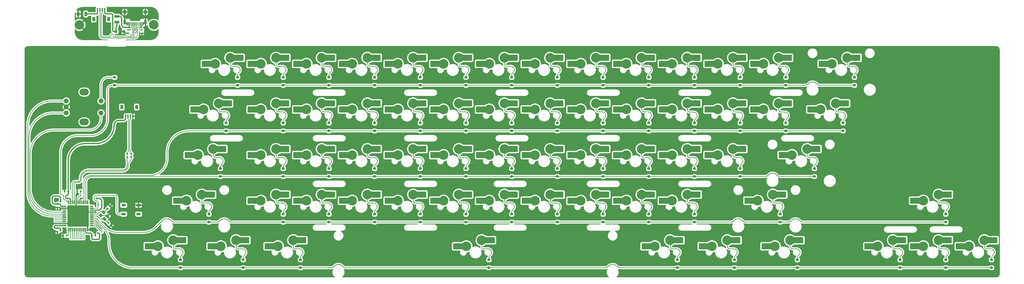
<source format=gbr>
G04 #@! TF.GenerationSoftware,KiCad,Pcbnew,(5.1.9)-1*
G04 #@! TF.CreationDate,2021-04-13T22:09:08-06:00*
G04 #@! TF.ProjectId,64,36342e6b-6963-4616-945f-706362585858,rev?*
G04 #@! TF.SameCoordinates,Original*
G04 #@! TF.FileFunction,Copper,L2,Bot*
G04 #@! TF.FilePolarity,Positive*
%FSLAX46Y46*%
G04 Gerber Fmt 4.6, Leading zero omitted, Abs format (unit mm)*
G04 Created by KiCad (PCBNEW (5.1.9)-1) date 2021-04-13 22:09:08*
%MOMM*%
%LPD*%
G01*
G04 APERTURE LIST*
G04 #@! TA.AperFunction,ComponentPad*
%ADD10C,4.000000*%
G04 #@! TD*
G04 #@! TA.AperFunction,ComponentPad*
%ADD11C,0.800000*%
G04 #@! TD*
G04 #@! TA.AperFunction,SMDPad,CuDef*
%ADD12R,4.500000X2.500000*%
G04 #@! TD*
G04 #@! TA.AperFunction,SMDPad,CuDef*
%ADD13C,0.100000*%
G04 #@! TD*
G04 #@! TA.AperFunction,SMDPad,CuDef*
%ADD14O,0.550000X1.500000*%
G04 #@! TD*
G04 #@! TA.AperFunction,ComponentPad*
%ADD15C,2.032000*%
G04 #@! TD*
G04 #@! TA.AperFunction,ComponentPad*
%ADD16O,3.900000X2.799999*%
G04 #@! TD*
G04 #@! TA.AperFunction,SMDPad,CuDef*
%ADD17R,0.500000X0.900000*%
G04 #@! TD*
G04 #@! TA.AperFunction,SMDPad,CuDef*
%ADD18R,0.250000X0.550000*%
G04 #@! TD*
G04 #@! TA.AperFunction,SMDPad,CuDef*
%ADD19R,0.300000X0.550000*%
G04 #@! TD*
G04 #@! TA.AperFunction,SMDPad,CuDef*
%ADD20R,0.800000X0.750000*%
G04 #@! TD*
G04 #@! TA.AperFunction,SMDPad,CuDef*
%ADD21R,2.030000X1.140000*%
G04 #@! TD*
G04 #@! TA.AperFunction,ComponentPad*
%ADD22O,1.100000X2.200000*%
G04 #@! TD*
G04 #@! TA.AperFunction,ComponentPad*
%ADD23O,1.300000X1.900000*%
G04 #@! TD*
G04 #@! TA.AperFunction,SMDPad,CuDef*
%ADD24R,0.900000X0.500000*%
G04 #@! TD*
G04 #@! TA.AperFunction,SMDPad,CuDef*
%ADD25R,0.750000X0.800000*%
G04 #@! TD*
G04 #@! TA.AperFunction,SMDPad,CuDef*
%ADD26R,1.200000X1.800000*%
G04 #@! TD*
G04 #@! TA.AperFunction,SMDPad,CuDef*
%ADD27R,0.600000X1.550000*%
G04 #@! TD*
G04 #@! TA.AperFunction,SMDPad,CuDef*
%ADD28R,1.800000X1.100000*%
G04 #@! TD*
G04 #@! TA.AperFunction,ViaPad*
%ADD29C,0.450000*%
G04 #@! TD*
G04 #@! TA.AperFunction,ViaPad*
%ADD30C,0.800000*%
G04 #@! TD*
G04 #@! TA.AperFunction,Conductor*
%ADD31C,0.250000*%
G04 #@! TD*
G04 #@! TA.AperFunction,Conductor*
%ADD32C,0.508000*%
G04 #@! TD*
G04 #@! TA.AperFunction,Conductor*
%ADD33C,0.300000*%
G04 #@! TD*
G04 #@! TA.AperFunction,Conductor*
%ADD34C,0.150000*%
G04 #@! TD*
G04 #@! TA.AperFunction,Conductor*
%ADD35C,0.254000*%
G04 #@! TD*
G04 #@! TA.AperFunction,Conductor*
%ADD36C,0.100000*%
G04 #@! TD*
G04 APERTURE END LIST*
D10*
G04 #@! TO.P,MX_CAPS1,1*
G04 #@! TO.N,COL1*
X157202500Y-211810000D03*
D11*
G04 #@! TO.P,MX_CAPS1,2*
G04 #@! TO.N,Net-(D42-Pad1)*
X168632500Y-208508000D03*
X168632500Y-210032000D03*
G04 #@! TO.P,MX_CAPS1,1*
G04 #@! TO.N,COL1*
X152122500Y-212572000D03*
D12*
X153927500Y-211810000D03*
G04 #@! TO.P,MX_CAPS1,2*
G04 #@! TO.N,Net-(D42-Pad1)*
X166854500Y-209270000D03*
D10*
X163552500Y-209270000D03*
D11*
G04 #@! TO.P,MX_CAPS1,1*
G04 #@! TO.N,COL1*
X152122500Y-211048000D03*
G04 #@! TD*
D12*
G04 #@! TO.P,MX_UP1,2*
G04 #@! TO.N,Net-(D56-Pad1)*
X469273250Y-228320000D03*
G04 #@! TO.P,MX_UP1,1*
G04 #@! TO.N,COL13*
X456346250Y-230860000D03*
D11*
G04 #@! TO.P,MX_UP1,2*
G04 #@! TO.N,Net-(D56-Pad1)*
X471051250Y-229082000D03*
G04 #@! TO.P,MX_UP1,1*
G04 #@! TO.N,COL13*
X454541250Y-231622000D03*
G04 #@! TO.P,MX_UP1,2*
G04 #@! TO.N,Net-(D56-Pad1)*
X471051250Y-227558000D03*
G04 #@! TO.P,MX_UP1,1*
G04 #@! TO.N,COL13*
X454541250Y-230098000D03*
D10*
X459621250Y-230860000D03*
G04 #@! TO.P,MX_UP1,2*
G04 #@! TO.N,Net-(D56-Pad1)*
X465971250Y-228320000D03*
G04 #@! TD*
D12*
G04 #@! TO.P,MX_.1,2*
G04 #@! TO.N,Net-(D67-Pad1)*
X345448250Y-228320000D03*
G04 #@! TO.P,MX_.1,1*
G04 #@! TO.N,COL10*
X332521250Y-230860000D03*
D11*
G04 #@! TO.P,MX_.1,2*
G04 #@! TO.N,Net-(D67-Pad1)*
X347226250Y-229082000D03*
G04 #@! TO.P,MX_.1,1*
G04 #@! TO.N,COL10*
X330716250Y-231622000D03*
G04 #@! TO.P,MX_.1,2*
G04 #@! TO.N,Net-(D67-Pad1)*
X347226250Y-227558000D03*
G04 #@! TO.P,MX_.1,1*
G04 #@! TO.N,COL10*
X330716250Y-230098000D03*
D10*
X335796250Y-230860000D03*
G04 #@! TO.P,MX_.1,2*
G04 #@! TO.N,Net-(D67-Pad1)*
X342146250Y-228320000D03*
G04 #@! TD*
D12*
G04 #@! TO.P,MX_\u002C1,2*
G04 #@! TO.N,Net-(D66-Pad1)*
X326398250Y-228320000D03*
G04 #@! TO.P,MX_\u002C1,1*
G04 #@! TO.N,COL9*
X313471250Y-230860000D03*
D11*
G04 #@! TO.P,MX_\u002C1,2*
G04 #@! TO.N,Net-(D66-Pad1)*
X328176250Y-229082000D03*
G04 #@! TO.P,MX_\u002C1,1*
G04 #@! TO.N,COL9*
X311666250Y-231622000D03*
G04 #@! TO.P,MX_\u002C1,2*
G04 #@! TO.N,Net-(D66-Pad1)*
X328176250Y-227558000D03*
G04 #@! TO.P,MX_\u002C1,1*
G04 #@! TO.N,COL9*
X311666250Y-230098000D03*
D10*
X316746250Y-230860000D03*
G04 #@! TO.P,MX_\u002C1,2*
G04 #@! TO.N,Net-(D66-Pad1)*
X323096250Y-228320000D03*
G04 #@! TD*
D12*
G04 #@! TO.P,MX_#0,2*
G04 #@! TO.N,Net-(D18-Pad1)*
X364498250Y-171170000D03*
G04 #@! TO.P,MX_#0,1*
G04 #@! TO.N,COL11*
X351571250Y-173710000D03*
D11*
G04 #@! TO.P,MX_#0,2*
G04 #@! TO.N,Net-(D18-Pad1)*
X366276250Y-171932000D03*
G04 #@! TO.P,MX_#0,1*
G04 #@! TO.N,COL11*
X349766250Y-174472000D03*
G04 #@! TO.P,MX_#0,2*
G04 #@! TO.N,Net-(D18-Pad1)*
X366276250Y-170408000D03*
G04 #@! TO.P,MX_#0,1*
G04 #@! TO.N,COL11*
X349766250Y-172948000D03*
D10*
X354846250Y-173710000D03*
G04 #@! TO.P,MX_#0,2*
G04 #@! TO.N,Net-(D18-Pad1)*
X361196250Y-171170000D03*
G04 #@! TD*
D12*
G04 #@! TO.P,MX_#1,2*
G04 #@! TO.N,Net-(D9-Pad1)*
X193048250Y-171170000D03*
G04 #@! TO.P,MX_#1,1*
G04 #@! TO.N,COL2*
X180121250Y-173710000D03*
D11*
G04 #@! TO.P,MX_#1,2*
G04 #@! TO.N,Net-(D9-Pad1)*
X194826250Y-171932000D03*
G04 #@! TO.P,MX_#1,1*
G04 #@! TO.N,COL2*
X178316250Y-174472000D03*
G04 #@! TO.P,MX_#1,2*
G04 #@! TO.N,Net-(D9-Pad1)*
X194826250Y-170408000D03*
G04 #@! TO.P,MX_#1,1*
G04 #@! TO.N,COL2*
X178316250Y-172948000D03*
D10*
X183396250Y-173710000D03*
G04 #@! TO.P,MX_#1,2*
G04 #@! TO.N,Net-(D9-Pad1)*
X189746250Y-171170000D03*
G04 #@! TD*
D12*
G04 #@! TO.P,MX_#2,2*
G04 #@! TO.N,Net-(D10-Pad1)*
X212098250Y-171170000D03*
G04 #@! TO.P,MX_#2,1*
G04 #@! TO.N,COL3*
X199171250Y-173710000D03*
D11*
G04 #@! TO.P,MX_#2,2*
G04 #@! TO.N,Net-(D10-Pad1)*
X213876250Y-171932000D03*
G04 #@! TO.P,MX_#2,1*
G04 #@! TO.N,COL3*
X197366250Y-174472000D03*
G04 #@! TO.P,MX_#2,2*
G04 #@! TO.N,Net-(D10-Pad1)*
X213876250Y-170408000D03*
G04 #@! TO.P,MX_#2,1*
G04 #@! TO.N,COL3*
X197366250Y-172948000D03*
D10*
X202446250Y-173710000D03*
G04 #@! TO.P,MX_#2,2*
G04 #@! TO.N,Net-(D10-Pad1)*
X208796250Y-171170000D03*
G04 #@! TD*
D12*
G04 #@! TO.P,MX_#3,2*
G04 #@! TO.N,Net-(D11-Pad1)*
X231148250Y-171170000D03*
G04 #@! TO.P,MX_#3,1*
G04 #@! TO.N,COL4*
X218221250Y-173710000D03*
D11*
G04 #@! TO.P,MX_#3,2*
G04 #@! TO.N,Net-(D11-Pad1)*
X232926250Y-171932000D03*
G04 #@! TO.P,MX_#3,1*
G04 #@! TO.N,COL4*
X216416250Y-174472000D03*
G04 #@! TO.P,MX_#3,2*
G04 #@! TO.N,Net-(D11-Pad1)*
X232926250Y-170408000D03*
G04 #@! TO.P,MX_#3,1*
G04 #@! TO.N,COL4*
X216416250Y-172948000D03*
D10*
X221496250Y-173710000D03*
G04 #@! TO.P,MX_#3,2*
G04 #@! TO.N,Net-(D11-Pad1)*
X227846250Y-171170000D03*
G04 #@! TD*
D12*
G04 #@! TO.P,MX_#4,2*
G04 #@! TO.N,Net-(D12-Pad1)*
X250198250Y-171170000D03*
G04 #@! TO.P,MX_#4,1*
G04 #@! TO.N,COL5*
X237271250Y-173710000D03*
D11*
G04 #@! TO.P,MX_#4,2*
G04 #@! TO.N,Net-(D12-Pad1)*
X251976250Y-171932000D03*
G04 #@! TO.P,MX_#4,1*
G04 #@! TO.N,COL5*
X235466250Y-174472000D03*
G04 #@! TO.P,MX_#4,2*
G04 #@! TO.N,Net-(D12-Pad1)*
X251976250Y-170408000D03*
G04 #@! TO.P,MX_#4,1*
G04 #@! TO.N,COL5*
X235466250Y-172948000D03*
D10*
X240546250Y-173710000D03*
G04 #@! TO.P,MX_#4,2*
G04 #@! TO.N,Net-(D12-Pad1)*
X246896250Y-171170000D03*
G04 #@! TD*
D12*
G04 #@! TO.P,MX_#5,2*
G04 #@! TO.N,Net-(D13-Pad1)*
X269248250Y-171170000D03*
G04 #@! TO.P,MX_#5,1*
G04 #@! TO.N,COL6*
X256321250Y-173710000D03*
D11*
G04 #@! TO.P,MX_#5,2*
G04 #@! TO.N,Net-(D13-Pad1)*
X271026250Y-171932000D03*
G04 #@! TO.P,MX_#5,1*
G04 #@! TO.N,COL6*
X254516250Y-174472000D03*
G04 #@! TO.P,MX_#5,2*
G04 #@! TO.N,Net-(D13-Pad1)*
X271026250Y-170408000D03*
G04 #@! TO.P,MX_#5,1*
G04 #@! TO.N,COL6*
X254516250Y-172948000D03*
D10*
X259596250Y-173710000D03*
G04 #@! TO.P,MX_#5,2*
G04 #@! TO.N,Net-(D13-Pad1)*
X265946250Y-171170000D03*
G04 #@! TD*
D12*
G04 #@! TO.P,MX_#6,2*
G04 #@! TO.N,Net-(D14-Pad1)*
X288298250Y-171170000D03*
G04 #@! TO.P,MX_#6,1*
G04 #@! TO.N,COL7*
X275371250Y-173710000D03*
D11*
G04 #@! TO.P,MX_#6,2*
G04 #@! TO.N,Net-(D14-Pad1)*
X290076250Y-171932000D03*
G04 #@! TO.P,MX_#6,1*
G04 #@! TO.N,COL7*
X273566250Y-174472000D03*
G04 #@! TO.P,MX_#6,2*
G04 #@! TO.N,Net-(D14-Pad1)*
X290076250Y-170408000D03*
G04 #@! TO.P,MX_#6,1*
G04 #@! TO.N,COL7*
X273566250Y-172948000D03*
D10*
X278646250Y-173710000D03*
G04 #@! TO.P,MX_#6,2*
G04 #@! TO.N,Net-(D14-Pad1)*
X284996250Y-171170000D03*
G04 #@! TD*
D12*
G04 #@! TO.P,MX_#7,2*
G04 #@! TO.N,Net-(D15-Pad1)*
X307348250Y-171170000D03*
G04 #@! TO.P,MX_#7,1*
G04 #@! TO.N,COL8*
X294421250Y-173710000D03*
D11*
G04 #@! TO.P,MX_#7,2*
G04 #@! TO.N,Net-(D15-Pad1)*
X309126250Y-171932000D03*
G04 #@! TO.P,MX_#7,1*
G04 #@! TO.N,COL8*
X292616250Y-174472000D03*
G04 #@! TO.P,MX_#7,2*
G04 #@! TO.N,Net-(D15-Pad1)*
X309126250Y-170408000D03*
G04 #@! TO.P,MX_#7,1*
G04 #@! TO.N,COL8*
X292616250Y-172948000D03*
D10*
X297696250Y-173710000D03*
G04 #@! TO.P,MX_#7,2*
G04 #@! TO.N,Net-(D15-Pad1)*
X304046250Y-171170000D03*
G04 #@! TD*
D12*
G04 #@! TO.P,MX_#8,2*
G04 #@! TO.N,Net-(D16-Pad1)*
X326398250Y-171170000D03*
G04 #@! TO.P,MX_#8,1*
G04 #@! TO.N,COL9*
X313471250Y-173710000D03*
D11*
G04 #@! TO.P,MX_#8,2*
G04 #@! TO.N,Net-(D16-Pad1)*
X328176250Y-171932000D03*
G04 #@! TO.P,MX_#8,1*
G04 #@! TO.N,COL9*
X311666250Y-174472000D03*
G04 #@! TO.P,MX_#8,2*
G04 #@! TO.N,Net-(D16-Pad1)*
X328176250Y-170408000D03*
G04 #@! TO.P,MX_#8,1*
G04 #@! TO.N,COL9*
X311666250Y-172948000D03*
D10*
X316746250Y-173710000D03*
G04 #@! TO.P,MX_#8,2*
G04 #@! TO.N,Net-(D16-Pad1)*
X323096250Y-171170000D03*
G04 #@! TD*
D12*
G04 #@! TO.P,MX_#9,2*
G04 #@! TO.N,Net-(D17-Pad1)*
X345448250Y-171170000D03*
G04 #@! TO.P,MX_#9,1*
G04 #@! TO.N,COL10*
X332521250Y-173710000D03*
D11*
G04 #@! TO.P,MX_#9,2*
G04 #@! TO.N,Net-(D17-Pad1)*
X347226250Y-171932000D03*
G04 #@! TO.P,MX_#9,1*
G04 #@! TO.N,COL10*
X330716250Y-174472000D03*
G04 #@! TO.P,MX_#9,2*
G04 #@! TO.N,Net-(D17-Pad1)*
X347226250Y-170408000D03*
G04 #@! TO.P,MX_#9,1*
G04 #@! TO.N,COL10*
X330716250Y-172948000D03*
D10*
X335796250Y-173710000D03*
G04 #@! TO.P,MX_#9,2*
G04 #@! TO.N,Net-(D17-Pad1)*
X342146250Y-171170000D03*
G04 #@! TD*
D12*
G04 #@! TO.P,MX_'1,2*
G04 #@! TO.N,Net-(D53-Pad1)*
X383548250Y-209270000D03*
G04 #@! TO.P,MX_'1,1*
G04 #@! TO.N,COL12*
X370621250Y-211810000D03*
D11*
G04 #@! TO.P,MX_'1,2*
G04 #@! TO.N,Net-(D53-Pad1)*
X385326250Y-210032000D03*
G04 #@! TO.P,MX_'1,1*
G04 #@! TO.N,COL12*
X368816250Y-212572000D03*
G04 #@! TO.P,MX_'1,2*
G04 #@! TO.N,Net-(D53-Pad1)*
X385326250Y-208508000D03*
G04 #@! TO.P,MX_'1,1*
G04 #@! TO.N,COL12*
X368816250Y-211048000D03*
D10*
X373896250Y-211810000D03*
G04 #@! TO.P,MX_'1,2*
G04 #@! TO.N,Net-(D53-Pad1)*
X380246250Y-209270000D03*
G04 #@! TD*
D12*
G04 #@! TO.P,MX_-1,2*
G04 #@! TO.N,Net-(D19-Pad1)*
X383548250Y-171170000D03*
G04 #@! TO.P,MX_-1,1*
G04 #@! TO.N,COL12*
X370621250Y-173710000D03*
D11*
G04 #@! TO.P,MX_-1,2*
G04 #@! TO.N,Net-(D19-Pad1)*
X385326250Y-171932000D03*
G04 #@! TO.P,MX_-1,1*
G04 #@! TO.N,COL12*
X368816250Y-174472000D03*
G04 #@! TO.P,MX_-1,2*
G04 #@! TO.N,Net-(D19-Pad1)*
X385326250Y-170408000D03*
G04 #@! TO.P,MX_-1,1*
G04 #@! TO.N,COL12*
X368816250Y-172948000D03*
D10*
X373896250Y-173710000D03*
G04 #@! TO.P,MX_-1,2*
G04 #@! TO.N,Net-(D19-Pad1)*
X380246250Y-171170000D03*
G04 #@! TD*
D12*
G04 #@! TO.P,MX_/1,2*
G04 #@! TO.N,Net-(D68-Pad1)*
X364498250Y-228320000D03*
G04 #@! TO.P,MX_/1,1*
G04 #@! TO.N,COL11*
X351571250Y-230860000D03*
D11*
G04 #@! TO.P,MX_/1,2*
G04 #@! TO.N,Net-(D68-Pad1)*
X366276250Y-229082000D03*
G04 #@! TO.P,MX_/1,1*
G04 #@! TO.N,COL11*
X349766250Y-231622000D03*
G04 #@! TO.P,MX_/1,2*
G04 #@! TO.N,Net-(D68-Pad1)*
X366276250Y-227558000D03*
G04 #@! TO.P,MX_/1,1*
G04 #@! TO.N,COL11*
X349766250Y-230098000D03*
D10*
X354846250Y-230860000D03*
G04 #@! TO.P,MX_/1,2*
G04 #@! TO.N,Net-(D68-Pad1)*
X361196250Y-228320000D03*
G04 #@! TD*
D12*
G04 #@! TO.P,MX_;1,2*
G04 #@! TO.N,Net-(D52-Pad1)*
X364498250Y-209270000D03*
G04 #@! TO.P,MX_;1,1*
G04 #@! TO.N,COL11*
X351571250Y-211810000D03*
D11*
G04 #@! TO.P,MX_;1,2*
G04 #@! TO.N,Net-(D52-Pad1)*
X366276250Y-210032000D03*
G04 #@! TO.P,MX_;1,1*
G04 #@! TO.N,COL11*
X349766250Y-212572000D03*
G04 #@! TO.P,MX_;1,2*
G04 #@! TO.N,Net-(D52-Pad1)*
X366276250Y-208508000D03*
G04 #@! TO.P,MX_;1,1*
G04 #@! TO.N,COL11*
X349766250Y-211048000D03*
D10*
X354846250Y-211810000D03*
G04 #@! TO.P,MX_;1,2*
G04 #@! TO.N,Net-(D52-Pad1)*
X361196250Y-209270000D03*
G04 #@! TD*
D12*
G04 #@! TO.P,MX_=1,2*
G04 #@! TO.N,Net-(D20-Pad1)*
X402598250Y-171170000D03*
G04 #@! TO.P,MX_=1,1*
G04 #@! TO.N,COL13*
X389671250Y-173710000D03*
D11*
G04 #@! TO.P,MX_=1,2*
G04 #@! TO.N,Net-(D20-Pad1)*
X404376250Y-171932000D03*
G04 #@! TO.P,MX_=1,1*
G04 #@! TO.N,COL13*
X387866250Y-174472000D03*
G04 #@! TO.P,MX_=1,2*
G04 #@! TO.N,Net-(D20-Pad1)*
X404376250Y-170408000D03*
G04 #@! TO.P,MX_=1,1*
G04 #@! TO.N,COL13*
X387866250Y-172948000D03*
D10*
X392946250Y-173710000D03*
G04 #@! TO.P,MX_=1,2*
G04 #@! TO.N,Net-(D20-Pad1)*
X399296250Y-171170000D03*
G04 #@! TD*
D12*
G04 #@! TO.P,MX_[1,2*
G04 #@! TO.N,Net-(D36-Pad1)*
X383548250Y-190220000D03*
G04 #@! TO.P,MX_[1,1*
G04 #@! TO.N,COL12*
X370621250Y-192760000D03*
D11*
G04 #@! TO.P,MX_[1,2*
G04 #@! TO.N,Net-(D36-Pad1)*
X385326250Y-190982000D03*
G04 #@! TO.P,MX_[1,1*
G04 #@! TO.N,COL12*
X368816250Y-193522000D03*
G04 #@! TO.P,MX_[1,2*
G04 #@! TO.N,Net-(D36-Pad1)*
X385326250Y-189458000D03*
G04 #@! TO.P,MX_[1,1*
G04 #@! TO.N,COL12*
X368816250Y-191998000D03*
D10*
X373896250Y-192760000D03*
G04 #@! TO.P,MX_[1,2*
G04 #@! TO.N,Net-(D36-Pad1)*
X380246250Y-190220000D03*
G04 #@! TD*
D12*
G04 #@! TO.P,MX_]1,2*
G04 #@! TO.N,Net-(D37-Pad1)*
X402598250Y-190220000D03*
G04 #@! TO.P,MX_]1,1*
G04 #@! TO.N,COL13*
X389671250Y-192760000D03*
D11*
G04 #@! TO.P,MX_]1,2*
G04 #@! TO.N,Net-(D37-Pad1)*
X404376250Y-190982000D03*
G04 #@! TO.P,MX_]1,1*
G04 #@! TO.N,COL13*
X387866250Y-193522000D03*
G04 #@! TO.P,MX_]1,2*
G04 #@! TO.N,Net-(D37-Pad1)*
X404376250Y-189458000D03*
G04 #@! TO.P,MX_]1,1*
G04 #@! TO.N,COL13*
X387866250Y-191998000D03*
D10*
X392946250Y-192760000D03*
G04 #@! TO.P,MX_]1,2*
G04 #@! TO.N,Net-(D37-Pad1)*
X399296250Y-190220000D03*
G04 #@! TD*
D12*
G04 #@! TO.P,MX_A1,2*
G04 #@! TO.N,Net-(D43-Pad1)*
X193048250Y-209270000D03*
G04 #@! TO.P,MX_A1,1*
G04 #@! TO.N,COL2*
X180121250Y-211810000D03*
D11*
G04 #@! TO.P,MX_A1,2*
G04 #@! TO.N,Net-(D43-Pad1)*
X194826250Y-210032000D03*
G04 #@! TO.P,MX_A1,1*
G04 #@! TO.N,COL2*
X178316250Y-212572000D03*
G04 #@! TO.P,MX_A1,2*
G04 #@! TO.N,Net-(D43-Pad1)*
X194826250Y-208508000D03*
G04 #@! TO.P,MX_A1,1*
G04 #@! TO.N,COL2*
X178316250Y-211048000D03*
D10*
X183396250Y-211810000D03*
G04 #@! TO.P,MX_A1,2*
G04 #@! TO.N,Net-(D43-Pad1)*
X189746250Y-209270000D03*
G04 #@! TD*
D12*
G04 #@! TO.P,MX_B1,2*
G04 #@! TO.N,Net-(D63-Pad1)*
X269248250Y-228320000D03*
G04 #@! TO.P,MX_B1,1*
G04 #@! TO.N,COL6*
X256321250Y-230860000D03*
D11*
G04 #@! TO.P,MX_B1,2*
G04 #@! TO.N,Net-(D63-Pad1)*
X271026250Y-229082000D03*
G04 #@! TO.P,MX_B1,1*
G04 #@! TO.N,COL6*
X254516250Y-231622000D03*
G04 #@! TO.P,MX_B1,2*
G04 #@! TO.N,Net-(D63-Pad1)*
X271026250Y-227558000D03*
G04 #@! TO.P,MX_B1,1*
G04 #@! TO.N,COL6*
X254516250Y-230098000D03*
D10*
X259596250Y-230860000D03*
G04 #@! TO.P,MX_B1,2*
G04 #@! TO.N,Net-(D63-Pad1)*
X265946250Y-228320000D03*
G04 #@! TD*
D12*
G04 #@! TO.P,MX_C1,2*
G04 #@! TO.N,Net-(D61-Pad1)*
X231148250Y-228320000D03*
G04 #@! TO.P,MX_C1,1*
G04 #@! TO.N,COL4*
X218221250Y-230860000D03*
D11*
G04 #@! TO.P,MX_C1,2*
G04 #@! TO.N,Net-(D61-Pad1)*
X232926250Y-229082000D03*
G04 #@! TO.P,MX_C1,1*
G04 #@! TO.N,COL4*
X216416250Y-231622000D03*
G04 #@! TO.P,MX_C1,2*
G04 #@! TO.N,Net-(D61-Pad1)*
X232926250Y-227558000D03*
G04 #@! TO.P,MX_C1,1*
G04 #@! TO.N,COL4*
X216416250Y-230098000D03*
D10*
X221496250Y-230860000D03*
G04 #@! TO.P,MX_C1,2*
G04 #@! TO.N,Net-(D61-Pad1)*
X227846250Y-228320000D03*
G04 #@! TD*
D12*
G04 #@! TO.P,MX_D1,2*
G04 #@! TO.N,Net-(D45-Pad1)*
X231148250Y-209270000D03*
G04 #@! TO.P,MX_D1,1*
G04 #@! TO.N,COL4*
X218221250Y-211810000D03*
D11*
G04 #@! TO.P,MX_D1,2*
G04 #@! TO.N,Net-(D45-Pad1)*
X232926250Y-210032000D03*
G04 #@! TO.P,MX_D1,1*
G04 #@! TO.N,COL4*
X216416250Y-212572000D03*
G04 #@! TO.P,MX_D1,2*
G04 #@! TO.N,Net-(D45-Pad1)*
X232926250Y-208508000D03*
G04 #@! TO.P,MX_D1,1*
G04 #@! TO.N,COL4*
X216416250Y-211048000D03*
D10*
X221496250Y-211810000D03*
G04 #@! TO.P,MX_D1,2*
G04 #@! TO.N,Net-(D45-Pad1)*
X227846250Y-209270000D03*
G04 #@! TD*
D12*
G04 #@! TO.P,MX_DOWN1,2*
G04 #@! TO.N,Net-(D71-Pad1)*
X469273250Y-247370000D03*
G04 #@! TO.P,MX_DOWN1,1*
G04 #@! TO.N,COL13*
X456346250Y-249910000D03*
D11*
G04 #@! TO.P,MX_DOWN1,2*
G04 #@! TO.N,Net-(D71-Pad1)*
X471051250Y-248132000D03*
G04 #@! TO.P,MX_DOWN1,1*
G04 #@! TO.N,COL13*
X454541250Y-250672000D03*
G04 #@! TO.P,MX_DOWN1,2*
G04 #@! TO.N,Net-(D71-Pad1)*
X471051250Y-246608000D03*
G04 #@! TO.P,MX_DOWN1,1*
G04 #@! TO.N,COL13*
X454541250Y-249148000D03*
D10*
X459621250Y-249910000D03*
G04 #@! TO.P,MX_DOWN1,2*
G04 #@! TO.N,Net-(D71-Pad1)*
X465971250Y-247370000D03*
G04 #@! TD*
D12*
G04 #@! TO.P,MX_E1,2*
G04 #@! TO.N,Net-(D28-Pad1)*
X231148250Y-190220000D03*
G04 #@! TO.P,MX_E1,1*
G04 #@! TO.N,COL4*
X218221250Y-192760000D03*
D11*
G04 #@! TO.P,MX_E1,2*
G04 #@! TO.N,Net-(D28-Pad1)*
X232926250Y-190982000D03*
G04 #@! TO.P,MX_E1,1*
G04 #@! TO.N,COL4*
X216416250Y-193522000D03*
G04 #@! TO.P,MX_E1,2*
G04 #@! TO.N,Net-(D28-Pad1)*
X232926250Y-189458000D03*
G04 #@! TO.P,MX_E1,1*
G04 #@! TO.N,COL4*
X216416250Y-191998000D03*
D10*
X221496250Y-192760000D03*
G04 #@! TO.P,MX_E1,2*
G04 #@! TO.N,Net-(D28-Pad1)*
X227846250Y-190220000D03*
G04 #@! TD*
D12*
G04 #@! TO.P,MX_ESC1,2*
G04 #@! TO.N,Net-(D8-Pad1)*
X173998250Y-171170000D03*
G04 #@! TO.P,MX_ESC1,1*
G04 #@! TO.N,COL1*
X161071250Y-173710000D03*
D11*
G04 #@! TO.P,MX_ESC1,2*
G04 #@! TO.N,Net-(D8-Pad1)*
X175776250Y-171932000D03*
G04 #@! TO.P,MX_ESC1,1*
G04 #@! TO.N,COL1*
X159266250Y-174472000D03*
G04 #@! TO.P,MX_ESC1,2*
G04 #@! TO.N,Net-(D8-Pad1)*
X175776250Y-170408000D03*
G04 #@! TO.P,MX_ESC1,1*
G04 #@! TO.N,COL1*
X159266250Y-172948000D03*
D10*
X164346250Y-173710000D03*
G04 #@! TO.P,MX_ESC1,2*
G04 #@! TO.N,Net-(D8-Pad1)*
X170696250Y-171170000D03*
G04 #@! TD*
D12*
G04 #@! TO.P,MX_F1,2*
G04 #@! TO.N,Net-(D46-Pad1)*
X250198250Y-209270000D03*
G04 #@! TO.P,MX_F1,1*
G04 #@! TO.N,COL5*
X237271250Y-211810000D03*
D11*
G04 #@! TO.P,MX_F1,2*
G04 #@! TO.N,Net-(D46-Pad1)*
X251976250Y-210032000D03*
G04 #@! TO.P,MX_F1,1*
G04 #@! TO.N,COL5*
X235466250Y-212572000D03*
G04 #@! TO.P,MX_F1,2*
G04 #@! TO.N,Net-(D46-Pad1)*
X251976250Y-208508000D03*
G04 #@! TO.P,MX_F1,1*
G04 #@! TO.N,COL5*
X235466250Y-211048000D03*
D10*
X240546250Y-211810000D03*
G04 #@! TO.P,MX_F1,2*
G04 #@! TO.N,Net-(D46-Pad1)*
X246896250Y-209270000D03*
G04 #@! TD*
D12*
G04 #@! TO.P,MX_G1,2*
G04 #@! TO.N,Net-(D47-Pad1)*
X269248250Y-209270000D03*
G04 #@! TO.P,MX_G1,1*
G04 #@! TO.N,COL6*
X256321250Y-211810000D03*
D11*
G04 #@! TO.P,MX_G1,2*
G04 #@! TO.N,Net-(D47-Pad1)*
X271026250Y-210032000D03*
G04 #@! TO.P,MX_G1,1*
G04 #@! TO.N,COL6*
X254516250Y-212572000D03*
G04 #@! TO.P,MX_G1,2*
G04 #@! TO.N,Net-(D47-Pad1)*
X271026250Y-208508000D03*
G04 #@! TO.P,MX_G1,1*
G04 #@! TO.N,COL6*
X254516250Y-211048000D03*
D10*
X259596250Y-211810000D03*
G04 #@! TO.P,MX_G1,2*
G04 #@! TO.N,Net-(D47-Pad1)*
X265946250Y-209270000D03*
G04 #@! TD*
D12*
G04 #@! TO.P,MX_H1,2*
G04 #@! TO.N,Net-(D48-Pad1)*
X288298250Y-209270000D03*
G04 #@! TO.P,MX_H1,1*
G04 #@! TO.N,COL7*
X275371250Y-211810000D03*
D11*
G04 #@! TO.P,MX_H1,2*
G04 #@! TO.N,Net-(D48-Pad1)*
X290076250Y-210032000D03*
G04 #@! TO.P,MX_H1,1*
G04 #@! TO.N,COL7*
X273566250Y-212572000D03*
G04 #@! TO.P,MX_H1,2*
G04 #@! TO.N,Net-(D48-Pad1)*
X290076250Y-208508000D03*
G04 #@! TO.P,MX_H1,1*
G04 #@! TO.N,COL7*
X273566250Y-211048000D03*
D10*
X278646250Y-211810000D03*
G04 #@! TO.P,MX_H1,2*
G04 #@! TO.N,Net-(D48-Pad1)*
X284996250Y-209270000D03*
G04 #@! TD*
D12*
G04 #@! TO.P,MX_I1,2*
G04 #@! TO.N,Net-(D33-Pad1)*
X326398250Y-190220000D03*
G04 #@! TO.P,MX_I1,1*
G04 #@! TO.N,COL9*
X313471250Y-192760000D03*
D11*
G04 #@! TO.P,MX_I1,2*
G04 #@! TO.N,Net-(D33-Pad1)*
X328176250Y-190982000D03*
G04 #@! TO.P,MX_I1,1*
G04 #@! TO.N,COL9*
X311666250Y-193522000D03*
G04 #@! TO.P,MX_I1,2*
G04 #@! TO.N,Net-(D33-Pad1)*
X328176250Y-189458000D03*
G04 #@! TO.P,MX_I1,1*
G04 #@! TO.N,COL9*
X311666250Y-191998000D03*
D10*
X316746250Y-192760000D03*
G04 #@! TO.P,MX_I1,2*
G04 #@! TO.N,Net-(D33-Pad1)*
X323096250Y-190220000D03*
G04 #@! TD*
D12*
G04 #@! TO.P,MX_J1,2*
G04 #@! TO.N,Net-(D49-Pad1)*
X307348250Y-209270000D03*
G04 #@! TO.P,MX_J1,1*
G04 #@! TO.N,COL8*
X294421250Y-211810000D03*
D11*
G04 #@! TO.P,MX_J1,2*
G04 #@! TO.N,Net-(D49-Pad1)*
X309126250Y-210032000D03*
G04 #@! TO.P,MX_J1,1*
G04 #@! TO.N,COL8*
X292616250Y-212572000D03*
G04 #@! TO.P,MX_J1,2*
G04 #@! TO.N,Net-(D49-Pad1)*
X309126250Y-208508000D03*
G04 #@! TO.P,MX_J1,1*
G04 #@! TO.N,COL8*
X292616250Y-211048000D03*
D10*
X297696250Y-211810000D03*
G04 #@! TO.P,MX_J1,2*
G04 #@! TO.N,Net-(D49-Pad1)*
X304046250Y-209270000D03*
G04 #@! TD*
D12*
G04 #@! TO.P,MX_K1,2*
G04 #@! TO.N,Net-(D50-Pad1)*
X326398250Y-209270000D03*
G04 #@! TO.P,MX_K1,1*
G04 #@! TO.N,COL9*
X313471250Y-211810000D03*
D11*
G04 #@! TO.P,MX_K1,2*
G04 #@! TO.N,Net-(D50-Pad1)*
X328176250Y-210032000D03*
G04 #@! TO.P,MX_K1,1*
G04 #@! TO.N,COL9*
X311666250Y-212572000D03*
G04 #@! TO.P,MX_K1,2*
G04 #@! TO.N,Net-(D50-Pad1)*
X328176250Y-208508000D03*
G04 #@! TO.P,MX_K1,1*
G04 #@! TO.N,COL9*
X311666250Y-211048000D03*
D10*
X316746250Y-211810000D03*
G04 #@! TO.P,MX_K1,2*
G04 #@! TO.N,Net-(D50-Pad1)*
X323096250Y-209270000D03*
G04 #@! TD*
D12*
G04 #@! TO.P,MX_L1,2*
G04 #@! TO.N,Net-(D51-Pad1)*
X345448250Y-209270000D03*
G04 #@! TO.P,MX_L1,1*
G04 #@! TO.N,COL10*
X332521250Y-211810000D03*
D11*
G04 #@! TO.P,MX_L1,2*
G04 #@! TO.N,Net-(D51-Pad1)*
X347226250Y-210032000D03*
G04 #@! TO.P,MX_L1,1*
G04 #@! TO.N,COL10*
X330716250Y-212572000D03*
G04 #@! TO.P,MX_L1,2*
G04 #@! TO.N,Net-(D51-Pad1)*
X347226250Y-208508000D03*
G04 #@! TO.P,MX_L1,1*
G04 #@! TO.N,COL10*
X330716250Y-211048000D03*
D10*
X335796250Y-211810000D03*
G04 #@! TO.P,MX_L1,2*
G04 #@! TO.N,Net-(D51-Pad1)*
X342146250Y-209270000D03*
G04 #@! TD*
D12*
G04 #@! TO.P,MX_LEFT1,2*
G04 #@! TO.N,Net-(D70-Pad1)*
X450223250Y-247370000D03*
G04 #@! TO.P,MX_LEFT1,1*
G04 #@! TO.N,COL12*
X437296250Y-249910000D03*
D11*
G04 #@! TO.P,MX_LEFT1,2*
G04 #@! TO.N,Net-(D70-Pad1)*
X452001250Y-248132000D03*
G04 #@! TO.P,MX_LEFT1,1*
G04 #@! TO.N,COL12*
X435491250Y-250672000D03*
G04 #@! TO.P,MX_LEFT1,2*
G04 #@! TO.N,Net-(D70-Pad1)*
X452001250Y-246608000D03*
G04 #@! TO.P,MX_LEFT1,1*
G04 #@! TO.N,COL12*
X435491250Y-249148000D03*
D10*
X440571250Y-249910000D03*
G04 #@! TO.P,MX_LEFT1,2*
G04 #@! TO.N,Net-(D70-Pad1)*
X446921250Y-247370000D03*
G04 #@! TD*
D12*
G04 #@! TO.P,MX_M1,2*
G04 #@! TO.N,Net-(D65-Pad1)*
X307348250Y-228320000D03*
G04 #@! TO.P,MX_M1,1*
G04 #@! TO.N,COL8*
X294421250Y-230860000D03*
D11*
G04 #@! TO.P,MX_M1,2*
G04 #@! TO.N,Net-(D65-Pad1)*
X309126250Y-229082000D03*
G04 #@! TO.P,MX_M1,1*
G04 #@! TO.N,COL8*
X292616250Y-231622000D03*
G04 #@! TO.P,MX_M1,2*
G04 #@! TO.N,Net-(D65-Pad1)*
X309126250Y-227558000D03*
G04 #@! TO.P,MX_M1,1*
G04 #@! TO.N,COL8*
X292616250Y-230098000D03*
D10*
X297696250Y-230860000D03*
G04 #@! TO.P,MX_M1,2*
G04 #@! TO.N,Net-(D65-Pad1)*
X304046250Y-228320000D03*
G04 #@! TD*
D12*
G04 #@! TO.P,MX_N1,2*
G04 #@! TO.N,Net-(D64-Pad1)*
X288298250Y-228320000D03*
G04 #@! TO.P,MX_N1,1*
G04 #@! TO.N,COL7*
X275371250Y-230860000D03*
D11*
G04 #@! TO.P,MX_N1,2*
G04 #@! TO.N,Net-(D64-Pad1)*
X290076250Y-229082000D03*
G04 #@! TO.P,MX_N1,1*
G04 #@! TO.N,COL7*
X273566250Y-231622000D03*
G04 #@! TO.P,MX_N1,2*
G04 #@! TO.N,Net-(D64-Pad1)*
X290076250Y-227558000D03*
G04 #@! TO.P,MX_N1,1*
G04 #@! TO.N,COL7*
X273566250Y-230098000D03*
D10*
X278646250Y-230860000D03*
G04 #@! TO.P,MX_N1,2*
G04 #@! TO.N,Net-(D64-Pad1)*
X284996250Y-228320000D03*
G04 #@! TD*
D12*
G04 #@! TO.P,MX_O1,2*
G04 #@! TO.N,Net-(D34-Pad1)*
X345448250Y-190220000D03*
G04 #@! TO.P,MX_O1,1*
G04 #@! TO.N,COL10*
X332521250Y-192760000D03*
D11*
G04 #@! TO.P,MX_O1,2*
G04 #@! TO.N,Net-(D34-Pad1)*
X347226250Y-190982000D03*
G04 #@! TO.P,MX_O1,1*
G04 #@! TO.N,COL10*
X330716250Y-193522000D03*
G04 #@! TO.P,MX_O1,2*
G04 #@! TO.N,Net-(D34-Pad1)*
X347226250Y-189458000D03*
G04 #@! TO.P,MX_O1,1*
G04 #@! TO.N,COL10*
X330716250Y-191998000D03*
D10*
X335796250Y-192760000D03*
G04 #@! TO.P,MX_O1,2*
G04 #@! TO.N,Net-(D34-Pad1)*
X342146250Y-190220000D03*
G04 #@! TD*
D12*
G04 #@! TO.P,MX_P1,2*
G04 #@! TO.N,Net-(D35-Pad1)*
X364498250Y-190220000D03*
G04 #@! TO.P,MX_P1,1*
G04 #@! TO.N,COL11*
X351571250Y-192760000D03*
D11*
G04 #@! TO.P,MX_P1,2*
G04 #@! TO.N,Net-(D35-Pad1)*
X366276250Y-190982000D03*
G04 #@! TO.P,MX_P1,1*
G04 #@! TO.N,COL11*
X349766250Y-193522000D03*
G04 #@! TO.P,MX_P1,2*
G04 #@! TO.N,Net-(D35-Pad1)*
X366276250Y-189458000D03*
G04 #@! TO.P,MX_P1,1*
G04 #@! TO.N,COL11*
X349766250Y-191998000D03*
D10*
X354846250Y-192760000D03*
G04 #@! TO.P,MX_P1,2*
G04 #@! TO.N,Net-(D35-Pad1)*
X361196250Y-190220000D03*
G04 #@! TD*
D12*
G04 #@! TO.P,MX_Q1,2*
G04 #@! TO.N,Net-(D26-Pad1)*
X193048250Y-190220000D03*
G04 #@! TO.P,MX_Q1,1*
G04 #@! TO.N,COL2*
X180121250Y-192760000D03*
D11*
G04 #@! TO.P,MX_Q1,2*
G04 #@! TO.N,Net-(D26-Pad1)*
X194826250Y-190982000D03*
G04 #@! TO.P,MX_Q1,1*
G04 #@! TO.N,COL2*
X178316250Y-193522000D03*
G04 #@! TO.P,MX_Q1,2*
G04 #@! TO.N,Net-(D26-Pad1)*
X194826250Y-189458000D03*
G04 #@! TO.P,MX_Q1,1*
G04 #@! TO.N,COL2*
X178316250Y-191998000D03*
D10*
X183396250Y-192760000D03*
G04 #@! TO.P,MX_Q1,2*
G04 #@! TO.N,Net-(D26-Pad1)*
X189746250Y-190220000D03*
G04 #@! TD*
D12*
G04 #@! TO.P,MX_R1,2*
G04 #@! TO.N,Net-(D29-Pad1)*
X250198250Y-190220000D03*
G04 #@! TO.P,MX_R1,1*
G04 #@! TO.N,COL5*
X237271250Y-192760000D03*
D11*
G04 #@! TO.P,MX_R1,2*
G04 #@! TO.N,Net-(D29-Pad1)*
X251976250Y-190982000D03*
G04 #@! TO.P,MX_R1,1*
G04 #@! TO.N,COL5*
X235466250Y-193522000D03*
G04 #@! TO.P,MX_R1,2*
G04 #@! TO.N,Net-(D29-Pad1)*
X251976250Y-189458000D03*
G04 #@! TO.P,MX_R1,1*
G04 #@! TO.N,COL5*
X235466250Y-191998000D03*
D10*
X240546250Y-192760000D03*
G04 #@! TO.P,MX_R1,2*
G04 #@! TO.N,Net-(D29-Pad1)*
X246896250Y-190220000D03*
G04 #@! TD*
D12*
G04 #@! TO.P,MX_RIGHT1,2*
G04 #@! TO.N,Net-(D72-Pad1)*
X488323250Y-247370000D03*
G04 #@! TO.P,MX_RIGHT1,1*
G04 #@! TO.N,COL14*
X475396250Y-249910000D03*
D11*
G04 #@! TO.P,MX_RIGHT1,2*
G04 #@! TO.N,Net-(D72-Pad1)*
X490101250Y-248132000D03*
G04 #@! TO.P,MX_RIGHT1,1*
G04 #@! TO.N,COL14*
X473591250Y-250672000D03*
G04 #@! TO.P,MX_RIGHT1,2*
G04 #@! TO.N,Net-(D72-Pad1)*
X490101250Y-246608000D03*
G04 #@! TO.P,MX_RIGHT1,1*
G04 #@! TO.N,COL14*
X473591250Y-249148000D03*
D10*
X478671250Y-249910000D03*
G04 #@! TO.P,MX_RIGHT1,2*
G04 #@! TO.N,Net-(D72-Pad1)*
X485021250Y-247370000D03*
G04 #@! TD*
D12*
G04 #@! TO.P,MX_S1,2*
G04 #@! TO.N,Net-(D44-Pad1)*
X212098250Y-209270000D03*
G04 #@! TO.P,MX_S1,1*
G04 #@! TO.N,COL3*
X199171250Y-211810000D03*
D11*
G04 #@! TO.P,MX_S1,2*
G04 #@! TO.N,Net-(D44-Pad1)*
X213876250Y-210032000D03*
G04 #@! TO.P,MX_S1,1*
G04 #@! TO.N,COL3*
X197366250Y-212572000D03*
G04 #@! TO.P,MX_S1,2*
G04 #@! TO.N,Net-(D44-Pad1)*
X213876250Y-208508000D03*
G04 #@! TO.P,MX_S1,1*
G04 #@! TO.N,COL3*
X197366250Y-211048000D03*
D10*
X202446250Y-211810000D03*
G04 #@! TO.P,MX_S1,2*
G04 #@! TO.N,Net-(D44-Pad1)*
X208796250Y-209270000D03*
G04 #@! TD*
D12*
G04 #@! TO.P,MX_T1,2*
G04 #@! TO.N,Net-(D30-Pad1)*
X269248250Y-190220000D03*
G04 #@! TO.P,MX_T1,1*
G04 #@! TO.N,COL6*
X256321250Y-192760000D03*
D11*
G04 #@! TO.P,MX_T1,2*
G04 #@! TO.N,Net-(D30-Pad1)*
X271026250Y-190982000D03*
G04 #@! TO.P,MX_T1,1*
G04 #@! TO.N,COL6*
X254516250Y-193522000D03*
G04 #@! TO.P,MX_T1,2*
G04 #@! TO.N,Net-(D30-Pad1)*
X271026250Y-189458000D03*
G04 #@! TO.P,MX_T1,1*
G04 #@! TO.N,COL6*
X254516250Y-191998000D03*
D10*
X259596250Y-192760000D03*
G04 #@! TO.P,MX_T1,2*
G04 #@! TO.N,Net-(D30-Pad1)*
X265946250Y-190220000D03*
G04 #@! TD*
D12*
G04 #@! TO.P,MX_V1,2*
G04 #@! TO.N,Net-(D62-Pad1)*
X250198250Y-228320000D03*
G04 #@! TO.P,MX_V1,1*
G04 #@! TO.N,COL5*
X237271250Y-230860000D03*
D11*
G04 #@! TO.P,MX_V1,2*
G04 #@! TO.N,Net-(D62-Pad1)*
X251976250Y-229082000D03*
G04 #@! TO.P,MX_V1,1*
G04 #@! TO.N,COL5*
X235466250Y-231622000D03*
G04 #@! TO.P,MX_V1,2*
G04 #@! TO.N,Net-(D62-Pad1)*
X251976250Y-227558000D03*
G04 #@! TO.P,MX_V1,1*
G04 #@! TO.N,COL5*
X235466250Y-230098000D03*
D10*
X240546250Y-230860000D03*
G04 #@! TO.P,MX_V1,2*
G04 #@! TO.N,Net-(D62-Pad1)*
X246896250Y-228320000D03*
G04 #@! TD*
D12*
G04 #@! TO.P,MX_W1,2*
G04 #@! TO.N,Net-(D27-Pad1)*
X212098250Y-190220000D03*
G04 #@! TO.P,MX_W1,1*
G04 #@! TO.N,COL3*
X199171250Y-192760000D03*
D11*
G04 #@! TO.P,MX_W1,2*
G04 #@! TO.N,Net-(D27-Pad1)*
X213876250Y-190982000D03*
G04 #@! TO.P,MX_W1,1*
G04 #@! TO.N,COL3*
X197366250Y-193522000D03*
G04 #@! TO.P,MX_W1,2*
G04 #@! TO.N,Net-(D27-Pad1)*
X213876250Y-189458000D03*
G04 #@! TO.P,MX_W1,1*
G04 #@! TO.N,COL3*
X197366250Y-191998000D03*
D10*
X202446250Y-192760000D03*
G04 #@! TO.P,MX_W1,2*
G04 #@! TO.N,Net-(D27-Pad1)*
X208796250Y-190220000D03*
G04 #@! TD*
D12*
G04 #@! TO.P,MX_X1,2*
G04 #@! TO.N,Net-(D60-Pad1)*
X212098250Y-228320000D03*
G04 #@! TO.P,MX_X1,1*
G04 #@! TO.N,COL3*
X199171250Y-230860000D03*
D11*
G04 #@! TO.P,MX_X1,2*
G04 #@! TO.N,Net-(D60-Pad1)*
X213876250Y-229082000D03*
G04 #@! TO.P,MX_X1,1*
G04 #@! TO.N,COL3*
X197366250Y-231622000D03*
G04 #@! TO.P,MX_X1,2*
G04 #@! TO.N,Net-(D60-Pad1)*
X213876250Y-227558000D03*
G04 #@! TO.P,MX_X1,1*
G04 #@! TO.N,COL3*
X197366250Y-230098000D03*
D10*
X202446250Y-230860000D03*
G04 #@! TO.P,MX_X1,2*
G04 #@! TO.N,Net-(D60-Pad1)*
X208796250Y-228320000D03*
G04 #@! TD*
D12*
G04 #@! TO.P,MX_Y1,2*
G04 #@! TO.N,Net-(D31-Pad1)*
X288298250Y-190220000D03*
G04 #@! TO.P,MX_Y1,1*
G04 #@! TO.N,COL7*
X275371250Y-192760000D03*
D11*
G04 #@! TO.P,MX_Y1,2*
G04 #@! TO.N,Net-(D31-Pad1)*
X290076250Y-190982000D03*
G04 #@! TO.P,MX_Y1,1*
G04 #@! TO.N,COL7*
X273566250Y-193522000D03*
G04 #@! TO.P,MX_Y1,2*
G04 #@! TO.N,Net-(D31-Pad1)*
X290076250Y-189458000D03*
G04 #@! TO.P,MX_Y1,1*
G04 #@! TO.N,COL7*
X273566250Y-191998000D03*
D10*
X278646250Y-192760000D03*
G04 #@! TO.P,MX_Y1,2*
G04 #@! TO.N,Net-(D31-Pad1)*
X284996250Y-190220000D03*
G04 #@! TD*
D12*
G04 #@! TO.P,MX_Z1,2*
G04 #@! TO.N,Net-(D59-Pad1)*
X193048250Y-228320000D03*
G04 #@! TO.P,MX_Z1,1*
G04 #@! TO.N,COL2*
X180121250Y-230860000D03*
D11*
G04 #@! TO.P,MX_Z1,2*
G04 #@! TO.N,Net-(D59-Pad1)*
X194826250Y-229082000D03*
G04 #@! TO.P,MX_Z1,1*
G04 #@! TO.N,COL2*
X178316250Y-231622000D03*
G04 #@! TO.P,MX_Z1,2*
G04 #@! TO.N,Net-(D59-Pad1)*
X194826250Y-227558000D03*
G04 #@! TO.P,MX_Z1,1*
G04 #@! TO.N,COL2*
X178316250Y-230098000D03*
D10*
X183396250Y-230860000D03*
G04 #@! TO.P,MX_Z1,2*
G04 #@! TO.N,Net-(D59-Pad1)*
X189746250Y-228320000D03*
G04 #@! TD*
D11*
G04 #@! TO.P,MX_SPACE1,1*
G04 #@! TO.N,COL6*
X264041250Y-249148000D03*
D12*
G04 #@! TO.P,MX_SPACE1,2*
G04 #@! TO.N,Net-(D76-Pad1)*
X278773250Y-247370000D03*
G04 #@! TO.P,MX_SPACE1,1*
G04 #@! TO.N,COL6*
X265846250Y-249910000D03*
D11*
G04 #@! TO.P,MX_SPACE1,2*
G04 #@! TO.N,Net-(D76-Pad1)*
X280551250Y-246608000D03*
G04 #@! TO.P,MX_SPACE1,1*
G04 #@! TO.N,COL6*
X264041250Y-250672000D03*
G04 #@! TO.P,MX_SPACE1,2*
G04 #@! TO.N,Net-(D76-Pad1)*
X280551250Y-248132000D03*
D10*
G04 #@! TO.P,MX_SPACE1,1*
G04 #@! TO.N,COL6*
X269121250Y-249910000D03*
G04 #@! TO.P,MX_SPACE1,2*
G04 #@! TO.N,Net-(D76-Pad1)*
X275471250Y-247370000D03*
G04 #@! TD*
G04 #@! TA.AperFunction,SMDPad,CuDef*
D13*
G04 #@! TO.P,U1,44*
G04 #@! TO.N,+5V*
G36*
X102300000Y-233018750D02*
G01*
X102300000Y-233518750D01*
X100800000Y-233518750D01*
X100800000Y-233018750D01*
X102300000Y-233018750D01*
G37*
G04 #@! TD.AperFunction*
G04 #@! TA.AperFunction,SMDPad,CuDef*
G04 #@! TO.P,U1,43*
G04 #@! TO.N,GND*
G36*
X102300000Y-233793750D02*
G01*
X102300000Y-234343750D01*
X100800000Y-234343750D01*
X100800000Y-233793750D01*
X102300000Y-233793750D01*
G37*
G04 #@! TD.AperFunction*
G04 #@! TA.AperFunction,SMDPad,CuDef*
G04 #@! TO.P,U1,42*
G04 #@! TO.N,Net-(U1-Pad42)*
G36*
X102300000Y-234593750D02*
G01*
X102300000Y-235143750D01*
X100800000Y-235143750D01*
X100800000Y-234593750D01*
X102300000Y-234593750D01*
G37*
G04 #@! TD.AperFunction*
G04 #@! TA.AperFunction,SMDPad,CuDef*
G04 #@! TO.P,U1,41*
G04 #@! TO.N,COL0*
G36*
X102300000Y-235393750D02*
G01*
X102300000Y-235943750D01*
X100800000Y-235943750D01*
X100800000Y-235393750D01*
X102300000Y-235393750D01*
G37*
G04 #@! TD.AperFunction*
G04 #@! TA.AperFunction,SMDPad,CuDef*
G04 #@! TO.P,U1,40*
G04 #@! TO.N,EN_A*
G36*
X102300000Y-236193750D02*
G01*
X102300000Y-236743750D01*
X100800000Y-236743750D01*
X100800000Y-236193750D01*
X102300000Y-236193750D01*
G37*
G04 #@! TD.AperFunction*
G04 #@! TA.AperFunction,SMDPad,CuDef*
G04 #@! TO.P,U1,39*
G04 #@! TO.N,EN_B*
G36*
X102300000Y-236993750D02*
G01*
X102300000Y-237543750D01*
X100800000Y-237543750D01*
X100800000Y-236993750D01*
X102300000Y-236993750D01*
G37*
G04 #@! TD.AperFunction*
G04 #@! TA.AperFunction,SMDPad,CuDef*
G04 #@! TO.P,U1,38*
G04 #@! TO.N,COL14*
G36*
X102300000Y-237793750D02*
G01*
X102300000Y-238343750D01*
X100800000Y-238343750D01*
X100800000Y-237793750D01*
X102300000Y-237793750D01*
G37*
G04 #@! TD.AperFunction*
G04 #@! TA.AperFunction,SMDPad,CuDef*
G04 #@! TO.P,U1,37*
G04 #@! TO.N,COL13*
G36*
X102300000Y-238593750D02*
G01*
X102300000Y-239143750D01*
X100800000Y-239143750D01*
X100800000Y-238593750D01*
X102300000Y-238593750D01*
G37*
G04 #@! TD.AperFunction*
G04 #@! TA.AperFunction,SMDPad,CuDef*
G04 #@! TO.P,U1,36*
G04 #@! TO.N,COL12*
G36*
X102300000Y-239393750D02*
G01*
X102300000Y-239943750D01*
X100800000Y-239943750D01*
X100800000Y-239393750D01*
X102300000Y-239393750D01*
G37*
G04 #@! TD.AperFunction*
G04 #@! TA.AperFunction,SMDPad,CuDef*
G04 #@! TO.P,U1,35*
G04 #@! TO.N,GND*
G36*
X102300000Y-240193750D02*
G01*
X102300000Y-240743750D01*
X100800000Y-240743750D01*
X100800000Y-240193750D01*
X102300000Y-240193750D01*
G37*
G04 #@! TD.AperFunction*
G04 #@! TA.AperFunction,SMDPad,CuDef*
G04 #@! TO.P,U1,34*
G04 #@! TO.N,+5V*
G36*
X102300000Y-240993750D02*
G01*
X102300000Y-241543750D01*
X100800000Y-241543750D01*
X100800000Y-240993750D01*
X102300000Y-240993750D01*
G37*
G04 #@! TD.AperFunction*
G04 #@! TA.AperFunction,SMDPad,CuDef*
G04 #@! TO.P,U1,33*
G04 #@! TO.N,Net-(R6-Pad2)*
G36*
X102975000Y-242218750D02*
G01*
X103525000Y-242218750D01*
X103525000Y-243718750D01*
X102975000Y-243718750D01*
X102975000Y-242218750D01*
G37*
G04 #@! TD.AperFunction*
G04 #@! TA.AperFunction,SMDPad,CuDef*
G04 #@! TO.P,U1,32*
G04 #@! TO.N,COL11*
G36*
X103775000Y-242218750D02*
G01*
X104325000Y-242218750D01*
X104325000Y-243718750D01*
X103775000Y-243718750D01*
X103775000Y-242218750D01*
G37*
G04 #@! TD.AperFunction*
G04 #@! TA.AperFunction,SMDPad,CuDef*
G04 #@! TO.P,U1,31*
G04 #@! TO.N,COL10*
G36*
X104575000Y-242218750D02*
G01*
X105125000Y-242218750D01*
X105125000Y-243718750D01*
X104575000Y-243718750D01*
X104575000Y-242218750D01*
G37*
G04 #@! TD.AperFunction*
G04 #@! TA.AperFunction,SMDPad,CuDef*
G04 #@! TO.P,U1,30*
G04 #@! TO.N,COL9*
G36*
X105375000Y-242218750D02*
G01*
X105925000Y-242218750D01*
X105925000Y-243718750D01*
X105375000Y-243718750D01*
X105375000Y-242218750D01*
G37*
G04 #@! TD.AperFunction*
G04 #@! TA.AperFunction,SMDPad,CuDef*
G04 #@! TO.P,U1,29*
G04 #@! TO.N,COL8*
G36*
X106175000Y-242218750D02*
G01*
X106725000Y-242218750D01*
X106725000Y-243718750D01*
X106175000Y-243718750D01*
X106175000Y-242218750D01*
G37*
G04 #@! TD.AperFunction*
G04 #@! TA.AperFunction,SMDPad,CuDef*
G04 #@! TO.P,U1,28*
G04 #@! TO.N,COL7*
G36*
X106975000Y-242218750D02*
G01*
X107525000Y-242218750D01*
X107525000Y-243718750D01*
X106975000Y-243718750D01*
X106975000Y-242218750D01*
G37*
G04 #@! TD.AperFunction*
G04 #@! TA.AperFunction,SMDPad,CuDef*
G04 #@! TO.P,U1,27*
G04 #@! TO.N,COL6*
G36*
X107775000Y-242218750D02*
G01*
X108325000Y-242218750D01*
X108325000Y-243718750D01*
X107775000Y-243718750D01*
X107775000Y-242218750D01*
G37*
G04 #@! TD.AperFunction*
G04 #@! TA.AperFunction,SMDPad,CuDef*
G04 #@! TO.P,U1,26*
G04 #@! TO.N,COL5*
G36*
X108575000Y-242218750D02*
G01*
X109125000Y-242218750D01*
X109125000Y-243718750D01*
X108575000Y-243718750D01*
X108575000Y-242218750D01*
G37*
G04 #@! TD.AperFunction*
G04 #@! TA.AperFunction,SMDPad,CuDef*
G04 #@! TO.P,U1,25*
G04 #@! TO.N,COL4*
G36*
X109375000Y-242218750D02*
G01*
X109925000Y-242218750D01*
X109925000Y-243718750D01*
X109375000Y-243718750D01*
X109375000Y-242218750D01*
G37*
G04 #@! TD.AperFunction*
G04 #@! TA.AperFunction,SMDPad,CuDef*
G04 #@! TO.P,U1,24*
G04 #@! TO.N,+5V*
G36*
X110175000Y-242218750D02*
G01*
X110725000Y-242218750D01*
X110725000Y-243718750D01*
X110175000Y-243718750D01*
X110175000Y-242218750D01*
G37*
G04 #@! TD.AperFunction*
G04 #@! TA.AperFunction,SMDPad,CuDef*
G04 #@! TO.P,U1,23*
G04 #@! TO.N,GND*
G36*
X110975000Y-242218750D02*
G01*
X111525000Y-242218750D01*
X111525000Y-243718750D01*
X110975000Y-243718750D01*
X110975000Y-242218750D01*
G37*
G04 #@! TD.AperFunction*
G04 #@! TA.AperFunction,SMDPad,CuDef*
G04 #@! TO.P,U1,22*
G04 #@! TO.N,COL3*
G36*
X113700000Y-240993750D02*
G01*
X113700000Y-241543750D01*
X112200000Y-241543750D01*
X112200000Y-240993750D01*
X113700000Y-240993750D01*
G37*
G04 #@! TD.AperFunction*
G04 #@! TA.AperFunction,SMDPad,CuDef*
G04 #@! TO.P,U1,21*
G04 #@! TO.N,COL2*
G36*
X113700000Y-240193750D02*
G01*
X113700000Y-240743750D01*
X112200000Y-240743750D01*
X112200000Y-240193750D01*
X113700000Y-240193750D01*
G37*
G04 #@! TD.AperFunction*
G04 #@! TA.AperFunction,SMDPad,CuDef*
G04 #@! TO.P,U1,20*
G04 #@! TO.N,COL1*
G36*
X113700000Y-239393750D02*
G01*
X113700000Y-239943750D01*
X112200000Y-239943750D01*
X112200000Y-239393750D01*
X113700000Y-239393750D01*
G37*
G04 #@! TD.AperFunction*
G04 #@! TA.AperFunction,SMDPad,CuDef*
G04 #@! TO.P,U1,19*
G04 #@! TO.N,ROW4*
G36*
X113700000Y-238593750D02*
G01*
X113700000Y-239143750D01*
X112200000Y-239143750D01*
X112200000Y-238593750D01*
X113700000Y-238593750D01*
G37*
G04 #@! TD.AperFunction*
G04 #@! TA.AperFunction,SMDPad,CuDef*
G04 #@! TO.P,U1,18*
G04 #@! TO.N,ROW3*
G36*
X113700000Y-237793750D02*
G01*
X113700000Y-238343750D01*
X112200000Y-238343750D01*
X112200000Y-237793750D01*
X113700000Y-237793750D01*
G37*
G04 #@! TD.AperFunction*
G04 #@! TA.AperFunction,SMDPad,CuDef*
G04 #@! TO.P,U1,17*
G04 #@! TO.N,XTAL1*
G36*
X113700000Y-236993750D02*
G01*
X113700000Y-237543750D01*
X112200000Y-237543750D01*
X112200000Y-236993750D01*
X113700000Y-236993750D01*
G37*
G04 #@! TD.AperFunction*
G04 #@! TA.AperFunction,SMDPad,CuDef*
G04 #@! TO.P,U1,16*
G04 #@! TO.N,XTAL2*
G36*
X113700000Y-236193750D02*
G01*
X113700000Y-236743750D01*
X112200000Y-236743750D01*
X112200000Y-236193750D01*
X113700000Y-236193750D01*
G37*
G04 #@! TD.AperFunction*
G04 #@! TA.AperFunction,SMDPad,CuDef*
G04 #@! TO.P,U1,15*
G04 #@! TO.N,GND*
G36*
X113700000Y-235393750D02*
G01*
X113700000Y-235943750D01*
X112200000Y-235943750D01*
X112200000Y-235393750D01*
X113700000Y-235393750D01*
G37*
G04 #@! TD.AperFunction*
G04 #@! TA.AperFunction,SMDPad,CuDef*
G04 #@! TO.P,U1,14*
G04 #@! TO.N,+5V*
G36*
X113700000Y-234593750D02*
G01*
X113700000Y-235143750D01*
X112200000Y-235143750D01*
X112200000Y-234593750D01*
X113700000Y-234593750D01*
G37*
G04 #@! TD.AperFunction*
G04 #@! TA.AperFunction,SMDPad,CuDef*
G04 #@! TO.P,U1,13*
G04 #@! TO.N,Net-(R5-Pad1)*
G36*
X113700000Y-233793750D02*
G01*
X113700000Y-234343750D01*
X112200000Y-234343750D01*
X112200000Y-233793750D01*
X113700000Y-233793750D01*
G37*
G04 #@! TD.AperFunction*
G04 #@! TA.AperFunction,SMDPad,CuDef*
G04 #@! TO.P,U1,12*
G04 #@! TO.N,Net-(U1-Pad12)*
G36*
X113700000Y-232993750D02*
G01*
X113700000Y-233543750D01*
X112200000Y-233543750D01*
X112200000Y-232993750D01*
X113700000Y-232993750D01*
G37*
G04 #@! TD.AperFunction*
G04 #@! TA.AperFunction,SMDPad,CuDef*
G04 #@! TO.P,U1,11*
G04 #@! TO.N,Net-(U1-Pad11)*
G36*
X110975000Y-230818750D02*
G01*
X111525000Y-230818750D01*
X111525000Y-232318750D01*
X110975000Y-232318750D01*
X110975000Y-230818750D01*
G37*
G04 #@! TD.AperFunction*
G04 #@! TA.AperFunction,SMDPad,CuDef*
G04 #@! TO.P,U1,10*
G04 #@! TO.N,ROW2*
G36*
X110175000Y-230818750D02*
G01*
X110725000Y-230818750D01*
X110725000Y-232318750D01*
X110175000Y-232318750D01*
X110175000Y-230818750D01*
G37*
G04 #@! TD.AperFunction*
G04 #@! TA.AperFunction,SMDPad,CuDef*
G04 #@! TO.P,U1,9*
G04 #@! TO.N,ROW1*
G36*
X109375000Y-230818750D02*
G01*
X109925000Y-230818750D01*
X109925000Y-232318750D01*
X109375000Y-232318750D01*
X109375000Y-230818750D01*
G37*
G04 #@! TD.AperFunction*
G04 #@! TA.AperFunction,SMDPad,CuDef*
G04 #@! TO.P,U1,8*
G04 #@! TO.N,Net-(U1-Pad8)*
G36*
X108575000Y-230818750D02*
G01*
X109125000Y-230818750D01*
X109125000Y-232318750D01*
X108575000Y-232318750D01*
X108575000Y-230818750D01*
G37*
G04 #@! TD.AperFunction*
G04 #@! TA.AperFunction,SMDPad,CuDef*
G04 #@! TO.P,U1,7*
G04 #@! TO.N,+5V*
G36*
X107775000Y-230818750D02*
G01*
X108325000Y-230818750D01*
X108325000Y-232318750D01*
X107775000Y-232318750D01*
X107775000Y-230818750D01*
G37*
G04 #@! TD.AperFunction*
G04 #@! TA.AperFunction,SMDPad,CuDef*
G04 #@! TO.P,U1,6*
G04 #@! TO.N,Net-(C6-Pad1)*
G36*
X106975000Y-230818750D02*
G01*
X107525000Y-230818750D01*
X107525000Y-232318750D01*
X106975000Y-232318750D01*
X106975000Y-230818750D01*
G37*
G04 #@! TD.AperFunction*
G04 #@! TA.AperFunction,SMDPad,CuDef*
G04 #@! TO.P,U1,5*
G04 #@! TO.N,GND*
G36*
X106175000Y-230818750D02*
G01*
X106725000Y-230818750D01*
X106725000Y-232318750D01*
X106175000Y-232318750D01*
X106175000Y-230818750D01*
G37*
G04 #@! TD.AperFunction*
G04 #@! TA.AperFunction,SMDPad,CuDef*
G04 #@! TO.P,U1,4*
G04 #@! TO.N,DA+*
G36*
X105375000Y-230818750D02*
G01*
X105925000Y-230818750D01*
X105925000Y-232318750D01*
X105375000Y-232318750D01*
X105375000Y-230818750D01*
G37*
G04 #@! TD.AperFunction*
G04 #@! TA.AperFunction,SMDPad,CuDef*
G04 #@! TO.P,U1,3*
G04 #@! TO.N,DA-*
G36*
X104600000Y-230818750D02*
G01*
X105100000Y-230818750D01*
X105100000Y-232318750D01*
X104600000Y-232318750D01*
X104600000Y-230818750D01*
G37*
G04 #@! TD.AperFunction*
G04 #@! TA.AperFunction,SMDPad,CuDef*
G04 #@! TO.P,U1,2*
G04 #@! TO.N,+5V*
G36*
X103800000Y-230818750D02*
G01*
X104300000Y-230818750D01*
X104300000Y-232318750D01*
X103800000Y-232318750D01*
X103800000Y-230818750D01*
G37*
G04 #@! TD.AperFunction*
D14*
G04 #@! TO.P,U1,1*
G04 #@! TO.N,ROW0*
X103250000Y-231568750D03*
G04 #@! TD*
D10*
G04 #@! TO.P,MX_BKSPC1,1*
G04 #@! TO.N,COL14*
X421521250Y-173710000D03*
D11*
G04 #@! TO.P,MX_BKSPC1,2*
G04 #@! TO.N,Net-(D21-Pad1)*
X432951250Y-170408000D03*
X432951250Y-171932000D03*
G04 #@! TO.P,MX_BKSPC1,1*
G04 #@! TO.N,COL14*
X416441250Y-174472000D03*
D12*
X418246250Y-173710000D03*
G04 #@! TO.P,MX_BKSPC1,2*
G04 #@! TO.N,Net-(D21-Pad1)*
X431173250Y-171170000D03*
D10*
X427871250Y-171170000D03*
D11*
G04 #@! TO.P,MX_BKSPC1,1*
G04 #@! TO.N,COL14*
X416441250Y-172948000D03*
G04 #@! TD*
D10*
G04 #@! TO.P,MX_\u005C1,2*
G04 #@! TO.N,Net-(D38-Pad1)*
X423108750Y-190220000D03*
D11*
G04 #@! TO.P,MX_\u005C1,1*
G04 #@! TO.N,COL14*
X411678750Y-191998000D03*
D10*
X416758750Y-192760000D03*
D11*
G04 #@! TO.P,MX_\u005C1,2*
G04 #@! TO.N,Net-(D38-Pad1)*
X428188750Y-189458000D03*
D12*
G04 #@! TO.P,MX_\u005C1,1*
G04 #@! TO.N,COL14*
X413483750Y-192760000D03*
D11*
X411678750Y-193522000D03*
D12*
G04 #@! TO.P,MX_\u005C1,2*
G04 #@! TO.N,Net-(D38-Pad1)*
X426410750Y-190220000D03*
D11*
X428188750Y-190982000D03*
G04 #@! TD*
D10*
G04 #@! TO.P,MX_RCTRL1,2*
G04 #@! TO.N,Net-(D79-Pad1)*
X404058750Y-247370000D03*
D11*
G04 #@! TO.P,MX_RCTRL1,1*
G04 #@! TO.N,COL11*
X392628750Y-249148000D03*
D10*
X397708750Y-249910000D03*
D11*
G04 #@! TO.P,MX_RCTRL1,2*
G04 #@! TO.N,Net-(D79-Pad1)*
X409138750Y-246608000D03*
D12*
G04 #@! TO.P,MX_RCTRL1,1*
G04 #@! TO.N,COL11*
X394433750Y-249910000D03*
D11*
X392628750Y-250672000D03*
D12*
G04 #@! TO.P,MX_RCTRL1,2*
G04 #@! TO.N,Net-(D79-Pad1)*
X407360750Y-247370000D03*
D11*
X409138750Y-248132000D03*
G04 #@! TD*
D10*
G04 #@! TO.P,MX_TAB1,2*
G04 #@! TO.N,Net-(D25-Pad1)*
X165933750Y-190220000D03*
D11*
G04 #@! TO.P,MX_TAB1,1*
G04 #@! TO.N,COL1*
X154503750Y-191998000D03*
D10*
X159583750Y-192760000D03*
D11*
G04 #@! TO.P,MX_TAB1,2*
G04 #@! TO.N,Net-(D25-Pad1)*
X171013750Y-189458000D03*
D12*
G04 #@! TO.P,MX_TAB1,1*
G04 #@! TO.N,COL1*
X156308750Y-192760000D03*
D11*
X154503750Y-193522000D03*
D12*
G04 #@! TO.P,MX_TAB1,2*
G04 #@! TO.N,Net-(D25-Pad1)*
X169235750Y-190220000D03*
D11*
X171013750Y-190982000D03*
G04 #@! TD*
D10*
G04 #@! TO.P,MX_LCTRL1,2*
G04 #@! TO.N,Net-(D73-Pad1)*
X146883750Y-247370000D03*
D11*
G04 #@! TO.P,MX_LCTRL1,1*
G04 #@! TO.N,COL1*
X135453750Y-249148000D03*
D10*
X140533750Y-249910000D03*
D11*
G04 #@! TO.P,MX_LCTRL1,2*
G04 #@! TO.N,Net-(D73-Pad1)*
X151963750Y-246608000D03*
D12*
G04 #@! TO.P,MX_LCTRL1,1*
G04 #@! TO.N,COL1*
X137258750Y-249910000D03*
D11*
X135453750Y-250672000D03*
D12*
G04 #@! TO.P,MX_LCTRL1,2*
G04 #@! TO.N,Net-(D73-Pad1)*
X150185750Y-247370000D03*
D11*
X151963750Y-248132000D03*
G04 #@! TD*
G04 #@! TO.P,MX_ENTER1,1*
G04 #@! TO.N,COL13*
X399772500Y-211048000D03*
D12*
G04 #@! TO.P,MX_ENTER1,2*
G04 #@! TO.N,Net-(D54-Pad1)*
X414504500Y-209270000D03*
G04 #@! TO.P,MX_ENTER1,1*
G04 #@! TO.N,COL13*
X401577500Y-211810000D03*
D11*
G04 #@! TO.P,MX_ENTER1,2*
G04 #@! TO.N,Net-(D54-Pad1)*
X416282500Y-208508000D03*
G04 #@! TO.P,MX_ENTER1,1*
G04 #@! TO.N,COL13*
X399772500Y-212572000D03*
G04 #@! TO.P,MX_ENTER1,2*
G04 #@! TO.N,Net-(D54-Pad1)*
X416282500Y-210032000D03*
D10*
G04 #@! TO.P,MX_ENTER1,1*
G04 #@! TO.N,COL13*
X404852500Y-211810000D03*
G04 #@! TO.P,MX_ENTER1,2*
G04 #@! TO.N,Net-(D54-Pad1)*
X411202500Y-209270000D03*
G04 #@! TD*
D11*
G04 #@! TO.P,MX_LSHIFT1,1*
G04 #@! TO.N,COL1*
X147360000Y-230098000D03*
D12*
G04 #@! TO.P,MX_LSHIFT1,2*
G04 #@! TO.N,Net-(D58-Pad1)*
X162092000Y-228320000D03*
G04 #@! TO.P,MX_LSHIFT1,1*
G04 #@! TO.N,COL1*
X149165000Y-230860000D03*
D11*
G04 #@! TO.P,MX_LSHIFT1,2*
G04 #@! TO.N,Net-(D58-Pad1)*
X163870000Y-227558000D03*
G04 #@! TO.P,MX_LSHIFT1,1*
G04 #@! TO.N,COL1*
X147360000Y-231622000D03*
G04 #@! TO.P,MX_LSHIFT1,2*
G04 #@! TO.N,Net-(D58-Pad1)*
X163870000Y-229082000D03*
D10*
G04 #@! TO.P,MX_LSHIFT1,1*
G04 #@! TO.N,COL1*
X152440000Y-230860000D03*
G04 #@! TO.P,MX_LSHIFT1,2*
G04 #@! TO.N,Net-(D58-Pad1)*
X158790000Y-228320000D03*
G04 #@! TD*
D11*
G04 #@! TO.P,MX_RSHIFT1,1*
G04 #@! TO.N,COL12*
X385485000Y-230098000D03*
D12*
G04 #@! TO.P,MX_RSHIFT1,2*
G04 #@! TO.N,Net-(D69-Pad1)*
X400217000Y-228320000D03*
G04 #@! TO.P,MX_RSHIFT1,1*
G04 #@! TO.N,COL12*
X387290000Y-230860000D03*
D11*
G04 #@! TO.P,MX_RSHIFT1,2*
G04 #@! TO.N,Net-(D69-Pad1)*
X401995000Y-227558000D03*
G04 #@! TO.P,MX_RSHIFT1,1*
G04 #@! TO.N,COL12*
X385485000Y-231622000D03*
G04 #@! TO.P,MX_RSHIFT1,2*
G04 #@! TO.N,Net-(D69-Pad1)*
X401995000Y-229082000D03*
D10*
G04 #@! TO.P,MX_RSHIFT1,1*
G04 #@! TO.N,COL12*
X390565000Y-230860000D03*
G04 #@! TO.P,MX_RSHIFT1,2*
G04 #@! TO.N,Net-(D69-Pad1)*
X396915000Y-228320000D03*
G04 #@! TD*
G04 #@! TO.P,MX_LALT1,2*
G04 #@! TO.N,Net-(D75-Pad1)*
X196890000Y-247370000D03*
D11*
G04 #@! TO.P,MX_LALT1,1*
G04 #@! TO.N,COL3*
X185460000Y-249148000D03*
D10*
X190540000Y-249910000D03*
D11*
G04 #@! TO.P,MX_LALT1,2*
G04 #@! TO.N,Net-(D75-Pad1)*
X201970000Y-246608000D03*
D12*
G04 #@! TO.P,MX_LALT1,1*
G04 #@! TO.N,COL3*
X187265000Y-249910000D03*
D11*
X185460000Y-250672000D03*
D12*
G04 #@! TO.P,MX_LALT1,2*
G04 #@! TO.N,Net-(D75-Pad1)*
X200192000Y-247370000D03*
D11*
X201970000Y-248132000D03*
G04 #@! TD*
D10*
G04 #@! TO.P,MX_LCODE1,2*
G04 #@! TO.N,Net-(D74-Pad1)*
X173077500Y-247370000D03*
D11*
G04 #@! TO.P,MX_LCODE1,1*
G04 #@! TO.N,COL2*
X161647500Y-249148000D03*
D10*
X166727500Y-249910000D03*
D11*
G04 #@! TO.P,MX_LCODE1,2*
G04 #@! TO.N,Net-(D74-Pad1)*
X178157500Y-246608000D03*
D12*
G04 #@! TO.P,MX_LCODE1,1*
G04 #@! TO.N,COL2*
X163452500Y-249910000D03*
D11*
X161647500Y-250672000D03*
D12*
G04 #@! TO.P,MX_LCODE1,2*
G04 #@! TO.N,Net-(D74-Pad1)*
X176379500Y-247370000D03*
D11*
X178157500Y-248132000D03*
G04 #@! TD*
D10*
G04 #@! TO.P,MX_RALT1,2*
G04 #@! TO.N,Net-(D77-Pad1)*
X354052500Y-247370000D03*
D11*
G04 #@! TO.P,MX_RALT1,1*
G04 #@! TO.N,COL9*
X342622500Y-249148000D03*
D10*
X347702500Y-249910000D03*
D11*
G04 #@! TO.P,MX_RALT1,2*
G04 #@! TO.N,Net-(D77-Pad1)*
X359132500Y-246608000D03*
D12*
G04 #@! TO.P,MX_RALT1,1*
G04 #@! TO.N,COL9*
X344427500Y-249910000D03*
D11*
X342622500Y-250672000D03*
D12*
G04 #@! TO.P,MX_RALT1,2*
G04 #@! TO.N,Net-(D77-Pad1)*
X357354500Y-247370000D03*
D11*
X359132500Y-248132000D03*
G04 #@! TD*
D10*
G04 #@! TO.P,MX_RCODE1,2*
G04 #@! TO.N,Net-(D78-Pad1)*
X377865000Y-247370000D03*
D11*
G04 #@! TO.P,MX_RCODE1,1*
G04 #@! TO.N,COL10*
X366435000Y-249148000D03*
D10*
X371515000Y-249910000D03*
D11*
G04 #@! TO.P,MX_RCODE1,2*
G04 #@! TO.N,Net-(D78-Pad1)*
X382945000Y-246608000D03*
D12*
G04 #@! TO.P,MX_RCODE1,1*
G04 #@! TO.N,COL10*
X368240000Y-249910000D03*
D11*
X366435000Y-250672000D03*
D12*
G04 #@! TO.P,MX_RCODE1,2*
G04 #@! TO.N,Net-(D78-Pad1)*
X381167000Y-247370000D03*
D11*
X382945000Y-248132000D03*
G04 #@! TD*
D15*
G04 #@! TO.P,SW2,B*
G04 #@! TO.N,EN_B*
X102305500Y-189225000D03*
G04 #@! TO.P,SW2,A*
G04 #@! TO.N,EN_A*
X102305500Y-194225000D03*
G04 #@! TO.P,SW2,C*
G04 #@! TO.N,GND*
X102305500Y-191725000D03*
G04 #@! TO.P,SW2,S1*
G04 #@! TO.N,COL0*
X116805500Y-194225000D03*
G04 #@! TO.P,SW2,S2*
G04 #@! TO.N,Net-(D80-Pad1)*
X116805500Y-189225000D03*
D16*
G04 #@! TO.P,SW2,*
G04 #@! TO.N,*
X109805500Y-197975000D03*
X109805500Y-185475000D03*
G04 #@! TD*
D17*
G04 #@! TO.P,R5,2*
G04 #@! TO.N,+5V*
X117090000Y-232560000D03*
G04 #@! TO.P,R5,1*
G04 #@! TO.N,Net-(R5-Pad1)*
X115590000Y-232560000D03*
G04 #@! TD*
G04 #@! TO.P,U2,1*
G04 #@! TO.N,DA+*
G04 #@! TA.AperFunction,SMDPad,CuDef*
G36*
G01*
X132125000Y-159665000D02*
X132125000Y-159965000D01*
G75*
G02*
X132000000Y-160090000I-125000J0D01*
G01*
X132000000Y-160090000D01*
G75*
G02*
X131875000Y-159965000I0J125000D01*
G01*
X131875000Y-159665000D01*
G75*
G02*
X132000000Y-159540000I125000J0D01*
G01*
X132000000Y-159540000D01*
G75*
G02*
X132125000Y-159665000I0J-125000D01*
G01*
G37*
G04 #@! TD.AperFunction*
D18*
G04 #@! TO.P,U2,2*
G04 #@! TO.N,DA-*
X131500000Y-159815000D03*
D19*
G04 #@! TO.P,U2,3*
G04 #@! TO.N,GNDPWR*
X131000000Y-159815000D03*
D18*
G04 #@! TO.P,U2,4*
G04 #@! TO.N,DA+*
X130500000Y-159815000D03*
G04 #@! TO.P,U2,5*
G04 #@! TO.N,DA-*
X130000000Y-159815000D03*
G04 #@! TO.P,U2,9*
X131500000Y-159045000D03*
G04 #@! TO.P,U2,6*
X130000000Y-159045000D03*
G04 #@! TO.P,U2,7*
G04 #@! TO.N,DA+*
X130500000Y-159045000D03*
G04 #@! TO.P,U2,10*
X132000000Y-159045000D03*
D19*
G04 #@! TO.P,U2,8*
G04 #@! TO.N,GNDPWR*
X131000000Y-159045000D03*
G04 #@! TD*
G04 #@! TA.AperFunction,SMDPad,CuDef*
D13*
G04 #@! TO.P,C1,2*
G04 #@! TO.N,GND*
G36*
X120432322Y-241162652D02*
G01*
X120962652Y-240632322D01*
X121528338Y-241198008D01*
X120998008Y-241728338D01*
X120432322Y-241162652D01*
G37*
G04 #@! TD.AperFunction*
G04 #@! TA.AperFunction,SMDPad,CuDef*
G04 #@! TO.P,C1,1*
G04 #@! TO.N,XTAL1*
G36*
X119371662Y-240101992D02*
G01*
X119901992Y-239571662D01*
X120467678Y-240137348D01*
X119937348Y-240667678D01*
X119371662Y-240101992D01*
G37*
G04 #@! TD.AperFunction*
G04 #@! TD*
G04 #@! TA.AperFunction,SMDPad,CuDef*
G04 #@! TO.P,C2,1*
G04 #@! TO.N,XTAL2*
G36*
X119501992Y-234728338D02*
G01*
X118971662Y-234198008D01*
X119537348Y-233632322D01*
X120067678Y-234162652D01*
X119501992Y-234728338D01*
G37*
G04 #@! TD.AperFunction*
G04 #@! TA.AperFunction,SMDPad,CuDef*
G04 #@! TO.P,C2,2*
G04 #@! TO.N,GND*
G36*
X120562652Y-233667678D02*
G01*
X120032322Y-233137348D01*
X120598008Y-232571662D01*
X121128338Y-233101992D01*
X120562652Y-233667678D01*
G37*
G04 #@! TD.AperFunction*
G04 #@! TD*
D20*
G04 #@! TO.P,C3,1*
G04 #@! TO.N,+5V*
X103140000Y-227120000D03*
G04 #@! TO.P,C3,2*
G04 #@! TO.N,GND*
X101640000Y-227120000D03*
G04 #@! TD*
G04 #@! TO.P,C4,2*
G04 #@! TO.N,GND*
X114500000Y-245450000D03*
G04 #@! TO.P,C4,1*
G04 #@! TO.N,+5V*
X113000000Y-245450000D03*
G04 #@! TD*
G04 #@! TO.P,C6,2*
G04 #@! TO.N,GND*
X106860000Y-226880000D03*
G04 #@! TO.P,C6,1*
G04 #@! TO.N,Net-(C6-Pad1)*
X108360000Y-226880000D03*
G04 #@! TD*
G04 #@! TO.P,D1,1*
G04 #@! TO.N,+5V*
G04 #@! TA.AperFunction,SMDPad,CuDef*
G36*
G01*
X122590000Y-160610000D02*
X122590000Y-159910000D01*
G75*
G02*
X122840000Y-159660000I250000J0D01*
G01*
X123340000Y-159660000D01*
G75*
G02*
X123590000Y-159910000I0J-250000D01*
G01*
X123590000Y-160610000D01*
G75*
G02*
X123340000Y-160860000I-250000J0D01*
G01*
X122840000Y-160860000D01*
G75*
G02*
X122590000Y-160610000I0J250000D01*
G01*
G37*
G04 #@! TD.AperFunction*
G04 #@! TO.P,D1,2*
G04 #@! TO.N,GNDPWR*
G04 #@! TA.AperFunction,SMDPad,CuDef*
G36*
G01*
X125890000Y-160610000D02*
X125890000Y-159910000D01*
G75*
G02*
X126140000Y-159660000I250000J0D01*
G01*
X126640000Y-159660000D01*
G75*
G02*
X126890000Y-159910000I0J-250000D01*
G01*
X126890000Y-160610000D01*
G75*
G02*
X126640000Y-160860000I-250000J0D01*
G01*
X126140000Y-160860000D01*
G75*
G02*
X125890000Y-160610000I0J250000D01*
G01*
G37*
G04 #@! TD.AperFunction*
G04 #@! TD*
D21*
G04 #@! TO.P,F1,1*
G04 #@! TO.N,+5V*
X123440000Y-156310000D03*
G04 #@! TO.P,F1,2*
G04 #@! TO.N,VBUS*
X123440000Y-153910000D03*
G04 #@! TD*
G04 #@! TO.P,J1,B4*
G04 #@! TO.N,VBUS*
G04 #@! TA.AperFunction,SMDPad,CuDef*
G36*
G01*
X133150000Y-157585000D02*
X133150000Y-156435000D01*
G75*
G02*
X133300000Y-156285000I150000J0D01*
G01*
X133600000Y-156285000D01*
G75*
G02*
X133750000Y-156435000I0J-150000D01*
G01*
X133750000Y-157585000D01*
G75*
G02*
X133600000Y-157735000I-150000J0D01*
G01*
X133300000Y-157735000D01*
G75*
G02*
X133150000Y-157585000I0J150000D01*
G01*
G37*
G04 #@! TD.AperFunction*
G04 #@! TO.P,J1,B1*
G04 #@! TO.N,GNDPWR*
G04 #@! TA.AperFunction,SMDPad,CuDef*
G36*
G01*
X133950000Y-157585000D02*
X133950000Y-156435000D01*
G75*
G02*
X134100000Y-156285000I150000J0D01*
G01*
X134400000Y-156285000D01*
G75*
G02*
X134550000Y-156435000I0J-150000D01*
G01*
X134550000Y-157585000D01*
G75*
G02*
X134400000Y-157735000I-150000J0D01*
G01*
X134100000Y-157735000D01*
G75*
G02*
X133950000Y-157585000I0J150000D01*
G01*
G37*
G04 #@! TD.AperFunction*
G04 #@! TO.P,J1,A4*
G04 #@! TO.N,VBUS*
G04 #@! TA.AperFunction,SMDPad,CuDef*
G36*
G01*
X128250000Y-157585000D02*
X128250000Y-156435000D01*
G75*
G02*
X128400000Y-156285000I150000J0D01*
G01*
X128700000Y-156285000D01*
G75*
G02*
X128850000Y-156435000I0J-150000D01*
G01*
X128850000Y-157585000D01*
G75*
G02*
X128700000Y-157735000I-150000J0D01*
G01*
X128400000Y-157735000D01*
G75*
G02*
X128250000Y-157585000I0J150000D01*
G01*
G37*
G04 #@! TD.AperFunction*
D22*
G04 #@! TO.P,J1,S*
G04 #@! TO.N,GNDPWR*
X126700000Y-156235000D03*
G04 #@! TO.P,J1,A7*
G04 #@! TO.N,DA-*
G04 #@! TA.AperFunction,SMDPad,CuDef*
G36*
G01*
X131100000Y-157660000D02*
X131100000Y-156360000D01*
G75*
G02*
X131175000Y-156285000I75000J0D01*
G01*
X131325000Y-156285000D01*
G75*
G02*
X131400000Y-156360000I0J-75000D01*
G01*
X131400000Y-157660000D01*
G75*
G02*
X131325000Y-157735000I-75000J0D01*
G01*
X131175000Y-157735000D01*
G75*
G02*
X131100000Y-157660000I0J75000D01*
G01*
G37*
G04 #@! TD.AperFunction*
G04 #@! TO.P,J1,B6*
G04 #@! TO.N,DA+*
G04 #@! TA.AperFunction,SMDPad,CuDef*
G36*
G01*
X131600000Y-157660000D02*
X131600000Y-156360000D01*
G75*
G02*
X131675000Y-156285000I75000J0D01*
G01*
X131825000Y-156285000D01*
G75*
G02*
X131900000Y-156360000I0J-75000D01*
G01*
X131900000Y-157660000D01*
G75*
G02*
X131825000Y-157735000I-75000J0D01*
G01*
X131675000Y-157735000D01*
G75*
G02*
X131600000Y-157660000I0J75000D01*
G01*
G37*
G04 #@! TD.AperFunction*
G04 #@! TO.P,J1,A8*
G04 #@! TO.N,Net-(J1-PadA8)*
G04 #@! TA.AperFunction,SMDPad,CuDef*
G36*
G01*
X132100000Y-157660000D02*
X132100000Y-156360000D01*
G75*
G02*
X132175000Y-156285000I75000J0D01*
G01*
X132325000Y-156285000D01*
G75*
G02*
X132400000Y-156360000I0J-75000D01*
G01*
X132400000Y-157660000D01*
G75*
G02*
X132325000Y-157735000I-75000J0D01*
G01*
X132175000Y-157735000D01*
G75*
G02*
X132100000Y-157660000I0J75000D01*
G01*
G37*
G04 #@! TD.AperFunction*
G04 #@! TO.P,J1,B5*
G04 #@! TO.N,Net-(J1-PadB5)*
G04 #@! TA.AperFunction,SMDPad,CuDef*
G36*
G01*
X132600000Y-157660000D02*
X132600000Y-156360000D01*
G75*
G02*
X132675000Y-156285000I75000J0D01*
G01*
X132825000Y-156285000D01*
G75*
G02*
X132900000Y-156360000I0J-75000D01*
G01*
X132900000Y-157660000D01*
G75*
G02*
X132825000Y-157735000I-75000J0D01*
G01*
X132675000Y-157735000D01*
G75*
G02*
X132600000Y-157660000I0J75000D01*
G01*
G37*
G04 #@! TD.AperFunction*
G04 #@! TO.P,J1,A6*
G04 #@! TO.N,DA+*
G04 #@! TA.AperFunction,SMDPad,CuDef*
G36*
G01*
X130596000Y-157660000D02*
X130596000Y-156360000D01*
G75*
G02*
X130671000Y-156285000I75000J0D01*
G01*
X130821000Y-156285000D01*
G75*
G02*
X130896000Y-156360000I0J-75000D01*
G01*
X130896000Y-157660000D01*
G75*
G02*
X130821000Y-157735000I-75000J0D01*
G01*
X130671000Y-157735000D01*
G75*
G02*
X130596000Y-157660000I0J75000D01*
G01*
G37*
G04 #@! TD.AperFunction*
G04 #@! TO.P,J1,B7*
G04 #@! TO.N,DA-*
G04 #@! TA.AperFunction,SMDPad,CuDef*
G36*
G01*
X130100000Y-157660000D02*
X130100000Y-156360000D01*
G75*
G02*
X130175000Y-156285000I75000J0D01*
G01*
X130325000Y-156285000D01*
G75*
G02*
X130400000Y-156360000I0J-75000D01*
G01*
X130400000Y-157660000D01*
G75*
G02*
X130325000Y-157735000I-75000J0D01*
G01*
X130175000Y-157735000D01*
G75*
G02*
X130100000Y-157660000I0J75000D01*
G01*
G37*
G04 #@! TD.AperFunction*
G04 #@! TO.P,J1,A5*
G04 #@! TO.N,Net-(J1-PadA5)*
G04 #@! TA.AperFunction,SMDPad,CuDef*
G36*
G01*
X129600000Y-157660000D02*
X129600000Y-156360000D01*
G75*
G02*
X129675000Y-156285000I75000J0D01*
G01*
X129825000Y-156285000D01*
G75*
G02*
X129900000Y-156360000I0J-75000D01*
G01*
X129900000Y-157660000D01*
G75*
G02*
X129825000Y-157735000I-75000J0D01*
G01*
X129675000Y-157735000D01*
G75*
G02*
X129600000Y-157660000I0J75000D01*
G01*
G37*
G04 #@! TD.AperFunction*
G04 #@! TO.P,J1,B8*
G04 #@! TO.N,Net-(J1-PadB8)*
G04 #@! TA.AperFunction,SMDPad,CuDef*
G36*
G01*
X129100000Y-157660000D02*
X129100000Y-156360000D01*
G75*
G02*
X129175000Y-156285000I75000J0D01*
G01*
X129325000Y-156285000D01*
G75*
G02*
X129400000Y-156360000I0J-75000D01*
G01*
X129400000Y-157660000D01*
G75*
G02*
X129325000Y-157735000I-75000J0D01*
G01*
X129175000Y-157735000D01*
G75*
G02*
X129100000Y-157660000I0J75000D01*
G01*
G37*
G04 #@! TD.AperFunction*
G04 #@! TO.P,J1,A1*
G04 #@! TO.N,GNDPWR*
G04 #@! TA.AperFunction,SMDPad,CuDef*
G36*
G01*
X127450000Y-157585000D02*
X127450000Y-156435000D01*
G75*
G02*
X127600000Y-156285000I150000J0D01*
G01*
X127900000Y-156285000D01*
G75*
G02*
X128050000Y-156435000I0J-150000D01*
G01*
X128050000Y-157585000D01*
G75*
G02*
X127900000Y-157735000I-150000J0D01*
G01*
X127600000Y-157735000D01*
G75*
G02*
X127450000Y-157585000I0J150000D01*
G01*
G37*
G04 #@! TD.AperFunction*
D23*
G04 #@! TO.P,J1,S*
X126700000Y-152035000D03*
X135300000Y-152035000D03*
D22*
X135300000Y-156235000D03*
G04 #@! TD*
D10*
G04 #@! TO.P,MH1,1*
G04 #@! TO.N,Net-(MH1-Pad1)*
X138800000Y-157400000D03*
G04 #@! TD*
D24*
G04 #@! TO.P,R1,2*
G04 #@! TO.N,Net-(J1-PadA5)*
X128110000Y-159500000D03*
G04 #@! TO.P,R1,1*
G04 #@! TO.N,GNDPWR*
X128110000Y-161000000D03*
G04 #@! TD*
G04 #@! TO.P,R2,2*
G04 #@! TO.N,Net-(J1-PadB5)*
X133870000Y-159500000D03*
G04 #@! TO.P,R2,1*
G04 #@! TO.N,GNDPWR*
X133870000Y-161000000D03*
G04 #@! TD*
G04 #@! TO.P,R3,2*
G04 #@! TO.N,DA-*
X127731250Y-212745000D03*
G04 #@! TO.P,R3,1*
X127731250Y-211245000D03*
G04 #@! TD*
G04 #@! TO.P,R4,2*
G04 #@! TO.N,DA+*
X129390000Y-212740000D03*
G04 #@! TO.P,R4,1*
X129390000Y-211240000D03*
G04 #@! TD*
D17*
G04 #@! TO.P,R6,1*
G04 #@! TO.N,GND*
X101000000Y-245470000D03*
G04 #@! TO.P,R6,2*
G04 #@! TO.N,Net-(R6-Pad2)*
X102500000Y-245470000D03*
G04 #@! TD*
G04 #@! TA.AperFunction,SMDPad,CuDef*
D13*
G04 #@! TO.P,Y1,1*
G04 #@! TO.N,XTAL1*
G36*
X119146016Y-238599569D02*
G01*
X118297488Y-239448097D01*
X117307538Y-238458147D01*
X118156066Y-237609619D01*
X119146016Y-238599569D01*
G37*
G04 #@! TD.AperFunction*
G04 #@! TA.AperFunction,SMDPad,CuDef*
G04 #@! TO.P,Y1,2*
G04 #@! TO.N,GND*
G36*
X117590381Y-237043934D02*
G01*
X116741853Y-237892462D01*
X115751903Y-236902512D01*
X116600431Y-236053984D01*
X117590381Y-237043934D01*
G37*
G04 #@! TD.AperFunction*
G04 #@! TA.AperFunction,SMDPad,CuDef*
G04 #@! TO.P,Y1,3*
G04 #@! TO.N,XTAL2*
G36*
X118792462Y-235841853D02*
G01*
X117943934Y-236690381D01*
X116953984Y-235700431D01*
X117802512Y-234851903D01*
X118792462Y-235841853D01*
G37*
G04 #@! TD.AperFunction*
G04 #@! TA.AperFunction,SMDPad,CuDef*
G04 #@! TO.P,Y1,4*
G04 #@! TO.N,GND*
G36*
X120348097Y-237397488D02*
G01*
X119499569Y-238246016D01*
X118509619Y-237256066D01*
X119358147Y-236407538D01*
X120348097Y-237397488D01*
G37*
G04 #@! TD.AperFunction*
G04 #@! TD*
G04 #@! TO.P,L1,1*
G04 #@! TO.N,GND*
G04 #@! TA.AperFunction,SMDPad,CuDef*
G36*
G01*
X110980000Y-152199999D02*
X110980000Y-153600001D01*
G75*
G02*
X110730001Y-153850000I-249999J0D01*
G01*
X110179999Y-153850000D01*
G75*
G02*
X109930000Y-153600001I0J249999D01*
G01*
X109930000Y-152199999D01*
G75*
G02*
X110179999Y-151950000I249999J0D01*
G01*
X110730001Y-151950000D01*
G75*
G02*
X110980000Y-152199999I0J-249999D01*
G01*
G37*
G04 #@! TD.AperFunction*
G04 #@! TO.P,L1,2*
G04 #@! TO.N,GNDPWR*
G04 #@! TA.AperFunction,SMDPad,CuDef*
G36*
G01*
X107830000Y-152199999D02*
X107830000Y-153600001D01*
G75*
G02*
X107580001Y-153850000I-249999J0D01*
G01*
X107029999Y-153850000D01*
G75*
G02*
X106780000Y-153600001I0J249999D01*
G01*
X106780000Y-152199999D01*
G75*
G02*
X107029999Y-151950000I249999J0D01*
G01*
X107580001Y-151950000D01*
G75*
G02*
X107830000Y-152199999I0J-249999D01*
G01*
G37*
G04 #@! TD.AperFunction*
G04 #@! TD*
D25*
G04 #@! TO.P,C5,1*
G04 #@! TO.N,+5V*
X98650000Y-242310000D03*
G04 #@! TO.P,C5,2*
G04 #@! TO.N,GND*
X98650000Y-243810000D03*
G04 #@! TD*
D10*
G04 #@! TO.P,MH2,1*
G04 #@! TO.N,GNDPWR*
X107800000Y-157450000D03*
G04 #@! TD*
D26*
G04 #@! TO.P,J2,6*
G04 #@! TO.N,N/C*
X131687500Y-191740000D03*
G04 #@! TO.P,J2,5*
X125487500Y-191740000D03*
D27*
G04 #@! TO.P,J2,4*
G04 #@! TO.N,GND*
X130087500Y-195615000D03*
G04 #@! TO.P,J2,1*
G04 #@! TO.N,+5V*
X127087500Y-195615000D03*
G04 #@! TO.P,J2,2*
G04 #@! TO.N,DA-*
X128087500Y-195615000D03*
G04 #@! TO.P,J2,3*
G04 #@! TO.N,DA+*
X129087500Y-195615000D03*
G04 #@! TD*
G04 #@! TO.P,J3,3*
G04 #@! TO.N,DA+*
X116400000Y-151135000D03*
G04 #@! TO.P,J3,2*
G04 #@! TO.N,DA-*
X117400000Y-151135000D03*
G04 #@! TO.P,J3,1*
G04 #@! TO.N,+5V*
X118400000Y-151135000D03*
G04 #@! TO.P,J3,4*
G04 #@! TO.N,GND*
X115400000Y-151135000D03*
D26*
G04 #@! TO.P,J3,5*
G04 #@! TO.N,N/C*
X120000000Y-155010000D03*
G04 #@! TO.P,J3,6*
X113800000Y-155010000D03*
G04 #@! TD*
D28*
G04 #@! TO.P,SW1,1*
G04 #@! TO.N,GND*
X132440000Y-232750000D03*
G04 #@! TO.P,SW1,2*
G04 #@! TO.N,Net-(R5-Pad1)*
X126240000Y-236450000D03*
G04 #@! TO.P,SW1,3*
G04 #@! TO.N,N/C*
X132440000Y-236450000D03*
G04 #@! TO.P,SW1,4*
X126240000Y-232750000D03*
G04 #@! TD*
D25*
G04 #@! TO.P,C7,2*
G04 #@! TO.N,GND*
X98650000Y-233750000D03*
G04 #@! TO.P,C7,1*
G04 #@! TO.N,+5V*
X98650000Y-232250000D03*
G04 #@! TD*
G04 #@! TO.P,D8,2*
G04 #@! TO.N,ROW0*
G04 #@! TA.AperFunction,SMDPad,CuDef*
G36*
G01*
X173362500Y-182162500D02*
X174062500Y-182162500D01*
G75*
G02*
X174312500Y-182412500I0J-250000D01*
G01*
X174312500Y-182912500D01*
G75*
G02*
X174062500Y-183162500I-250000J0D01*
G01*
X173362500Y-183162500D01*
G75*
G02*
X173112500Y-182912500I0J250000D01*
G01*
X173112500Y-182412500D01*
G75*
G02*
X173362500Y-182162500I250000J0D01*
G01*
G37*
G04 #@! TD.AperFunction*
G04 #@! TO.P,D8,1*
G04 #@! TO.N,Net-(D8-Pad1)*
G04 #@! TA.AperFunction,SMDPad,CuDef*
G36*
G01*
X173362500Y-178862500D02*
X174062500Y-178862500D01*
G75*
G02*
X174312500Y-179112500I0J-250000D01*
G01*
X174312500Y-179612500D01*
G75*
G02*
X174062500Y-179862500I-250000J0D01*
G01*
X173362500Y-179862500D01*
G75*
G02*
X173112500Y-179612500I0J250000D01*
G01*
X173112500Y-179112500D01*
G75*
G02*
X173362500Y-178862500I250000J0D01*
G01*
G37*
G04 #@! TD.AperFunction*
G04 #@! TD*
G04 #@! TO.P,D9,1*
G04 #@! TO.N,Net-(D9-Pad1)*
G04 #@! TA.AperFunction,SMDPad,CuDef*
G36*
G01*
X192412500Y-178862500D02*
X193112500Y-178862500D01*
G75*
G02*
X193362500Y-179112500I0J-250000D01*
G01*
X193362500Y-179612500D01*
G75*
G02*
X193112500Y-179862500I-250000J0D01*
G01*
X192412500Y-179862500D01*
G75*
G02*
X192162500Y-179612500I0J250000D01*
G01*
X192162500Y-179112500D01*
G75*
G02*
X192412500Y-178862500I250000J0D01*
G01*
G37*
G04 #@! TD.AperFunction*
G04 #@! TO.P,D9,2*
G04 #@! TO.N,ROW0*
G04 #@! TA.AperFunction,SMDPad,CuDef*
G36*
G01*
X192412500Y-182162500D02*
X193112500Y-182162500D01*
G75*
G02*
X193362500Y-182412500I0J-250000D01*
G01*
X193362500Y-182912500D01*
G75*
G02*
X193112500Y-183162500I-250000J0D01*
G01*
X192412500Y-183162500D01*
G75*
G02*
X192162500Y-182912500I0J250000D01*
G01*
X192162500Y-182412500D01*
G75*
G02*
X192412500Y-182162500I250000J0D01*
G01*
G37*
G04 #@! TD.AperFunction*
G04 #@! TD*
G04 #@! TO.P,D10,2*
G04 #@! TO.N,ROW0*
G04 #@! TA.AperFunction,SMDPad,CuDef*
G36*
G01*
X211462500Y-182162500D02*
X212162500Y-182162500D01*
G75*
G02*
X212412500Y-182412500I0J-250000D01*
G01*
X212412500Y-182912500D01*
G75*
G02*
X212162500Y-183162500I-250000J0D01*
G01*
X211462500Y-183162500D01*
G75*
G02*
X211212500Y-182912500I0J250000D01*
G01*
X211212500Y-182412500D01*
G75*
G02*
X211462500Y-182162500I250000J0D01*
G01*
G37*
G04 #@! TD.AperFunction*
G04 #@! TO.P,D10,1*
G04 #@! TO.N,Net-(D10-Pad1)*
G04 #@! TA.AperFunction,SMDPad,CuDef*
G36*
G01*
X211462500Y-178862500D02*
X212162500Y-178862500D01*
G75*
G02*
X212412500Y-179112500I0J-250000D01*
G01*
X212412500Y-179612500D01*
G75*
G02*
X212162500Y-179862500I-250000J0D01*
G01*
X211462500Y-179862500D01*
G75*
G02*
X211212500Y-179612500I0J250000D01*
G01*
X211212500Y-179112500D01*
G75*
G02*
X211462500Y-178862500I250000J0D01*
G01*
G37*
G04 #@! TD.AperFunction*
G04 #@! TD*
G04 #@! TO.P,D11,1*
G04 #@! TO.N,Net-(D11-Pad1)*
G04 #@! TA.AperFunction,SMDPad,CuDef*
G36*
G01*
X230512500Y-178862500D02*
X231212500Y-178862500D01*
G75*
G02*
X231462500Y-179112500I0J-250000D01*
G01*
X231462500Y-179612500D01*
G75*
G02*
X231212500Y-179862500I-250000J0D01*
G01*
X230512500Y-179862500D01*
G75*
G02*
X230262500Y-179612500I0J250000D01*
G01*
X230262500Y-179112500D01*
G75*
G02*
X230512500Y-178862500I250000J0D01*
G01*
G37*
G04 #@! TD.AperFunction*
G04 #@! TO.P,D11,2*
G04 #@! TO.N,ROW0*
G04 #@! TA.AperFunction,SMDPad,CuDef*
G36*
G01*
X230512500Y-182162500D02*
X231212500Y-182162500D01*
G75*
G02*
X231462500Y-182412500I0J-250000D01*
G01*
X231462500Y-182912500D01*
G75*
G02*
X231212500Y-183162500I-250000J0D01*
G01*
X230512500Y-183162500D01*
G75*
G02*
X230262500Y-182912500I0J250000D01*
G01*
X230262500Y-182412500D01*
G75*
G02*
X230512500Y-182162500I250000J0D01*
G01*
G37*
G04 #@! TD.AperFunction*
G04 #@! TD*
G04 #@! TO.P,D12,2*
G04 #@! TO.N,ROW0*
G04 #@! TA.AperFunction,SMDPad,CuDef*
G36*
G01*
X249562500Y-182162500D02*
X250262500Y-182162500D01*
G75*
G02*
X250512500Y-182412500I0J-250000D01*
G01*
X250512500Y-182912500D01*
G75*
G02*
X250262500Y-183162500I-250000J0D01*
G01*
X249562500Y-183162500D01*
G75*
G02*
X249312500Y-182912500I0J250000D01*
G01*
X249312500Y-182412500D01*
G75*
G02*
X249562500Y-182162500I250000J0D01*
G01*
G37*
G04 #@! TD.AperFunction*
G04 #@! TO.P,D12,1*
G04 #@! TO.N,Net-(D12-Pad1)*
G04 #@! TA.AperFunction,SMDPad,CuDef*
G36*
G01*
X249562500Y-178862500D02*
X250262500Y-178862500D01*
G75*
G02*
X250512500Y-179112500I0J-250000D01*
G01*
X250512500Y-179612500D01*
G75*
G02*
X250262500Y-179862500I-250000J0D01*
G01*
X249562500Y-179862500D01*
G75*
G02*
X249312500Y-179612500I0J250000D01*
G01*
X249312500Y-179112500D01*
G75*
G02*
X249562500Y-178862500I250000J0D01*
G01*
G37*
G04 #@! TD.AperFunction*
G04 #@! TD*
G04 #@! TO.P,D13,2*
G04 #@! TO.N,ROW0*
G04 #@! TA.AperFunction,SMDPad,CuDef*
G36*
G01*
X268612500Y-182162500D02*
X269312500Y-182162500D01*
G75*
G02*
X269562500Y-182412500I0J-250000D01*
G01*
X269562500Y-182912500D01*
G75*
G02*
X269312500Y-183162500I-250000J0D01*
G01*
X268612500Y-183162500D01*
G75*
G02*
X268362500Y-182912500I0J250000D01*
G01*
X268362500Y-182412500D01*
G75*
G02*
X268612500Y-182162500I250000J0D01*
G01*
G37*
G04 #@! TD.AperFunction*
G04 #@! TO.P,D13,1*
G04 #@! TO.N,Net-(D13-Pad1)*
G04 #@! TA.AperFunction,SMDPad,CuDef*
G36*
G01*
X268612500Y-178862500D02*
X269312500Y-178862500D01*
G75*
G02*
X269562500Y-179112500I0J-250000D01*
G01*
X269562500Y-179612500D01*
G75*
G02*
X269312500Y-179862500I-250000J0D01*
G01*
X268612500Y-179862500D01*
G75*
G02*
X268362500Y-179612500I0J250000D01*
G01*
X268362500Y-179112500D01*
G75*
G02*
X268612500Y-178862500I250000J0D01*
G01*
G37*
G04 #@! TD.AperFunction*
G04 #@! TD*
G04 #@! TO.P,D14,1*
G04 #@! TO.N,Net-(D14-Pad1)*
G04 #@! TA.AperFunction,SMDPad,CuDef*
G36*
G01*
X287662500Y-178862500D02*
X288362500Y-178862500D01*
G75*
G02*
X288612500Y-179112500I0J-250000D01*
G01*
X288612500Y-179612500D01*
G75*
G02*
X288362500Y-179862500I-250000J0D01*
G01*
X287662500Y-179862500D01*
G75*
G02*
X287412500Y-179612500I0J250000D01*
G01*
X287412500Y-179112500D01*
G75*
G02*
X287662500Y-178862500I250000J0D01*
G01*
G37*
G04 #@! TD.AperFunction*
G04 #@! TO.P,D14,2*
G04 #@! TO.N,ROW0*
G04 #@! TA.AperFunction,SMDPad,CuDef*
G36*
G01*
X287662500Y-182162500D02*
X288362500Y-182162500D01*
G75*
G02*
X288612500Y-182412500I0J-250000D01*
G01*
X288612500Y-182912500D01*
G75*
G02*
X288362500Y-183162500I-250000J0D01*
G01*
X287662500Y-183162500D01*
G75*
G02*
X287412500Y-182912500I0J250000D01*
G01*
X287412500Y-182412500D01*
G75*
G02*
X287662500Y-182162500I250000J0D01*
G01*
G37*
G04 #@! TD.AperFunction*
G04 #@! TD*
G04 #@! TO.P,D15,1*
G04 #@! TO.N,Net-(D15-Pad1)*
G04 #@! TA.AperFunction,SMDPad,CuDef*
G36*
G01*
X306712500Y-178862500D02*
X307412500Y-178862500D01*
G75*
G02*
X307662500Y-179112500I0J-250000D01*
G01*
X307662500Y-179612500D01*
G75*
G02*
X307412500Y-179862500I-250000J0D01*
G01*
X306712500Y-179862500D01*
G75*
G02*
X306462500Y-179612500I0J250000D01*
G01*
X306462500Y-179112500D01*
G75*
G02*
X306712500Y-178862500I250000J0D01*
G01*
G37*
G04 #@! TD.AperFunction*
G04 #@! TO.P,D15,2*
G04 #@! TO.N,ROW0*
G04 #@! TA.AperFunction,SMDPad,CuDef*
G36*
G01*
X306712500Y-182162500D02*
X307412500Y-182162500D01*
G75*
G02*
X307662500Y-182412500I0J-250000D01*
G01*
X307662500Y-182912500D01*
G75*
G02*
X307412500Y-183162500I-250000J0D01*
G01*
X306712500Y-183162500D01*
G75*
G02*
X306462500Y-182912500I0J250000D01*
G01*
X306462500Y-182412500D01*
G75*
G02*
X306712500Y-182162500I250000J0D01*
G01*
G37*
G04 #@! TD.AperFunction*
G04 #@! TD*
G04 #@! TO.P,D16,2*
G04 #@! TO.N,ROW0*
G04 #@! TA.AperFunction,SMDPad,CuDef*
G36*
G01*
X325762500Y-182162500D02*
X326462500Y-182162500D01*
G75*
G02*
X326712500Y-182412500I0J-250000D01*
G01*
X326712500Y-182912500D01*
G75*
G02*
X326462500Y-183162500I-250000J0D01*
G01*
X325762500Y-183162500D01*
G75*
G02*
X325512500Y-182912500I0J250000D01*
G01*
X325512500Y-182412500D01*
G75*
G02*
X325762500Y-182162500I250000J0D01*
G01*
G37*
G04 #@! TD.AperFunction*
G04 #@! TO.P,D16,1*
G04 #@! TO.N,Net-(D16-Pad1)*
G04 #@! TA.AperFunction,SMDPad,CuDef*
G36*
G01*
X325762500Y-178862500D02*
X326462500Y-178862500D01*
G75*
G02*
X326712500Y-179112500I0J-250000D01*
G01*
X326712500Y-179612500D01*
G75*
G02*
X326462500Y-179862500I-250000J0D01*
G01*
X325762500Y-179862500D01*
G75*
G02*
X325512500Y-179612500I0J250000D01*
G01*
X325512500Y-179112500D01*
G75*
G02*
X325762500Y-178862500I250000J0D01*
G01*
G37*
G04 #@! TD.AperFunction*
G04 #@! TD*
G04 #@! TO.P,D17,1*
G04 #@! TO.N,Net-(D17-Pad1)*
G04 #@! TA.AperFunction,SMDPad,CuDef*
G36*
G01*
X344812500Y-178862500D02*
X345512500Y-178862500D01*
G75*
G02*
X345762500Y-179112500I0J-250000D01*
G01*
X345762500Y-179612500D01*
G75*
G02*
X345512500Y-179862500I-250000J0D01*
G01*
X344812500Y-179862500D01*
G75*
G02*
X344562500Y-179612500I0J250000D01*
G01*
X344562500Y-179112500D01*
G75*
G02*
X344812500Y-178862500I250000J0D01*
G01*
G37*
G04 #@! TD.AperFunction*
G04 #@! TO.P,D17,2*
G04 #@! TO.N,ROW0*
G04 #@! TA.AperFunction,SMDPad,CuDef*
G36*
G01*
X344812500Y-182162500D02*
X345512500Y-182162500D01*
G75*
G02*
X345762500Y-182412500I0J-250000D01*
G01*
X345762500Y-182912500D01*
G75*
G02*
X345512500Y-183162500I-250000J0D01*
G01*
X344812500Y-183162500D01*
G75*
G02*
X344562500Y-182912500I0J250000D01*
G01*
X344562500Y-182412500D01*
G75*
G02*
X344812500Y-182162500I250000J0D01*
G01*
G37*
G04 #@! TD.AperFunction*
G04 #@! TD*
G04 #@! TO.P,D18,2*
G04 #@! TO.N,ROW0*
G04 #@! TA.AperFunction,SMDPad,CuDef*
G36*
G01*
X363862500Y-182162500D02*
X364562500Y-182162500D01*
G75*
G02*
X364812500Y-182412500I0J-250000D01*
G01*
X364812500Y-182912500D01*
G75*
G02*
X364562500Y-183162500I-250000J0D01*
G01*
X363862500Y-183162500D01*
G75*
G02*
X363612500Y-182912500I0J250000D01*
G01*
X363612500Y-182412500D01*
G75*
G02*
X363862500Y-182162500I250000J0D01*
G01*
G37*
G04 #@! TD.AperFunction*
G04 #@! TO.P,D18,1*
G04 #@! TO.N,Net-(D18-Pad1)*
G04 #@! TA.AperFunction,SMDPad,CuDef*
G36*
G01*
X363862500Y-178862500D02*
X364562500Y-178862500D01*
G75*
G02*
X364812500Y-179112500I0J-250000D01*
G01*
X364812500Y-179612500D01*
G75*
G02*
X364562500Y-179862500I-250000J0D01*
G01*
X363862500Y-179862500D01*
G75*
G02*
X363612500Y-179612500I0J250000D01*
G01*
X363612500Y-179112500D01*
G75*
G02*
X363862500Y-178862500I250000J0D01*
G01*
G37*
G04 #@! TD.AperFunction*
G04 #@! TD*
G04 #@! TO.P,D19,1*
G04 #@! TO.N,Net-(D19-Pad1)*
G04 #@! TA.AperFunction,SMDPad,CuDef*
G36*
G01*
X382912500Y-178862500D02*
X383612500Y-178862500D01*
G75*
G02*
X383862500Y-179112500I0J-250000D01*
G01*
X383862500Y-179612500D01*
G75*
G02*
X383612500Y-179862500I-250000J0D01*
G01*
X382912500Y-179862500D01*
G75*
G02*
X382662500Y-179612500I0J250000D01*
G01*
X382662500Y-179112500D01*
G75*
G02*
X382912500Y-178862500I250000J0D01*
G01*
G37*
G04 #@! TD.AperFunction*
G04 #@! TO.P,D19,2*
G04 #@! TO.N,ROW0*
G04 #@! TA.AperFunction,SMDPad,CuDef*
G36*
G01*
X382912500Y-182162500D02*
X383612500Y-182162500D01*
G75*
G02*
X383862500Y-182412500I0J-250000D01*
G01*
X383862500Y-182912500D01*
G75*
G02*
X383612500Y-183162500I-250000J0D01*
G01*
X382912500Y-183162500D01*
G75*
G02*
X382662500Y-182912500I0J250000D01*
G01*
X382662500Y-182412500D01*
G75*
G02*
X382912500Y-182162500I250000J0D01*
G01*
G37*
G04 #@! TD.AperFunction*
G04 #@! TD*
G04 #@! TO.P,D20,1*
G04 #@! TO.N,Net-(D20-Pad1)*
G04 #@! TA.AperFunction,SMDPad,CuDef*
G36*
G01*
X401962500Y-178862500D02*
X402662500Y-178862500D01*
G75*
G02*
X402912500Y-179112500I0J-250000D01*
G01*
X402912500Y-179612500D01*
G75*
G02*
X402662500Y-179862500I-250000J0D01*
G01*
X401962500Y-179862500D01*
G75*
G02*
X401712500Y-179612500I0J250000D01*
G01*
X401712500Y-179112500D01*
G75*
G02*
X401962500Y-178862500I250000J0D01*
G01*
G37*
G04 #@! TD.AperFunction*
G04 #@! TO.P,D20,2*
G04 #@! TO.N,ROW0*
G04 #@! TA.AperFunction,SMDPad,CuDef*
G36*
G01*
X401962500Y-182162500D02*
X402662500Y-182162500D01*
G75*
G02*
X402912500Y-182412500I0J-250000D01*
G01*
X402912500Y-182912500D01*
G75*
G02*
X402662500Y-183162500I-250000J0D01*
G01*
X401962500Y-183162500D01*
G75*
G02*
X401712500Y-182912500I0J250000D01*
G01*
X401712500Y-182412500D01*
G75*
G02*
X401962500Y-182162500I250000J0D01*
G01*
G37*
G04 #@! TD.AperFunction*
G04 #@! TD*
G04 #@! TO.P,D21,2*
G04 #@! TO.N,ROW0*
G04 #@! TA.AperFunction,SMDPad,CuDef*
G36*
G01*
X430537500Y-182162500D02*
X431237500Y-182162500D01*
G75*
G02*
X431487500Y-182412500I0J-250000D01*
G01*
X431487500Y-182912500D01*
G75*
G02*
X431237500Y-183162500I-250000J0D01*
G01*
X430537500Y-183162500D01*
G75*
G02*
X430287500Y-182912500I0J250000D01*
G01*
X430287500Y-182412500D01*
G75*
G02*
X430537500Y-182162500I250000J0D01*
G01*
G37*
G04 #@! TD.AperFunction*
G04 #@! TO.P,D21,1*
G04 #@! TO.N,Net-(D21-Pad1)*
G04 #@! TA.AperFunction,SMDPad,CuDef*
G36*
G01*
X430537500Y-178862500D02*
X431237500Y-178862500D01*
G75*
G02*
X431487500Y-179112500I0J-250000D01*
G01*
X431487500Y-179612500D01*
G75*
G02*
X431237500Y-179862500I-250000J0D01*
G01*
X430537500Y-179862500D01*
G75*
G02*
X430287500Y-179612500I0J250000D01*
G01*
X430287500Y-179112500D01*
G75*
G02*
X430537500Y-178862500I250000J0D01*
G01*
G37*
G04 #@! TD.AperFunction*
G04 #@! TD*
G04 #@! TO.P,D25,2*
G04 #@! TO.N,ROW1*
G04 #@! TA.AperFunction,SMDPad,CuDef*
G36*
G01*
X168600000Y-201212500D02*
X169300000Y-201212500D01*
G75*
G02*
X169550000Y-201462500I0J-250000D01*
G01*
X169550000Y-201962500D01*
G75*
G02*
X169300000Y-202212500I-250000J0D01*
G01*
X168600000Y-202212500D01*
G75*
G02*
X168350000Y-201962500I0J250000D01*
G01*
X168350000Y-201462500D01*
G75*
G02*
X168600000Y-201212500I250000J0D01*
G01*
G37*
G04 #@! TD.AperFunction*
G04 #@! TO.P,D25,1*
G04 #@! TO.N,Net-(D25-Pad1)*
G04 #@! TA.AperFunction,SMDPad,CuDef*
G36*
G01*
X168600000Y-197912500D02*
X169300000Y-197912500D01*
G75*
G02*
X169550000Y-198162500I0J-250000D01*
G01*
X169550000Y-198662500D01*
G75*
G02*
X169300000Y-198912500I-250000J0D01*
G01*
X168600000Y-198912500D01*
G75*
G02*
X168350000Y-198662500I0J250000D01*
G01*
X168350000Y-198162500D01*
G75*
G02*
X168600000Y-197912500I250000J0D01*
G01*
G37*
G04 #@! TD.AperFunction*
G04 #@! TD*
G04 #@! TO.P,D26,1*
G04 #@! TO.N,Net-(D26-Pad1)*
G04 #@! TA.AperFunction,SMDPad,CuDef*
G36*
G01*
X192412500Y-197912500D02*
X193112500Y-197912500D01*
G75*
G02*
X193362500Y-198162500I0J-250000D01*
G01*
X193362500Y-198662500D01*
G75*
G02*
X193112500Y-198912500I-250000J0D01*
G01*
X192412500Y-198912500D01*
G75*
G02*
X192162500Y-198662500I0J250000D01*
G01*
X192162500Y-198162500D01*
G75*
G02*
X192412500Y-197912500I250000J0D01*
G01*
G37*
G04 #@! TD.AperFunction*
G04 #@! TO.P,D26,2*
G04 #@! TO.N,ROW1*
G04 #@! TA.AperFunction,SMDPad,CuDef*
G36*
G01*
X192412500Y-201212500D02*
X193112500Y-201212500D01*
G75*
G02*
X193362500Y-201462500I0J-250000D01*
G01*
X193362500Y-201962500D01*
G75*
G02*
X193112500Y-202212500I-250000J0D01*
G01*
X192412500Y-202212500D01*
G75*
G02*
X192162500Y-201962500I0J250000D01*
G01*
X192162500Y-201462500D01*
G75*
G02*
X192412500Y-201212500I250000J0D01*
G01*
G37*
G04 #@! TD.AperFunction*
G04 #@! TD*
G04 #@! TO.P,D27,1*
G04 #@! TO.N,Net-(D27-Pad1)*
G04 #@! TA.AperFunction,SMDPad,CuDef*
G36*
G01*
X211462500Y-197912500D02*
X212162500Y-197912500D01*
G75*
G02*
X212412500Y-198162500I0J-250000D01*
G01*
X212412500Y-198662500D01*
G75*
G02*
X212162500Y-198912500I-250000J0D01*
G01*
X211462500Y-198912500D01*
G75*
G02*
X211212500Y-198662500I0J250000D01*
G01*
X211212500Y-198162500D01*
G75*
G02*
X211462500Y-197912500I250000J0D01*
G01*
G37*
G04 #@! TD.AperFunction*
G04 #@! TO.P,D27,2*
G04 #@! TO.N,ROW1*
G04 #@! TA.AperFunction,SMDPad,CuDef*
G36*
G01*
X211462500Y-201212500D02*
X212162500Y-201212500D01*
G75*
G02*
X212412500Y-201462500I0J-250000D01*
G01*
X212412500Y-201962500D01*
G75*
G02*
X212162500Y-202212500I-250000J0D01*
G01*
X211462500Y-202212500D01*
G75*
G02*
X211212500Y-201962500I0J250000D01*
G01*
X211212500Y-201462500D01*
G75*
G02*
X211462500Y-201212500I250000J0D01*
G01*
G37*
G04 #@! TD.AperFunction*
G04 #@! TD*
G04 #@! TO.P,D28,1*
G04 #@! TO.N,Net-(D28-Pad1)*
G04 #@! TA.AperFunction,SMDPad,CuDef*
G36*
G01*
X230512500Y-197912500D02*
X231212500Y-197912500D01*
G75*
G02*
X231462500Y-198162500I0J-250000D01*
G01*
X231462500Y-198662500D01*
G75*
G02*
X231212500Y-198912500I-250000J0D01*
G01*
X230512500Y-198912500D01*
G75*
G02*
X230262500Y-198662500I0J250000D01*
G01*
X230262500Y-198162500D01*
G75*
G02*
X230512500Y-197912500I250000J0D01*
G01*
G37*
G04 #@! TD.AperFunction*
G04 #@! TO.P,D28,2*
G04 #@! TO.N,ROW1*
G04 #@! TA.AperFunction,SMDPad,CuDef*
G36*
G01*
X230512500Y-201212500D02*
X231212500Y-201212500D01*
G75*
G02*
X231462500Y-201462500I0J-250000D01*
G01*
X231462500Y-201962500D01*
G75*
G02*
X231212500Y-202212500I-250000J0D01*
G01*
X230512500Y-202212500D01*
G75*
G02*
X230262500Y-201962500I0J250000D01*
G01*
X230262500Y-201462500D01*
G75*
G02*
X230512500Y-201212500I250000J0D01*
G01*
G37*
G04 #@! TD.AperFunction*
G04 #@! TD*
G04 #@! TO.P,D29,2*
G04 #@! TO.N,ROW1*
G04 #@! TA.AperFunction,SMDPad,CuDef*
G36*
G01*
X249562500Y-201212500D02*
X250262500Y-201212500D01*
G75*
G02*
X250512500Y-201462500I0J-250000D01*
G01*
X250512500Y-201962500D01*
G75*
G02*
X250262500Y-202212500I-250000J0D01*
G01*
X249562500Y-202212500D01*
G75*
G02*
X249312500Y-201962500I0J250000D01*
G01*
X249312500Y-201462500D01*
G75*
G02*
X249562500Y-201212500I250000J0D01*
G01*
G37*
G04 #@! TD.AperFunction*
G04 #@! TO.P,D29,1*
G04 #@! TO.N,Net-(D29-Pad1)*
G04 #@! TA.AperFunction,SMDPad,CuDef*
G36*
G01*
X249562500Y-197912500D02*
X250262500Y-197912500D01*
G75*
G02*
X250512500Y-198162500I0J-250000D01*
G01*
X250512500Y-198662500D01*
G75*
G02*
X250262500Y-198912500I-250000J0D01*
G01*
X249562500Y-198912500D01*
G75*
G02*
X249312500Y-198662500I0J250000D01*
G01*
X249312500Y-198162500D01*
G75*
G02*
X249562500Y-197912500I250000J0D01*
G01*
G37*
G04 #@! TD.AperFunction*
G04 #@! TD*
G04 #@! TO.P,D30,2*
G04 #@! TO.N,ROW1*
G04 #@! TA.AperFunction,SMDPad,CuDef*
G36*
G01*
X268612500Y-201212500D02*
X269312500Y-201212500D01*
G75*
G02*
X269562500Y-201462500I0J-250000D01*
G01*
X269562500Y-201962500D01*
G75*
G02*
X269312500Y-202212500I-250000J0D01*
G01*
X268612500Y-202212500D01*
G75*
G02*
X268362500Y-201962500I0J250000D01*
G01*
X268362500Y-201462500D01*
G75*
G02*
X268612500Y-201212500I250000J0D01*
G01*
G37*
G04 #@! TD.AperFunction*
G04 #@! TO.P,D30,1*
G04 #@! TO.N,Net-(D30-Pad1)*
G04 #@! TA.AperFunction,SMDPad,CuDef*
G36*
G01*
X268612500Y-197912500D02*
X269312500Y-197912500D01*
G75*
G02*
X269562500Y-198162500I0J-250000D01*
G01*
X269562500Y-198662500D01*
G75*
G02*
X269312500Y-198912500I-250000J0D01*
G01*
X268612500Y-198912500D01*
G75*
G02*
X268362500Y-198662500I0J250000D01*
G01*
X268362500Y-198162500D01*
G75*
G02*
X268612500Y-197912500I250000J0D01*
G01*
G37*
G04 #@! TD.AperFunction*
G04 #@! TD*
G04 #@! TO.P,D31,1*
G04 #@! TO.N,Net-(D31-Pad1)*
G04 #@! TA.AperFunction,SMDPad,CuDef*
G36*
G01*
X287662500Y-197912500D02*
X288362500Y-197912500D01*
G75*
G02*
X288612500Y-198162500I0J-250000D01*
G01*
X288612500Y-198662500D01*
G75*
G02*
X288362500Y-198912500I-250000J0D01*
G01*
X287662500Y-198912500D01*
G75*
G02*
X287412500Y-198662500I0J250000D01*
G01*
X287412500Y-198162500D01*
G75*
G02*
X287662500Y-197912500I250000J0D01*
G01*
G37*
G04 #@! TD.AperFunction*
G04 #@! TO.P,D31,2*
G04 #@! TO.N,ROW1*
G04 #@! TA.AperFunction,SMDPad,CuDef*
G36*
G01*
X287662500Y-201212500D02*
X288362500Y-201212500D01*
G75*
G02*
X288612500Y-201462500I0J-250000D01*
G01*
X288612500Y-201962500D01*
G75*
G02*
X288362500Y-202212500I-250000J0D01*
G01*
X287662500Y-202212500D01*
G75*
G02*
X287412500Y-201962500I0J250000D01*
G01*
X287412500Y-201462500D01*
G75*
G02*
X287662500Y-201212500I250000J0D01*
G01*
G37*
G04 #@! TD.AperFunction*
G04 #@! TD*
G04 #@! TO.P,D32,2*
G04 #@! TO.N,ROW1*
G04 #@! TA.AperFunction,SMDPad,CuDef*
G36*
G01*
X306712500Y-201212500D02*
X307412500Y-201212500D01*
G75*
G02*
X307662500Y-201462500I0J-250000D01*
G01*
X307662500Y-201962500D01*
G75*
G02*
X307412500Y-202212500I-250000J0D01*
G01*
X306712500Y-202212500D01*
G75*
G02*
X306462500Y-201962500I0J250000D01*
G01*
X306462500Y-201462500D01*
G75*
G02*
X306712500Y-201212500I250000J0D01*
G01*
G37*
G04 #@! TD.AperFunction*
G04 #@! TO.P,D32,1*
G04 #@! TO.N,Net-(D32-Pad1)*
G04 #@! TA.AperFunction,SMDPad,CuDef*
G36*
G01*
X306712500Y-197912500D02*
X307412500Y-197912500D01*
G75*
G02*
X307662500Y-198162500I0J-250000D01*
G01*
X307662500Y-198662500D01*
G75*
G02*
X307412500Y-198912500I-250000J0D01*
G01*
X306712500Y-198912500D01*
G75*
G02*
X306462500Y-198662500I0J250000D01*
G01*
X306462500Y-198162500D01*
G75*
G02*
X306712500Y-197912500I250000J0D01*
G01*
G37*
G04 #@! TD.AperFunction*
G04 #@! TD*
G04 #@! TO.P,D33,2*
G04 #@! TO.N,ROW1*
G04 #@! TA.AperFunction,SMDPad,CuDef*
G36*
G01*
X325762500Y-201212500D02*
X326462500Y-201212500D01*
G75*
G02*
X326712500Y-201462500I0J-250000D01*
G01*
X326712500Y-201962500D01*
G75*
G02*
X326462500Y-202212500I-250000J0D01*
G01*
X325762500Y-202212500D01*
G75*
G02*
X325512500Y-201962500I0J250000D01*
G01*
X325512500Y-201462500D01*
G75*
G02*
X325762500Y-201212500I250000J0D01*
G01*
G37*
G04 #@! TD.AperFunction*
G04 #@! TO.P,D33,1*
G04 #@! TO.N,Net-(D33-Pad1)*
G04 #@! TA.AperFunction,SMDPad,CuDef*
G36*
G01*
X325762500Y-197912500D02*
X326462500Y-197912500D01*
G75*
G02*
X326712500Y-198162500I0J-250000D01*
G01*
X326712500Y-198662500D01*
G75*
G02*
X326462500Y-198912500I-250000J0D01*
G01*
X325762500Y-198912500D01*
G75*
G02*
X325512500Y-198662500I0J250000D01*
G01*
X325512500Y-198162500D01*
G75*
G02*
X325762500Y-197912500I250000J0D01*
G01*
G37*
G04 #@! TD.AperFunction*
G04 #@! TD*
G04 #@! TO.P,D34,1*
G04 #@! TO.N,Net-(D34-Pad1)*
G04 #@! TA.AperFunction,SMDPad,CuDef*
G36*
G01*
X344812500Y-197912500D02*
X345512500Y-197912500D01*
G75*
G02*
X345762500Y-198162500I0J-250000D01*
G01*
X345762500Y-198662500D01*
G75*
G02*
X345512500Y-198912500I-250000J0D01*
G01*
X344812500Y-198912500D01*
G75*
G02*
X344562500Y-198662500I0J250000D01*
G01*
X344562500Y-198162500D01*
G75*
G02*
X344812500Y-197912500I250000J0D01*
G01*
G37*
G04 #@! TD.AperFunction*
G04 #@! TO.P,D34,2*
G04 #@! TO.N,ROW1*
G04 #@! TA.AperFunction,SMDPad,CuDef*
G36*
G01*
X344812500Y-201212500D02*
X345512500Y-201212500D01*
G75*
G02*
X345762500Y-201462500I0J-250000D01*
G01*
X345762500Y-201962500D01*
G75*
G02*
X345512500Y-202212500I-250000J0D01*
G01*
X344812500Y-202212500D01*
G75*
G02*
X344562500Y-201962500I0J250000D01*
G01*
X344562500Y-201462500D01*
G75*
G02*
X344812500Y-201212500I250000J0D01*
G01*
G37*
G04 #@! TD.AperFunction*
G04 #@! TD*
G04 #@! TO.P,D35,2*
G04 #@! TO.N,ROW1*
G04 #@! TA.AperFunction,SMDPad,CuDef*
G36*
G01*
X363862500Y-201212500D02*
X364562500Y-201212500D01*
G75*
G02*
X364812500Y-201462500I0J-250000D01*
G01*
X364812500Y-201962500D01*
G75*
G02*
X364562500Y-202212500I-250000J0D01*
G01*
X363862500Y-202212500D01*
G75*
G02*
X363612500Y-201962500I0J250000D01*
G01*
X363612500Y-201462500D01*
G75*
G02*
X363862500Y-201212500I250000J0D01*
G01*
G37*
G04 #@! TD.AperFunction*
G04 #@! TO.P,D35,1*
G04 #@! TO.N,Net-(D35-Pad1)*
G04 #@! TA.AperFunction,SMDPad,CuDef*
G36*
G01*
X363862500Y-197912500D02*
X364562500Y-197912500D01*
G75*
G02*
X364812500Y-198162500I0J-250000D01*
G01*
X364812500Y-198662500D01*
G75*
G02*
X364562500Y-198912500I-250000J0D01*
G01*
X363862500Y-198912500D01*
G75*
G02*
X363612500Y-198662500I0J250000D01*
G01*
X363612500Y-198162500D01*
G75*
G02*
X363862500Y-197912500I250000J0D01*
G01*
G37*
G04 #@! TD.AperFunction*
G04 #@! TD*
G04 #@! TO.P,D36,2*
G04 #@! TO.N,ROW1*
G04 #@! TA.AperFunction,SMDPad,CuDef*
G36*
G01*
X382912500Y-201212500D02*
X383612500Y-201212500D01*
G75*
G02*
X383862500Y-201462500I0J-250000D01*
G01*
X383862500Y-201962500D01*
G75*
G02*
X383612500Y-202212500I-250000J0D01*
G01*
X382912500Y-202212500D01*
G75*
G02*
X382662500Y-201962500I0J250000D01*
G01*
X382662500Y-201462500D01*
G75*
G02*
X382912500Y-201212500I250000J0D01*
G01*
G37*
G04 #@! TD.AperFunction*
G04 #@! TO.P,D36,1*
G04 #@! TO.N,Net-(D36-Pad1)*
G04 #@! TA.AperFunction,SMDPad,CuDef*
G36*
G01*
X382912500Y-197912500D02*
X383612500Y-197912500D01*
G75*
G02*
X383862500Y-198162500I0J-250000D01*
G01*
X383862500Y-198662500D01*
G75*
G02*
X383612500Y-198912500I-250000J0D01*
G01*
X382912500Y-198912500D01*
G75*
G02*
X382662500Y-198662500I0J250000D01*
G01*
X382662500Y-198162500D01*
G75*
G02*
X382912500Y-197912500I250000J0D01*
G01*
G37*
G04 #@! TD.AperFunction*
G04 #@! TD*
G04 #@! TO.P,D37,1*
G04 #@! TO.N,Net-(D37-Pad1)*
G04 #@! TA.AperFunction,SMDPad,CuDef*
G36*
G01*
X401962500Y-197912500D02*
X402662500Y-197912500D01*
G75*
G02*
X402912500Y-198162500I0J-250000D01*
G01*
X402912500Y-198662500D01*
G75*
G02*
X402662500Y-198912500I-250000J0D01*
G01*
X401962500Y-198912500D01*
G75*
G02*
X401712500Y-198662500I0J250000D01*
G01*
X401712500Y-198162500D01*
G75*
G02*
X401962500Y-197912500I250000J0D01*
G01*
G37*
G04 #@! TD.AperFunction*
G04 #@! TO.P,D37,2*
G04 #@! TO.N,ROW1*
G04 #@! TA.AperFunction,SMDPad,CuDef*
G36*
G01*
X401962500Y-201212500D02*
X402662500Y-201212500D01*
G75*
G02*
X402912500Y-201462500I0J-250000D01*
G01*
X402912500Y-201962500D01*
G75*
G02*
X402662500Y-202212500I-250000J0D01*
G01*
X401962500Y-202212500D01*
G75*
G02*
X401712500Y-201962500I0J250000D01*
G01*
X401712500Y-201462500D01*
G75*
G02*
X401962500Y-201212500I250000J0D01*
G01*
G37*
G04 #@! TD.AperFunction*
G04 #@! TD*
G04 #@! TO.P,D38,2*
G04 #@! TO.N,ROW1*
G04 #@! TA.AperFunction,SMDPad,CuDef*
G36*
G01*
X425775000Y-201212500D02*
X426475000Y-201212500D01*
G75*
G02*
X426725000Y-201462500I0J-250000D01*
G01*
X426725000Y-201962500D01*
G75*
G02*
X426475000Y-202212500I-250000J0D01*
G01*
X425775000Y-202212500D01*
G75*
G02*
X425525000Y-201962500I0J250000D01*
G01*
X425525000Y-201462500D01*
G75*
G02*
X425775000Y-201212500I250000J0D01*
G01*
G37*
G04 #@! TD.AperFunction*
G04 #@! TO.P,D38,1*
G04 #@! TO.N,Net-(D38-Pad1)*
G04 #@! TA.AperFunction,SMDPad,CuDef*
G36*
G01*
X425775000Y-197912500D02*
X426475000Y-197912500D01*
G75*
G02*
X426725000Y-198162500I0J-250000D01*
G01*
X426725000Y-198662500D01*
G75*
G02*
X426475000Y-198912500I-250000J0D01*
G01*
X425775000Y-198912500D01*
G75*
G02*
X425525000Y-198662500I0J250000D01*
G01*
X425525000Y-198162500D01*
G75*
G02*
X425775000Y-197912500I250000J0D01*
G01*
G37*
G04 #@! TD.AperFunction*
G04 #@! TD*
G04 #@! TO.P,D42,2*
G04 #@! TO.N,ROW2*
G04 #@! TA.AperFunction,SMDPad,CuDef*
G36*
G01*
X166218750Y-220262500D02*
X166918750Y-220262500D01*
G75*
G02*
X167168750Y-220512500I0J-250000D01*
G01*
X167168750Y-221012500D01*
G75*
G02*
X166918750Y-221262500I-250000J0D01*
G01*
X166218750Y-221262500D01*
G75*
G02*
X165968750Y-221012500I0J250000D01*
G01*
X165968750Y-220512500D01*
G75*
G02*
X166218750Y-220262500I250000J0D01*
G01*
G37*
G04 #@! TD.AperFunction*
G04 #@! TO.P,D42,1*
G04 #@! TO.N,Net-(D42-Pad1)*
G04 #@! TA.AperFunction,SMDPad,CuDef*
G36*
G01*
X166218750Y-216962500D02*
X166918750Y-216962500D01*
G75*
G02*
X167168750Y-217212500I0J-250000D01*
G01*
X167168750Y-217712500D01*
G75*
G02*
X166918750Y-217962500I-250000J0D01*
G01*
X166218750Y-217962500D01*
G75*
G02*
X165968750Y-217712500I0J250000D01*
G01*
X165968750Y-217212500D01*
G75*
G02*
X166218750Y-216962500I250000J0D01*
G01*
G37*
G04 #@! TD.AperFunction*
G04 #@! TD*
G04 #@! TO.P,D43,1*
G04 #@! TO.N,Net-(D43-Pad1)*
G04 #@! TA.AperFunction,SMDPad,CuDef*
G36*
G01*
X192412500Y-216962500D02*
X193112500Y-216962500D01*
G75*
G02*
X193362500Y-217212500I0J-250000D01*
G01*
X193362500Y-217712500D01*
G75*
G02*
X193112500Y-217962500I-250000J0D01*
G01*
X192412500Y-217962500D01*
G75*
G02*
X192162500Y-217712500I0J250000D01*
G01*
X192162500Y-217212500D01*
G75*
G02*
X192412500Y-216962500I250000J0D01*
G01*
G37*
G04 #@! TD.AperFunction*
G04 #@! TO.P,D43,2*
G04 #@! TO.N,ROW2*
G04 #@! TA.AperFunction,SMDPad,CuDef*
G36*
G01*
X192412500Y-220262500D02*
X193112500Y-220262500D01*
G75*
G02*
X193362500Y-220512500I0J-250000D01*
G01*
X193362500Y-221012500D01*
G75*
G02*
X193112500Y-221262500I-250000J0D01*
G01*
X192412500Y-221262500D01*
G75*
G02*
X192162500Y-221012500I0J250000D01*
G01*
X192162500Y-220512500D01*
G75*
G02*
X192412500Y-220262500I250000J0D01*
G01*
G37*
G04 #@! TD.AperFunction*
G04 #@! TD*
G04 #@! TO.P,D44,2*
G04 #@! TO.N,ROW2*
G04 #@! TA.AperFunction,SMDPad,CuDef*
G36*
G01*
X211462500Y-220262500D02*
X212162500Y-220262500D01*
G75*
G02*
X212412500Y-220512500I0J-250000D01*
G01*
X212412500Y-221012500D01*
G75*
G02*
X212162500Y-221262500I-250000J0D01*
G01*
X211462500Y-221262500D01*
G75*
G02*
X211212500Y-221012500I0J250000D01*
G01*
X211212500Y-220512500D01*
G75*
G02*
X211462500Y-220262500I250000J0D01*
G01*
G37*
G04 #@! TD.AperFunction*
G04 #@! TO.P,D44,1*
G04 #@! TO.N,Net-(D44-Pad1)*
G04 #@! TA.AperFunction,SMDPad,CuDef*
G36*
G01*
X211462500Y-216962500D02*
X212162500Y-216962500D01*
G75*
G02*
X212412500Y-217212500I0J-250000D01*
G01*
X212412500Y-217712500D01*
G75*
G02*
X212162500Y-217962500I-250000J0D01*
G01*
X211462500Y-217962500D01*
G75*
G02*
X211212500Y-217712500I0J250000D01*
G01*
X211212500Y-217212500D01*
G75*
G02*
X211462500Y-216962500I250000J0D01*
G01*
G37*
G04 #@! TD.AperFunction*
G04 #@! TD*
G04 #@! TO.P,D45,1*
G04 #@! TO.N,Net-(D45-Pad1)*
G04 #@! TA.AperFunction,SMDPad,CuDef*
G36*
G01*
X230512500Y-216962500D02*
X231212500Y-216962500D01*
G75*
G02*
X231462500Y-217212500I0J-250000D01*
G01*
X231462500Y-217712500D01*
G75*
G02*
X231212500Y-217962500I-250000J0D01*
G01*
X230512500Y-217962500D01*
G75*
G02*
X230262500Y-217712500I0J250000D01*
G01*
X230262500Y-217212500D01*
G75*
G02*
X230512500Y-216962500I250000J0D01*
G01*
G37*
G04 #@! TD.AperFunction*
G04 #@! TO.P,D45,2*
G04 #@! TO.N,ROW2*
G04 #@! TA.AperFunction,SMDPad,CuDef*
G36*
G01*
X230512500Y-220262500D02*
X231212500Y-220262500D01*
G75*
G02*
X231462500Y-220512500I0J-250000D01*
G01*
X231462500Y-221012500D01*
G75*
G02*
X231212500Y-221262500I-250000J0D01*
G01*
X230512500Y-221262500D01*
G75*
G02*
X230262500Y-221012500I0J250000D01*
G01*
X230262500Y-220512500D01*
G75*
G02*
X230512500Y-220262500I250000J0D01*
G01*
G37*
G04 #@! TD.AperFunction*
G04 #@! TD*
G04 #@! TO.P,D46,2*
G04 #@! TO.N,ROW2*
G04 #@! TA.AperFunction,SMDPad,CuDef*
G36*
G01*
X249562500Y-220262500D02*
X250262500Y-220262500D01*
G75*
G02*
X250512500Y-220512500I0J-250000D01*
G01*
X250512500Y-221012500D01*
G75*
G02*
X250262500Y-221262500I-250000J0D01*
G01*
X249562500Y-221262500D01*
G75*
G02*
X249312500Y-221012500I0J250000D01*
G01*
X249312500Y-220512500D01*
G75*
G02*
X249562500Y-220262500I250000J0D01*
G01*
G37*
G04 #@! TD.AperFunction*
G04 #@! TO.P,D46,1*
G04 #@! TO.N,Net-(D46-Pad1)*
G04 #@! TA.AperFunction,SMDPad,CuDef*
G36*
G01*
X249562500Y-216962500D02*
X250262500Y-216962500D01*
G75*
G02*
X250512500Y-217212500I0J-250000D01*
G01*
X250512500Y-217712500D01*
G75*
G02*
X250262500Y-217962500I-250000J0D01*
G01*
X249562500Y-217962500D01*
G75*
G02*
X249312500Y-217712500I0J250000D01*
G01*
X249312500Y-217212500D01*
G75*
G02*
X249562500Y-216962500I250000J0D01*
G01*
G37*
G04 #@! TD.AperFunction*
G04 #@! TD*
G04 #@! TO.P,D47,1*
G04 #@! TO.N,Net-(D47-Pad1)*
G04 #@! TA.AperFunction,SMDPad,CuDef*
G36*
G01*
X268612500Y-216962500D02*
X269312500Y-216962500D01*
G75*
G02*
X269562500Y-217212500I0J-250000D01*
G01*
X269562500Y-217712500D01*
G75*
G02*
X269312500Y-217962500I-250000J0D01*
G01*
X268612500Y-217962500D01*
G75*
G02*
X268362500Y-217712500I0J250000D01*
G01*
X268362500Y-217212500D01*
G75*
G02*
X268612500Y-216962500I250000J0D01*
G01*
G37*
G04 #@! TD.AperFunction*
G04 #@! TO.P,D47,2*
G04 #@! TO.N,ROW2*
G04 #@! TA.AperFunction,SMDPad,CuDef*
G36*
G01*
X268612500Y-220262500D02*
X269312500Y-220262500D01*
G75*
G02*
X269562500Y-220512500I0J-250000D01*
G01*
X269562500Y-221012500D01*
G75*
G02*
X269312500Y-221262500I-250000J0D01*
G01*
X268612500Y-221262500D01*
G75*
G02*
X268362500Y-221012500I0J250000D01*
G01*
X268362500Y-220512500D01*
G75*
G02*
X268612500Y-220262500I250000J0D01*
G01*
G37*
G04 #@! TD.AperFunction*
G04 #@! TD*
G04 #@! TO.P,D48,2*
G04 #@! TO.N,ROW2*
G04 #@! TA.AperFunction,SMDPad,CuDef*
G36*
G01*
X287662500Y-220262500D02*
X288362500Y-220262500D01*
G75*
G02*
X288612500Y-220512500I0J-250000D01*
G01*
X288612500Y-221012500D01*
G75*
G02*
X288362500Y-221262500I-250000J0D01*
G01*
X287662500Y-221262500D01*
G75*
G02*
X287412500Y-221012500I0J250000D01*
G01*
X287412500Y-220512500D01*
G75*
G02*
X287662500Y-220262500I250000J0D01*
G01*
G37*
G04 #@! TD.AperFunction*
G04 #@! TO.P,D48,1*
G04 #@! TO.N,Net-(D48-Pad1)*
G04 #@! TA.AperFunction,SMDPad,CuDef*
G36*
G01*
X287662500Y-216962500D02*
X288362500Y-216962500D01*
G75*
G02*
X288612500Y-217212500I0J-250000D01*
G01*
X288612500Y-217712500D01*
G75*
G02*
X288362500Y-217962500I-250000J0D01*
G01*
X287662500Y-217962500D01*
G75*
G02*
X287412500Y-217712500I0J250000D01*
G01*
X287412500Y-217212500D01*
G75*
G02*
X287662500Y-216962500I250000J0D01*
G01*
G37*
G04 #@! TD.AperFunction*
G04 #@! TD*
G04 #@! TO.P,D49,1*
G04 #@! TO.N,Net-(D49-Pad1)*
G04 #@! TA.AperFunction,SMDPad,CuDef*
G36*
G01*
X306712500Y-216962500D02*
X307412500Y-216962500D01*
G75*
G02*
X307662500Y-217212500I0J-250000D01*
G01*
X307662500Y-217712500D01*
G75*
G02*
X307412500Y-217962500I-250000J0D01*
G01*
X306712500Y-217962500D01*
G75*
G02*
X306462500Y-217712500I0J250000D01*
G01*
X306462500Y-217212500D01*
G75*
G02*
X306712500Y-216962500I250000J0D01*
G01*
G37*
G04 #@! TD.AperFunction*
G04 #@! TO.P,D49,2*
G04 #@! TO.N,ROW2*
G04 #@! TA.AperFunction,SMDPad,CuDef*
G36*
G01*
X306712500Y-220262500D02*
X307412500Y-220262500D01*
G75*
G02*
X307662500Y-220512500I0J-250000D01*
G01*
X307662500Y-221012500D01*
G75*
G02*
X307412500Y-221262500I-250000J0D01*
G01*
X306712500Y-221262500D01*
G75*
G02*
X306462500Y-221012500I0J250000D01*
G01*
X306462500Y-220512500D01*
G75*
G02*
X306712500Y-220262500I250000J0D01*
G01*
G37*
G04 #@! TD.AperFunction*
G04 #@! TD*
G04 #@! TO.P,D50,2*
G04 #@! TO.N,ROW2*
G04 #@! TA.AperFunction,SMDPad,CuDef*
G36*
G01*
X325762500Y-220262500D02*
X326462500Y-220262500D01*
G75*
G02*
X326712500Y-220512500I0J-250000D01*
G01*
X326712500Y-221012500D01*
G75*
G02*
X326462500Y-221262500I-250000J0D01*
G01*
X325762500Y-221262500D01*
G75*
G02*
X325512500Y-221012500I0J250000D01*
G01*
X325512500Y-220512500D01*
G75*
G02*
X325762500Y-220262500I250000J0D01*
G01*
G37*
G04 #@! TD.AperFunction*
G04 #@! TO.P,D50,1*
G04 #@! TO.N,Net-(D50-Pad1)*
G04 #@! TA.AperFunction,SMDPad,CuDef*
G36*
G01*
X325762500Y-216962500D02*
X326462500Y-216962500D01*
G75*
G02*
X326712500Y-217212500I0J-250000D01*
G01*
X326712500Y-217712500D01*
G75*
G02*
X326462500Y-217962500I-250000J0D01*
G01*
X325762500Y-217962500D01*
G75*
G02*
X325512500Y-217712500I0J250000D01*
G01*
X325512500Y-217212500D01*
G75*
G02*
X325762500Y-216962500I250000J0D01*
G01*
G37*
G04 #@! TD.AperFunction*
G04 #@! TD*
G04 #@! TO.P,D51,1*
G04 #@! TO.N,Net-(D51-Pad1)*
G04 #@! TA.AperFunction,SMDPad,CuDef*
G36*
G01*
X344812500Y-216962500D02*
X345512500Y-216962500D01*
G75*
G02*
X345762500Y-217212500I0J-250000D01*
G01*
X345762500Y-217712500D01*
G75*
G02*
X345512500Y-217962500I-250000J0D01*
G01*
X344812500Y-217962500D01*
G75*
G02*
X344562500Y-217712500I0J250000D01*
G01*
X344562500Y-217212500D01*
G75*
G02*
X344812500Y-216962500I250000J0D01*
G01*
G37*
G04 #@! TD.AperFunction*
G04 #@! TO.P,D51,2*
G04 #@! TO.N,ROW2*
G04 #@! TA.AperFunction,SMDPad,CuDef*
G36*
G01*
X344812500Y-220262500D02*
X345512500Y-220262500D01*
G75*
G02*
X345762500Y-220512500I0J-250000D01*
G01*
X345762500Y-221012500D01*
G75*
G02*
X345512500Y-221262500I-250000J0D01*
G01*
X344812500Y-221262500D01*
G75*
G02*
X344562500Y-221012500I0J250000D01*
G01*
X344562500Y-220512500D01*
G75*
G02*
X344812500Y-220262500I250000J0D01*
G01*
G37*
G04 #@! TD.AperFunction*
G04 #@! TD*
G04 #@! TO.P,D52,1*
G04 #@! TO.N,Net-(D52-Pad1)*
G04 #@! TA.AperFunction,SMDPad,CuDef*
G36*
G01*
X363862500Y-216962500D02*
X364562500Y-216962500D01*
G75*
G02*
X364812500Y-217212500I0J-250000D01*
G01*
X364812500Y-217712500D01*
G75*
G02*
X364562500Y-217962500I-250000J0D01*
G01*
X363862500Y-217962500D01*
G75*
G02*
X363612500Y-217712500I0J250000D01*
G01*
X363612500Y-217212500D01*
G75*
G02*
X363862500Y-216962500I250000J0D01*
G01*
G37*
G04 #@! TD.AperFunction*
G04 #@! TO.P,D52,2*
G04 #@! TO.N,ROW2*
G04 #@! TA.AperFunction,SMDPad,CuDef*
G36*
G01*
X363862500Y-220262500D02*
X364562500Y-220262500D01*
G75*
G02*
X364812500Y-220512500I0J-250000D01*
G01*
X364812500Y-221012500D01*
G75*
G02*
X364562500Y-221262500I-250000J0D01*
G01*
X363862500Y-221262500D01*
G75*
G02*
X363612500Y-221012500I0J250000D01*
G01*
X363612500Y-220512500D01*
G75*
G02*
X363862500Y-220262500I250000J0D01*
G01*
G37*
G04 #@! TD.AperFunction*
G04 #@! TD*
G04 #@! TO.P,D53,1*
G04 #@! TO.N,Net-(D53-Pad1)*
G04 #@! TA.AperFunction,SMDPad,CuDef*
G36*
G01*
X382912500Y-216962500D02*
X383612500Y-216962500D01*
G75*
G02*
X383862500Y-217212500I0J-250000D01*
G01*
X383862500Y-217712500D01*
G75*
G02*
X383612500Y-217962500I-250000J0D01*
G01*
X382912500Y-217962500D01*
G75*
G02*
X382662500Y-217712500I0J250000D01*
G01*
X382662500Y-217212500D01*
G75*
G02*
X382912500Y-216962500I250000J0D01*
G01*
G37*
G04 #@! TD.AperFunction*
G04 #@! TO.P,D53,2*
G04 #@! TO.N,ROW2*
G04 #@! TA.AperFunction,SMDPad,CuDef*
G36*
G01*
X382912500Y-220262500D02*
X383612500Y-220262500D01*
G75*
G02*
X383862500Y-220512500I0J-250000D01*
G01*
X383862500Y-221012500D01*
G75*
G02*
X383612500Y-221262500I-250000J0D01*
G01*
X382912500Y-221262500D01*
G75*
G02*
X382662500Y-221012500I0J250000D01*
G01*
X382662500Y-220512500D01*
G75*
G02*
X382912500Y-220262500I250000J0D01*
G01*
G37*
G04 #@! TD.AperFunction*
G04 #@! TD*
G04 #@! TO.P,D54,1*
G04 #@! TO.N,Net-(D54-Pad1)*
G04 #@! TA.AperFunction,SMDPad,CuDef*
G36*
G01*
X413868750Y-216962500D02*
X414568750Y-216962500D01*
G75*
G02*
X414818750Y-217212500I0J-250000D01*
G01*
X414818750Y-217712500D01*
G75*
G02*
X414568750Y-217962500I-250000J0D01*
G01*
X413868750Y-217962500D01*
G75*
G02*
X413618750Y-217712500I0J250000D01*
G01*
X413618750Y-217212500D01*
G75*
G02*
X413868750Y-216962500I250000J0D01*
G01*
G37*
G04 #@! TD.AperFunction*
G04 #@! TO.P,D54,2*
G04 #@! TO.N,ROW2*
G04 #@! TA.AperFunction,SMDPad,CuDef*
G36*
G01*
X413868750Y-220262500D02*
X414568750Y-220262500D01*
G75*
G02*
X414818750Y-220512500I0J-250000D01*
G01*
X414818750Y-221012500D01*
G75*
G02*
X414568750Y-221262500I-250000J0D01*
G01*
X413868750Y-221262500D01*
G75*
G02*
X413618750Y-221012500I0J250000D01*
G01*
X413618750Y-220512500D01*
G75*
G02*
X413868750Y-220262500I250000J0D01*
G01*
G37*
G04 #@! TD.AperFunction*
G04 #@! TD*
G04 #@! TO.P,D56,2*
G04 #@! TO.N,ROW3*
G04 #@! TA.AperFunction,SMDPad,CuDef*
G36*
G01*
X468637500Y-239312500D02*
X469337500Y-239312500D01*
G75*
G02*
X469587500Y-239562500I0J-250000D01*
G01*
X469587500Y-240062500D01*
G75*
G02*
X469337500Y-240312500I-250000J0D01*
G01*
X468637500Y-240312500D01*
G75*
G02*
X468387500Y-240062500I0J250000D01*
G01*
X468387500Y-239562500D01*
G75*
G02*
X468637500Y-239312500I250000J0D01*
G01*
G37*
G04 #@! TD.AperFunction*
G04 #@! TO.P,D56,1*
G04 #@! TO.N,Net-(D56-Pad1)*
G04 #@! TA.AperFunction,SMDPad,CuDef*
G36*
G01*
X468637500Y-236012500D02*
X469337500Y-236012500D01*
G75*
G02*
X469587500Y-236262500I0J-250000D01*
G01*
X469587500Y-236762500D01*
G75*
G02*
X469337500Y-237012500I-250000J0D01*
G01*
X468637500Y-237012500D01*
G75*
G02*
X468387500Y-236762500I0J250000D01*
G01*
X468387500Y-236262500D01*
G75*
G02*
X468637500Y-236012500I250000J0D01*
G01*
G37*
G04 #@! TD.AperFunction*
G04 #@! TD*
G04 #@! TO.P,D58,1*
G04 #@! TO.N,Net-(D58-Pad1)*
G04 #@! TA.AperFunction,SMDPad,CuDef*
G36*
G01*
X161456250Y-236012500D02*
X162156250Y-236012500D01*
G75*
G02*
X162406250Y-236262500I0J-250000D01*
G01*
X162406250Y-236762500D01*
G75*
G02*
X162156250Y-237012500I-250000J0D01*
G01*
X161456250Y-237012500D01*
G75*
G02*
X161206250Y-236762500I0J250000D01*
G01*
X161206250Y-236262500D01*
G75*
G02*
X161456250Y-236012500I250000J0D01*
G01*
G37*
G04 #@! TD.AperFunction*
G04 #@! TO.P,D58,2*
G04 #@! TO.N,ROW3*
G04 #@! TA.AperFunction,SMDPad,CuDef*
G36*
G01*
X161456250Y-239312500D02*
X162156250Y-239312500D01*
G75*
G02*
X162406250Y-239562500I0J-250000D01*
G01*
X162406250Y-240062500D01*
G75*
G02*
X162156250Y-240312500I-250000J0D01*
G01*
X161456250Y-240312500D01*
G75*
G02*
X161206250Y-240062500I0J250000D01*
G01*
X161206250Y-239562500D01*
G75*
G02*
X161456250Y-239312500I250000J0D01*
G01*
G37*
G04 #@! TD.AperFunction*
G04 #@! TD*
G04 #@! TO.P,D59,1*
G04 #@! TO.N,Net-(D59-Pad1)*
G04 #@! TA.AperFunction,SMDPad,CuDef*
G36*
G01*
X192412500Y-236012500D02*
X193112500Y-236012500D01*
G75*
G02*
X193362500Y-236262500I0J-250000D01*
G01*
X193362500Y-236762500D01*
G75*
G02*
X193112500Y-237012500I-250000J0D01*
G01*
X192412500Y-237012500D01*
G75*
G02*
X192162500Y-236762500I0J250000D01*
G01*
X192162500Y-236262500D01*
G75*
G02*
X192412500Y-236012500I250000J0D01*
G01*
G37*
G04 #@! TD.AperFunction*
G04 #@! TO.P,D59,2*
G04 #@! TO.N,ROW3*
G04 #@! TA.AperFunction,SMDPad,CuDef*
G36*
G01*
X192412500Y-239312500D02*
X193112500Y-239312500D01*
G75*
G02*
X193362500Y-239562500I0J-250000D01*
G01*
X193362500Y-240062500D01*
G75*
G02*
X193112500Y-240312500I-250000J0D01*
G01*
X192412500Y-240312500D01*
G75*
G02*
X192162500Y-240062500I0J250000D01*
G01*
X192162500Y-239562500D01*
G75*
G02*
X192412500Y-239312500I250000J0D01*
G01*
G37*
G04 #@! TD.AperFunction*
G04 #@! TD*
G04 #@! TO.P,D60,1*
G04 #@! TO.N,Net-(D60-Pad1)*
G04 #@! TA.AperFunction,SMDPad,CuDef*
G36*
G01*
X211462500Y-236012500D02*
X212162500Y-236012500D01*
G75*
G02*
X212412500Y-236262500I0J-250000D01*
G01*
X212412500Y-236762500D01*
G75*
G02*
X212162500Y-237012500I-250000J0D01*
G01*
X211462500Y-237012500D01*
G75*
G02*
X211212500Y-236762500I0J250000D01*
G01*
X211212500Y-236262500D01*
G75*
G02*
X211462500Y-236012500I250000J0D01*
G01*
G37*
G04 #@! TD.AperFunction*
G04 #@! TO.P,D60,2*
G04 #@! TO.N,ROW3*
G04 #@! TA.AperFunction,SMDPad,CuDef*
G36*
G01*
X211462500Y-239312500D02*
X212162500Y-239312500D01*
G75*
G02*
X212412500Y-239562500I0J-250000D01*
G01*
X212412500Y-240062500D01*
G75*
G02*
X212162500Y-240312500I-250000J0D01*
G01*
X211462500Y-240312500D01*
G75*
G02*
X211212500Y-240062500I0J250000D01*
G01*
X211212500Y-239562500D01*
G75*
G02*
X211462500Y-239312500I250000J0D01*
G01*
G37*
G04 #@! TD.AperFunction*
G04 #@! TD*
G04 #@! TO.P,D61,2*
G04 #@! TO.N,ROW3*
G04 #@! TA.AperFunction,SMDPad,CuDef*
G36*
G01*
X230512500Y-239312500D02*
X231212500Y-239312500D01*
G75*
G02*
X231462500Y-239562500I0J-250000D01*
G01*
X231462500Y-240062500D01*
G75*
G02*
X231212500Y-240312500I-250000J0D01*
G01*
X230512500Y-240312500D01*
G75*
G02*
X230262500Y-240062500I0J250000D01*
G01*
X230262500Y-239562500D01*
G75*
G02*
X230512500Y-239312500I250000J0D01*
G01*
G37*
G04 #@! TD.AperFunction*
G04 #@! TO.P,D61,1*
G04 #@! TO.N,Net-(D61-Pad1)*
G04 #@! TA.AperFunction,SMDPad,CuDef*
G36*
G01*
X230512500Y-236012500D02*
X231212500Y-236012500D01*
G75*
G02*
X231462500Y-236262500I0J-250000D01*
G01*
X231462500Y-236762500D01*
G75*
G02*
X231212500Y-237012500I-250000J0D01*
G01*
X230512500Y-237012500D01*
G75*
G02*
X230262500Y-236762500I0J250000D01*
G01*
X230262500Y-236262500D01*
G75*
G02*
X230512500Y-236012500I250000J0D01*
G01*
G37*
G04 #@! TD.AperFunction*
G04 #@! TD*
G04 #@! TO.P,D62,2*
G04 #@! TO.N,ROW3*
G04 #@! TA.AperFunction,SMDPad,CuDef*
G36*
G01*
X249562500Y-239312500D02*
X250262500Y-239312500D01*
G75*
G02*
X250512500Y-239562500I0J-250000D01*
G01*
X250512500Y-240062500D01*
G75*
G02*
X250262500Y-240312500I-250000J0D01*
G01*
X249562500Y-240312500D01*
G75*
G02*
X249312500Y-240062500I0J250000D01*
G01*
X249312500Y-239562500D01*
G75*
G02*
X249562500Y-239312500I250000J0D01*
G01*
G37*
G04 #@! TD.AperFunction*
G04 #@! TO.P,D62,1*
G04 #@! TO.N,Net-(D62-Pad1)*
G04 #@! TA.AperFunction,SMDPad,CuDef*
G36*
G01*
X249562500Y-236012500D02*
X250262500Y-236012500D01*
G75*
G02*
X250512500Y-236262500I0J-250000D01*
G01*
X250512500Y-236762500D01*
G75*
G02*
X250262500Y-237012500I-250000J0D01*
G01*
X249562500Y-237012500D01*
G75*
G02*
X249312500Y-236762500I0J250000D01*
G01*
X249312500Y-236262500D01*
G75*
G02*
X249562500Y-236012500I250000J0D01*
G01*
G37*
G04 #@! TD.AperFunction*
G04 #@! TD*
G04 #@! TO.P,D63,1*
G04 #@! TO.N,Net-(D63-Pad1)*
G04 #@! TA.AperFunction,SMDPad,CuDef*
G36*
G01*
X268612500Y-236012500D02*
X269312500Y-236012500D01*
G75*
G02*
X269562500Y-236262500I0J-250000D01*
G01*
X269562500Y-236762500D01*
G75*
G02*
X269312500Y-237012500I-250000J0D01*
G01*
X268612500Y-237012500D01*
G75*
G02*
X268362500Y-236762500I0J250000D01*
G01*
X268362500Y-236262500D01*
G75*
G02*
X268612500Y-236012500I250000J0D01*
G01*
G37*
G04 #@! TD.AperFunction*
G04 #@! TO.P,D63,2*
G04 #@! TO.N,ROW3*
G04 #@! TA.AperFunction,SMDPad,CuDef*
G36*
G01*
X268612500Y-239312500D02*
X269312500Y-239312500D01*
G75*
G02*
X269562500Y-239562500I0J-250000D01*
G01*
X269562500Y-240062500D01*
G75*
G02*
X269312500Y-240312500I-250000J0D01*
G01*
X268612500Y-240312500D01*
G75*
G02*
X268362500Y-240062500I0J250000D01*
G01*
X268362500Y-239562500D01*
G75*
G02*
X268612500Y-239312500I250000J0D01*
G01*
G37*
G04 #@! TD.AperFunction*
G04 #@! TD*
G04 #@! TO.P,D64,2*
G04 #@! TO.N,ROW3*
G04 #@! TA.AperFunction,SMDPad,CuDef*
G36*
G01*
X287662500Y-239312500D02*
X288362500Y-239312500D01*
G75*
G02*
X288612500Y-239562500I0J-250000D01*
G01*
X288612500Y-240062500D01*
G75*
G02*
X288362500Y-240312500I-250000J0D01*
G01*
X287662500Y-240312500D01*
G75*
G02*
X287412500Y-240062500I0J250000D01*
G01*
X287412500Y-239562500D01*
G75*
G02*
X287662500Y-239312500I250000J0D01*
G01*
G37*
G04 #@! TD.AperFunction*
G04 #@! TO.P,D64,1*
G04 #@! TO.N,Net-(D64-Pad1)*
G04 #@! TA.AperFunction,SMDPad,CuDef*
G36*
G01*
X287662500Y-236012500D02*
X288362500Y-236012500D01*
G75*
G02*
X288612500Y-236262500I0J-250000D01*
G01*
X288612500Y-236762500D01*
G75*
G02*
X288362500Y-237012500I-250000J0D01*
G01*
X287662500Y-237012500D01*
G75*
G02*
X287412500Y-236762500I0J250000D01*
G01*
X287412500Y-236262500D01*
G75*
G02*
X287662500Y-236012500I250000J0D01*
G01*
G37*
G04 #@! TD.AperFunction*
G04 #@! TD*
G04 #@! TO.P,D65,1*
G04 #@! TO.N,Net-(D65-Pad1)*
G04 #@! TA.AperFunction,SMDPad,CuDef*
G36*
G01*
X306712500Y-236012500D02*
X307412500Y-236012500D01*
G75*
G02*
X307662500Y-236262500I0J-250000D01*
G01*
X307662500Y-236762500D01*
G75*
G02*
X307412500Y-237012500I-250000J0D01*
G01*
X306712500Y-237012500D01*
G75*
G02*
X306462500Y-236762500I0J250000D01*
G01*
X306462500Y-236262500D01*
G75*
G02*
X306712500Y-236012500I250000J0D01*
G01*
G37*
G04 #@! TD.AperFunction*
G04 #@! TO.P,D65,2*
G04 #@! TO.N,ROW3*
G04 #@! TA.AperFunction,SMDPad,CuDef*
G36*
G01*
X306712500Y-239312500D02*
X307412500Y-239312500D01*
G75*
G02*
X307662500Y-239562500I0J-250000D01*
G01*
X307662500Y-240062500D01*
G75*
G02*
X307412500Y-240312500I-250000J0D01*
G01*
X306712500Y-240312500D01*
G75*
G02*
X306462500Y-240062500I0J250000D01*
G01*
X306462500Y-239562500D01*
G75*
G02*
X306712500Y-239312500I250000J0D01*
G01*
G37*
G04 #@! TD.AperFunction*
G04 #@! TD*
G04 #@! TO.P,D66,2*
G04 #@! TO.N,ROW3*
G04 #@! TA.AperFunction,SMDPad,CuDef*
G36*
G01*
X325762500Y-239312500D02*
X326462500Y-239312500D01*
G75*
G02*
X326712500Y-239562500I0J-250000D01*
G01*
X326712500Y-240062500D01*
G75*
G02*
X326462500Y-240312500I-250000J0D01*
G01*
X325762500Y-240312500D01*
G75*
G02*
X325512500Y-240062500I0J250000D01*
G01*
X325512500Y-239562500D01*
G75*
G02*
X325762500Y-239312500I250000J0D01*
G01*
G37*
G04 #@! TD.AperFunction*
G04 #@! TO.P,D66,1*
G04 #@! TO.N,Net-(D66-Pad1)*
G04 #@! TA.AperFunction,SMDPad,CuDef*
G36*
G01*
X325762500Y-236012500D02*
X326462500Y-236012500D01*
G75*
G02*
X326712500Y-236262500I0J-250000D01*
G01*
X326712500Y-236762500D01*
G75*
G02*
X326462500Y-237012500I-250000J0D01*
G01*
X325762500Y-237012500D01*
G75*
G02*
X325512500Y-236762500I0J250000D01*
G01*
X325512500Y-236262500D01*
G75*
G02*
X325762500Y-236012500I250000J0D01*
G01*
G37*
G04 #@! TD.AperFunction*
G04 #@! TD*
G04 #@! TO.P,D67,1*
G04 #@! TO.N,Net-(D67-Pad1)*
G04 #@! TA.AperFunction,SMDPad,CuDef*
G36*
G01*
X344812500Y-236012500D02*
X345512500Y-236012500D01*
G75*
G02*
X345762500Y-236262500I0J-250000D01*
G01*
X345762500Y-236762500D01*
G75*
G02*
X345512500Y-237012500I-250000J0D01*
G01*
X344812500Y-237012500D01*
G75*
G02*
X344562500Y-236762500I0J250000D01*
G01*
X344562500Y-236262500D01*
G75*
G02*
X344812500Y-236012500I250000J0D01*
G01*
G37*
G04 #@! TD.AperFunction*
G04 #@! TO.P,D67,2*
G04 #@! TO.N,ROW3*
G04 #@! TA.AperFunction,SMDPad,CuDef*
G36*
G01*
X344812500Y-239312500D02*
X345512500Y-239312500D01*
G75*
G02*
X345762500Y-239562500I0J-250000D01*
G01*
X345762500Y-240062500D01*
G75*
G02*
X345512500Y-240312500I-250000J0D01*
G01*
X344812500Y-240312500D01*
G75*
G02*
X344562500Y-240062500I0J250000D01*
G01*
X344562500Y-239562500D01*
G75*
G02*
X344812500Y-239312500I250000J0D01*
G01*
G37*
G04 #@! TD.AperFunction*
G04 #@! TD*
G04 #@! TO.P,D68,2*
G04 #@! TO.N,ROW3*
G04 #@! TA.AperFunction,SMDPad,CuDef*
G36*
G01*
X363862500Y-239312500D02*
X364562500Y-239312500D01*
G75*
G02*
X364812500Y-239562500I0J-250000D01*
G01*
X364812500Y-240062500D01*
G75*
G02*
X364562500Y-240312500I-250000J0D01*
G01*
X363862500Y-240312500D01*
G75*
G02*
X363612500Y-240062500I0J250000D01*
G01*
X363612500Y-239562500D01*
G75*
G02*
X363862500Y-239312500I250000J0D01*
G01*
G37*
G04 #@! TD.AperFunction*
G04 #@! TO.P,D68,1*
G04 #@! TO.N,Net-(D68-Pad1)*
G04 #@! TA.AperFunction,SMDPad,CuDef*
G36*
G01*
X363862500Y-236012500D02*
X364562500Y-236012500D01*
G75*
G02*
X364812500Y-236262500I0J-250000D01*
G01*
X364812500Y-236762500D01*
G75*
G02*
X364562500Y-237012500I-250000J0D01*
G01*
X363862500Y-237012500D01*
G75*
G02*
X363612500Y-236762500I0J250000D01*
G01*
X363612500Y-236262500D01*
G75*
G02*
X363862500Y-236012500I250000J0D01*
G01*
G37*
G04 #@! TD.AperFunction*
G04 #@! TD*
G04 #@! TO.P,D69,2*
G04 #@! TO.N,ROW3*
G04 #@! TA.AperFunction,SMDPad,CuDef*
G36*
G01*
X399581250Y-239312500D02*
X400281250Y-239312500D01*
G75*
G02*
X400531250Y-239562500I0J-250000D01*
G01*
X400531250Y-240062500D01*
G75*
G02*
X400281250Y-240312500I-250000J0D01*
G01*
X399581250Y-240312500D01*
G75*
G02*
X399331250Y-240062500I0J250000D01*
G01*
X399331250Y-239562500D01*
G75*
G02*
X399581250Y-239312500I250000J0D01*
G01*
G37*
G04 #@! TD.AperFunction*
G04 #@! TO.P,D69,1*
G04 #@! TO.N,Net-(D69-Pad1)*
G04 #@! TA.AperFunction,SMDPad,CuDef*
G36*
G01*
X399581250Y-236012500D02*
X400281250Y-236012500D01*
G75*
G02*
X400531250Y-236262500I0J-250000D01*
G01*
X400531250Y-236762500D01*
G75*
G02*
X400281250Y-237012500I-250000J0D01*
G01*
X399581250Y-237012500D01*
G75*
G02*
X399331250Y-236762500I0J250000D01*
G01*
X399331250Y-236262500D01*
G75*
G02*
X399581250Y-236012500I250000J0D01*
G01*
G37*
G04 #@! TD.AperFunction*
G04 #@! TD*
G04 #@! TO.P,D70,1*
G04 #@! TO.N,Net-(D70-Pad1)*
G04 #@! TA.AperFunction,SMDPad,CuDef*
G36*
G01*
X449587500Y-255062500D02*
X450287500Y-255062500D01*
G75*
G02*
X450537500Y-255312500I0J-250000D01*
G01*
X450537500Y-255812500D01*
G75*
G02*
X450287500Y-256062500I-250000J0D01*
G01*
X449587500Y-256062500D01*
G75*
G02*
X449337500Y-255812500I0J250000D01*
G01*
X449337500Y-255312500D01*
G75*
G02*
X449587500Y-255062500I250000J0D01*
G01*
G37*
G04 #@! TD.AperFunction*
G04 #@! TO.P,D70,2*
G04 #@! TO.N,ROW4*
G04 #@! TA.AperFunction,SMDPad,CuDef*
G36*
G01*
X449587500Y-258362500D02*
X450287500Y-258362500D01*
G75*
G02*
X450537500Y-258612500I0J-250000D01*
G01*
X450537500Y-259112500D01*
G75*
G02*
X450287500Y-259362500I-250000J0D01*
G01*
X449587500Y-259362500D01*
G75*
G02*
X449337500Y-259112500I0J250000D01*
G01*
X449337500Y-258612500D01*
G75*
G02*
X449587500Y-258362500I250000J0D01*
G01*
G37*
G04 #@! TD.AperFunction*
G04 #@! TD*
G04 #@! TO.P,D71,2*
G04 #@! TO.N,ROW4*
G04 #@! TA.AperFunction,SMDPad,CuDef*
G36*
G01*
X468637500Y-258362500D02*
X469337500Y-258362500D01*
G75*
G02*
X469587500Y-258612500I0J-250000D01*
G01*
X469587500Y-259112500D01*
G75*
G02*
X469337500Y-259362500I-250000J0D01*
G01*
X468637500Y-259362500D01*
G75*
G02*
X468387500Y-259112500I0J250000D01*
G01*
X468387500Y-258612500D01*
G75*
G02*
X468637500Y-258362500I250000J0D01*
G01*
G37*
G04 #@! TD.AperFunction*
G04 #@! TO.P,D71,1*
G04 #@! TO.N,Net-(D71-Pad1)*
G04 #@! TA.AperFunction,SMDPad,CuDef*
G36*
G01*
X468637500Y-255062500D02*
X469337500Y-255062500D01*
G75*
G02*
X469587500Y-255312500I0J-250000D01*
G01*
X469587500Y-255812500D01*
G75*
G02*
X469337500Y-256062500I-250000J0D01*
G01*
X468637500Y-256062500D01*
G75*
G02*
X468387500Y-255812500I0J250000D01*
G01*
X468387500Y-255312500D01*
G75*
G02*
X468637500Y-255062500I250000J0D01*
G01*
G37*
G04 #@! TD.AperFunction*
G04 #@! TD*
G04 #@! TO.P,D72,2*
G04 #@! TO.N,ROW4*
G04 #@! TA.AperFunction,SMDPad,CuDef*
G36*
G01*
X487687500Y-258362500D02*
X488387500Y-258362500D01*
G75*
G02*
X488637500Y-258612500I0J-250000D01*
G01*
X488637500Y-259112500D01*
G75*
G02*
X488387500Y-259362500I-250000J0D01*
G01*
X487687500Y-259362500D01*
G75*
G02*
X487437500Y-259112500I0J250000D01*
G01*
X487437500Y-258612500D01*
G75*
G02*
X487687500Y-258362500I250000J0D01*
G01*
G37*
G04 #@! TD.AperFunction*
G04 #@! TO.P,D72,1*
G04 #@! TO.N,Net-(D72-Pad1)*
G04 #@! TA.AperFunction,SMDPad,CuDef*
G36*
G01*
X487687500Y-255062500D02*
X488387500Y-255062500D01*
G75*
G02*
X488637500Y-255312500I0J-250000D01*
G01*
X488637500Y-255812500D01*
G75*
G02*
X488387500Y-256062500I-250000J0D01*
G01*
X487687500Y-256062500D01*
G75*
G02*
X487437500Y-255812500I0J250000D01*
G01*
X487437500Y-255312500D01*
G75*
G02*
X487687500Y-255062500I250000J0D01*
G01*
G37*
G04 #@! TD.AperFunction*
G04 #@! TD*
G04 #@! TO.P,D73,2*
G04 #@! TO.N,ROW4*
G04 #@! TA.AperFunction,SMDPad,CuDef*
G36*
G01*
X149550000Y-258362500D02*
X150250000Y-258362500D01*
G75*
G02*
X150500000Y-258612500I0J-250000D01*
G01*
X150500000Y-259112500D01*
G75*
G02*
X150250000Y-259362500I-250000J0D01*
G01*
X149550000Y-259362500D01*
G75*
G02*
X149300000Y-259112500I0J250000D01*
G01*
X149300000Y-258612500D01*
G75*
G02*
X149550000Y-258362500I250000J0D01*
G01*
G37*
G04 #@! TD.AperFunction*
G04 #@! TO.P,D73,1*
G04 #@! TO.N,Net-(D73-Pad1)*
G04 #@! TA.AperFunction,SMDPad,CuDef*
G36*
G01*
X149550000Y-255062500D02*
X150250000Y-255062500D01*
G75*
G02*
X150500000Y-255312500I0J-250000D01*
G01*
X150500000Y-255812500D01*
G75*
G02*
X150250000Y-256062500I-250000J0D01*
G01*
X149550000Y-256062500D01*
G75*
G02*
X149300000Y-255812500I0J250000D01*
G01*
X149300000Y-255312500D01*
G75*
G02*
X149550000Y-255062500I250000J0D01*
G01*
G37*
G04 #@! TD.AperFunction*
G04 #@! TD*
G04 #@! TO.P,D74,2*
G04 #@! TO.N,ROW4*
G04 #@! TA.AperFunction,SMDPad,CuDef*
G36*
G01*
X175743750Y-258362500D02*
X176443750Y-258362500D01*
G75*
G02*
X176693750Y-258612500I0J-250000D01*
G01*
X176693750Y-259112500D01*
G75*
G02*
X176443750Y-259362500I-250000J0D01*
G01*
X175743750Y-259362500D01*
G75*
G02*
X175493750Y-259112500I0J250000D01*
G01*
X175493750Y-258612500D01*
G75*
G02*
X175743750Y-258362500I250000J0D01*
G01*
G37*
G04 #@! TD.AperFunction*
G04 #@! TO.P,D74,1*
G04 #@! TO.N,Net-(D74-Pad1)*
G04 #@! TA.AperFunction,SMDPad,CuDef*
G36*
G01*
X175743750Y-255062500D02*
X176443750Y-255062500D01*
G75*
G02*
X176693750Y-255312500I0J-250000D01*
G01*
X176693750Y-255812500D01*
G75*
G02*
X176443750Y-256062500I-250000J0D01*
G01*
X175743750Y-256062500D01*
G75*
G02*
X175493750Y-255812500I0J250000D01*
G01*
X175493750Y-255312500D01*
G75*
G02*
X175743750Y-255062500I250000J0D01*
G01*
G37*
G04 #@! TD.AperFunction*
G04 #@! TD*
G04 #@! TO.P,D75,1*
G04 #@! TO.N,Net-(D75-Pad1)*
G04 #@! TA.AperFunction,SMDPad,CuDef*
G36*
G01*
X199556250Y-255062500D02*
X200256250Y-255062500D01*
G75*
G02*
X200506250Y-255312500I0J-250000D01*
G01*
X200506250Y-255812500D01*
G75*
G02*
X200256250Y-256062500I-250000J0D01*
G01*
X199556250Y-256062500D01*
G75*
G02*
X199306250Y-255812500I0J250000D01*
G01*
X199306250Y-255312500D01*
G75*
G02*
X199556250Y-255062500I250000J0D01*
G01*
G37*
G04 #@! TD.AperFunction*
G04 #@! TO.P,D75,2*
G04 #@! TO.N,ROW4*
G04 #@! TA.AperFunction,SMDPad,CuDef*
G36*
G01*
X199556250Y-258362500D02*
X200256250Y-258362500D01*
G75*
G02*
X200506250Y-258612500I0J-250000D01*
G01*
X200506250Y-259112500D01*
G75*
G02*
X200256250Y-259362500I-250000J0D01*
G01*
X199556250Y-259362500D01*
G75*
G02*
X199306250Y-259112500I0J250000D01*
G01*
X199306250Y-258612500D01*
G75*
G02*
X199556250Y-258362500I250000J0D01*
G01*
G37*
G04 #@! TD.AperFunction*
G04 #@! TD*
G04 #@! TO.P,D76,2*
G04 #@! TO.N,ROW4*
G04 #@! TA.AperFunction,SMDPad,CuDef*
G36*
G01*
X278137500Y-258362500D02*
X278837500Y-258362500D01*
G75*
G02*
X279087500Y-258612500I0J-250000D01*
G01*
X279087500Y-259112500D01*
G75*
G02*
X278837500Y-259362500I-250000J0D01*
G01*
X278137500Y-259362500D01*
G75*
G02*
X277887500Y-259112500I0J250000D01*
G01*
X277887500Y-258612500D01*
G75*
G02*
X278137500Y-258362500I250000J0D01*
G01*
G37*
G04 #@! TD.AperFunction*
G04 #@! TO.P,D76,1*
G04 #@! TO.N,Net-(D76-Pad1)*
G04 #@! TA.AperFunction,SMDPad,CuDef*
G36*
G01*
X278137500Y-255062500D02*
X278837500Y-255062500D01*
G75*
G02*
X279087500Y-255312500I0J-250000D01*
G01*
X279087500Y-255812500D01*
G75*
G02*
X278837500Y-256062500I-250000J0D01*
G01*
X278137500Y-256062500D01*
G75*
G02*
X277887500Y-255812500I0J250000D01*
G01*
X277887500Y-255312500D01*
G75*
G02*
X278137500Y-255062500I250000J0D01*
G01*
G37*
G04 #@! TD.AperFunction*
G04 #@! TD*
G04 #@! TO.P,D77,1*
G04 #@! TO.N,Net-(D77-Pad1)*
G04 #@! TA.AperFunction,SMDPad,CuDef*
G36*
G01*
X356718750Y-255062500D02*
X357418750Y-255062500D01*
G75*
G02*
X357668750Y-255312500I0J-250000D01*
G01*
X357668750Y-255812500D01*
G75*
G02*
X357418750Y-256062500I-250000J0D01*
G01*
X356718750Y-256062500D01*
G75*
G02*
X356468750Y-255812500I0J250000D01*
G01*
X356468750Y-255312500D01*
G75*
G02*
X356718750Y-255062500I250000J0D01*
G01*
G37*
G04 #@! TD.AperFunction*
G04 #@! TO.P,D77,2*
G04 #@! TO.N,ROW4*
G04 #@! TA.AperFunction,SMDPad,CuDef*
G36*
G01*
X356718750Y-258362500D02*
X357418750Y-258362500D01*
G75*
G02*
X357668750Y-258612500I0J-250000D01*
G01*
X357668750Y-259112500D01*
G75*
G02*
X357418750Y-259362500I-250000J0D01*
G01*
X356718750Y-259362500D01*
G75*
G02*
X356468750Y-259112500I0J250000D01*
G01*
X356468750Y-258612500D01*
G75*
G02*
X356718750Y-258362500I250000J0D01*
G01*
G37*
G04 #@! TD.AperFunction*
G04 #@! TD*
G04 #@! TO.P,D78,1*
G04 #@! TO.N,Net-(D78-Pad1)*
G04 #@! TA.AperFunction,SMDPad,CuDef*
G36*
G01*
X380531250Y-255062500D02*
X381231250Y-255062500D01*
G75*
G02*
X381481250Y-255312500I0J-250000D01*
G01*
X381481250Y-255812500D01*
G75*
G02*
X381231250Y-256062500I-250000J0D01*
G01*
X380531250Y-256062500D01*
G75*
G02*
X380281250Y-255812500I0J250000D01*
G01*
X380281250Y-255312500D01*
G75*
G02*
X380531250Y-255062500I250000J0D01*
G01*
G37*
G04 #@! TD.AperFunction*
G04 #@! TO.P,D78,2*
G04 #@! TO.N,ROW4*
G04 #@! TA.AperFunction,SMDPad,CuDef*
G36*
G01*
X380531250Y-258362500D02*
X381231250Y-258362500D01*
G75*
G02*
X381481250Y-258612500I0J-250000D01*
G01*
X381481250Y-259112500D01*
G75*
G02*
X381231250Y-259362500I-250000J0D01*
G01*
X380531250Y-259362500D01*
G75*
G02*
X380281250Y-259112500I0J250000D01*
G01*
X380281250Y-258612500D01*
G75*
G02*
X380531250Y-258362500I250000J0D01*
G01*
G37*
G04 #@! TD.AperFunction*
G04 #@! TD*
G04 #@! TO.P,D79,2*
G04 #@! TO.N,ROW4*
G04 #@! TA.AperFunction,SMDPad,CuDef*
G36*
G01*
X406725000Y-258362500D02*
X407425000Y-258362500D01*
G75*
G02*
X407675000Y-258612500I0J-250000D01*
G01*
X407675000Y-259112500D01*
G75*
G02*
X407425000Y-259362500I-250000J0D01*
G01*
X406725000Y-259362500D01*
G75*
G02*
X406475000Y-259112500I0J250000D01*
G01*
X406475000Y-258612500D01*
G75*
G02*
X406725000Y-258362500I250000J0D01*
G01*
G37*
G04 #@! TD.AperFunction*
G04 #@! TO.P,D79,1*
G04 #@! TO.N,Net-(D79-Pad1)*
G04 #@! TA.AperFunction,SMDPad,CuDef*
G36*
G01*
X406725000Y-255062500D02*
X407425000Y-255062500D01*
G75*
G02*
X407675000Y-255312500I0J-250000D01*
G01*
X407675000Y-255812500D01*
G75*
G02*
X407425000Y-256062500I-250000J0D01*
G01*
X406725000Y-256062500D01*
G75*
G02*
X406475000Y-255812500I0J250000D01*
G01*
X406475000Y-255312500D01*
G75*
G02*
X406725000Y-255062500I250000J0D01*
G01*
G37*
G04 #@! TD.AperFunction*
G04 #@! TD*
G04 #@! TO.P,D80,1*
G04 #@! TO.N,Net-(D80-Pad1)*
G04 #@! TA.AperFunction,SMDPad,CuDef*
G36*
G01*
X122150000Y-178850000D02*
X122850000Y-178850000D01*
G75*
G02*
X123100000Y-179100000I0J-250000D01*
G01*
X123100000Y-179600000D01*
G75*
G02*
X122850000Y-179850000I-250000J0D01*
G01*
X122150000Y-179850000D01*
G75*
G02*
X121900000Y-179600000I0J250000D01*
G01*
X121900000Y-179100000D01*
G75*
G02*
X122150000Y-178850000I250000J0D01*
G01*
G37*
G04 #@! TD.AperFunction*
G04 #@! TO.P,D80,2*
G04 #@! TO.N,ROW0*
G04 #@! TA.AperFunction,SMDPad,CuDef*
G36*
G01*
X122150000Y-182150000D02*
X122850000Y-182150000D01*
G75*
G02*
X123100000Y-182400000I0J-250000D01*
G01*
X123100000Y-182900000D01*
G75*
G02*
X122850000Y-183150000I-250000J0D01*
G01*
X122150000Y-183150000D01*
G75*
G02*
X121900000Y-182900000I0J250000D01*
G01*
X121900000Y-182400000D01*
G75*
G02*
X122150000Y-182150000I250000J0D01*
G01*
G37*
G04 #@! TD.AperFunction*
G04 #@! TD*
D10*
G04 #@! TO.P,MX_U1,2*
G04 #@! TO.N,Net-(D32-Pad1)*
X304046250Y-190220000D03*
G04 #@! TO.P,MX_U1,1*
G04 #@! TO.N,COL8*
X297696250Y-192760000D03*
D11*
X292616250Y-191998000D03*
G04 #@! TO.P,MX_U1,2*
G04 #@! TO.N,Net-(D32-Pad1)*
X309126250Y-189458000D03*
G04 #@! TO.P,MX_U1,1*
G04 #@! TO.N,COL8*
X292616250Y-193522000D03*
G04 #@! TO.P,MX_U1,2*
G04 #@! TO.N,Net-(D32-Pad1)*
X309126250Y-190982000D03*
D12*
G04 #@! TO.P,MX_U1,1*
G04 #@! TO.N,COL8*
X294421250Y-192760000D03*
G04 #@! TO.P,MX_U1,2*
G04 #@! TO.N,Net-(D32-Pad1)*
X307348250Y-190220000D03*
G04 #@! TD*
D29*
G04 #@! TO.N,GND*
X272900000Y-262000000D03*
D30*
X114620000Y-235722750D03*
X118310000Y-232080000D03*
X106870000Y-225310000D03*
X101640000Y-225360000D03*
X104930000Y-221020000D03*
X98220000Y-230440000D03*
G04 #@! TO.N,+5V*
X115480000Y-244420000D03*
X99960000Y-243260000D03*
X103100000Y-229970000D03*
X114919948Y-229969950D03*
X108924990Y-229960218D03*
X99960000Y-231170000D03*
D29*
G04 #@! TO.N,GNDPWR*
X114340000Y-156590000D03*
X124620000Y-158700000D03*
X131000000Y-159440000D03*
X118860000Y-161330000D03*
D30*
G04 #@! TO.N,VBUS*
X128550000Y-158480000D03*
X133475010Y-158480000D03*
D29*
G04 #@! TO.N,DA-*
X131140000Y-160830000D03*
X129360000Y-161360000D03*
G04 #@! TO.N,COL9*
X105650000Y-246720000D03*
G04 #@! TO.N,COL10*
X104860000Y-246720000D03*
G04 #@! TO.N,COL11*
X104050000Y-246720000D03*
G04 #@! TO.N,COL2*
X117256425Y-243208592D03*
G04 #@! TO.N,COL3*
X117250000Y-244010000D03*
G04 #@! TO.N,COL4*
X109650000Y-246720000D03*
G04 #@! TO.N,COL5*
X108850000Y-246720000D03*
G04 #@! TO.N,COL6*
X108050000Y-246720000D03*
G04 #@! TO.N,COL7*
X107250000Y-246720000D03*
G04 #@! TO.N,COL8*
X106440000Y-246720000D03*
G04 #@! TO.N,COL12*
X97763811Y-239667869D03*
G04 #@! TO.N,COL13*
X97765939Y-238867923D03*
G04 #@! TO.N,COL14*
X97770196Y-238065850D03*
G04 #@! TO.N,COL1*
X117250000Y-242410000D03*
G04 #@! TD*
D31*
G04 #@! TO.N,XTAL1*
X118005635Y-238550000D02*
X118026777Y-238528858D01*
X118328858Y-238528858D02*
X119919670Y-240119670D01*
X118226777Y-238528858D02*
X118328858Y-238528858D01*
X114768750Y-237268750D02*
X112950000Y-237268750D01*
X114768750Y-237268750D02*
X114827979Y-237270204D01*
X114827979Y-237270204D02*
X114887067Y-237274562D01*
X114887067Y-237274562D02*
X114945869Y-237281815D01*
X114945869Y-237281815D02*
X115004244Y-237291944D01*
X115004244Y-237291944D02*
X115062052Y-237304925D01*
X115062052Y-237304925D02*
X115119154Y-237320727D01*
X115119154Y-237320727D02*
X115175411Y-237339312D01*
X115175411Y-237339312D02*
X115230689Y-237360635D01*
X115230689Y-237360635D02*
X115284854Y-237384645D01*
X115284854Y-237384645D02*
X115337775Y-237411283D01*
X115337775Y-237411283D02*
X115389326Y-237440486D01*
X115389326Y-237440486D02*
X115439382Y-237472184D01*
X115439382Y-237472184D02*
X115487822Y-237506299D01*
X115487822Y-237506299D02*
X115534529Y-237542750D01*
X115534529Y-237542750D02*
X115579392Y-237581449D01*
X115579392Y-237581449D02*
X115622303Y-237622303D01*
X117050000Y-238550000D02*
X118005635Y-238550000D01*
X117050000Y-238550000D02*
X116990770Y-238548545D01*
X116990770Y-238548545D02*
X116931682Y-238544187D01*
X116931682Y-238544187D02*
X116872880Y-238536934D01*
X116872880Y-238536934D02*
X116814504Y-238526805D01*
X116814504Y-238526805D02*
X116756696Y-238513824D01*
X116756696Y-238513824D02*
X116699595Y-238498022D01*
X116699595Y-238498022D02*
X116643337Y-238479437D01*
X116643337Y-238479437D02*
X116588059Y-238458114D01*
X116588059Y-238458114D02*
X116533894Y-238434104D01*
X116533894Y-238434104D02*
X116480973Y-238407466D01*
X116480973Y-238407466D02*
X116429422Y-238378263D01*
X116429422Y-238378263D02*
X116379366Y-238346565D01*
X116379366Y-238346565D02*
X116330926Y-238312450D01*
X116330926Y-238312450D02*
X116284218Y-238275999D01*
X116284218Y-238275999D02*
X116239355Y-238237300D01*
X116239355Y-238237300D02*
X116196446Y-238196446D01*
X116196446Y-238196446D02*
X115622303Y-237622303D01*
D32*
G04 #@! TO.N,GND*
X121050000Y-241110660D02*
X120980330Y-241180330D01*
X121050000Y-239947919D02*
X121050000Y-241110660D01*
X121050000Y-239947919D02*
X121047091Y-239829459D01*
X121047091Y-239829459D02*
X121038374Y-239711284D01*
X121038374Y-239711284D02*
X121023869Y-239593680D01*
X121023869Y-239593680D02*
X121003611Y-239476929D01*
X121003611Y-239476929D02*
X120977649Y-239361312D01*
X120977649Y-239361312D02*
X120946044Y-239247109D01*
X120946044Y-239247109D02*
X120908874Y-239134594D01*
X120908874Y-239134594D02*
X120866228Y-239024039D01*
X120866228Y-239024039D02*
X120818209Y-238915709D01*
X120818209Y-238915709D02*
X120764932Y-238809866D01*
X120764932Y-238809866D02*
X120706526Y-238706764D01*
X120706526Y-238706764D02*
X120643131Y-238606653D01*
X120643131Y-238606653D02*
X120574900Y-238509773D01*
X120574900Y-238509773D02*
X120501998Y-238416357D01*
X120501998Y-238416357D02*
X120424600Y-238326631D01*
X120424600Y-238326631D02*
X120342893Y-238240812D01*
X120342893Y-238240812D02*
X119428858Y-237326777D01*
X120696446Y-233235786D02*
X120580330Y-233119670D01*
X120696446Y-233235786D02*
X120737299Y-233278696D01*
X120737299Y-233278696D02*
X120775998Y-233323559D01*
X120775998Y-233323559D02*
X120812449Y-233370266D01*
X120812449Y-233370266D02*
X120846565Y-233418706D01*
X120846565Y-233418706D02*
X120878262Y-233468762D01*
X120878262Y-233468762D02*
X120907465Y-233520313D01*
X120907465Y-233520313D02*
X120934104Y-233573234D01*
X120934104Y-233573234D02*
X120958114Y-233627399D01*
X120958114Y-233627399D02*
X120979437Y-233682677D01*
X120979437Y-233682677D02*
X120998021Y-233738935D01*
X120998021Y-233738935D02*
X121013824Y-233796036D01*
X121013824Y-233796036D02*
X121026805Y-233853844D01*
X121026805Y-233853844D02*
X121036934Y-233912220D01*
X121036934Y-233912220D02*
X121044187Y-233971022D01*
X121044187Y-233971022D02*
X121048545Y-234030110D01*
X121048545Y-234030110D02*
X121050000Y-234089340D01*
X120342893Y-236412741D02*
X119428858Y-237326777D01*
X120342893Y-236412741D02*
X120424600Y-236326920D01*
X120424600Y-236326920D02*
X120501998Y-236237195D01*
X120501998Y-236237195D02*
X120574900Y-236143779D01*
X120574900Y-236143779D02*
X120643131Y-236046899D01*
X120643131Y-236046899D02*
X120706526Y-235946788D01*
X120706526Y-235946788D02*
X120764932Y-235843686D01*
X120764932Y-235843686D02*
X120818209Y-235737843D01*
X120818209Y-235737843D02*
X120866228Y-235629514D01*
X120866228Y-235629514D02*
X120908874Y-235518958D01*
X120908874Y-235518958D02*
X120946044Y-235406443D01*
X120946044Y-235406443D02*
X120977648Y-235292240D01*
X120977648Y-235292240D02*
X121003611Y-235176624D01*
X121003611Y-235176624D02*
X121023869Y-235059873D01*
X121023869Y-235059873D02*
X121038374Y-234942269D01*
X121038374Y-234942269D02*
X121047091Y-234824094D01*
X121047091Y-234824094D02*
X121050000Y-234705635D01*
X121050000Y-234705635D02*
X121050000Y-234089340D01*
X119246472Y-237144391D02*
X119428858Y-237326777D01*
D33*
X116842310Y-237144391D02*
X119246472Y-237144391D01*
D32*
X116671142Y-236973223D02*
X116842310Y-237144391D01*
X114566000Y-235668750D02*
X114620000Y-235722750D01*
X112950000Y-235668750D02*
X114566000Y-235668750D01*
X101561250Y-240480000D02*
X101550000Y-240468750D01*
X101561250Y-240490000D02*
X101561250Y-240480000D01*
X101571250Y-240490000D02*
X101550000Y-240468750D01*
X102240000Y-240490000D02*
X101561250Y-240490000D01*
X102240000Y-240490000D02*
X102338017Y-240485184D01*
X102338017Y-240485184D02*
X102435090Y-240470785D01*
X102435090Y-240470785D02*
X102530284Y-240446940D01*
X102530284Y-240446940D02*
X102622683Y-240413879D01*
X102622683Y-240413879D02*
X102711396Y-240371921D01*
X102711396Y-240371921D02*
X102795570Y-240321469D01*
X102795570Y-240321469D02*
X102874393Y-240263010D01*
X102874393Y-240263010D02*
X102947106Y-240197106D01*
X102947106Y-240197106D02*
X103013010Y-240124393D01*
X103013010Y-240124393D02*
X103071469Y-240045570D01*
X103071469Y-240045570D02*
X103121921Y-239961396D01*
X103121921Y-239961396D02*
X103163879Y-239872683D01*
X103163879Y-239872683D02*
X103196940Y-239780284D01*
X103196940Y-239780284D02*
X103220785Y-239685090D01*
X103220785Y-239685090D02*
X103235184Y-239588017D01*
X103235184Y-239588017D02*
X103240000Y-239490000D01*
X104240000Y-235668750D02*
X112950000Y-235668750D01*
X104240000Y-235668750D02*
X104141982Y-235673565D01*
X104141982Y-235673565D02*
X104044909Y-235687964D01*
X104044909Y-235687964D02*
X103949715Y-235711809D01*
X103949715Y-235711809D02*
X103857316Y-235744870D01*
X103857316Y-235744870D02*
X103768603Y-235786828D01*
X103768603Y-235786828D02*
X103684429Y-235837280D01*
X103684429Y-235837280D02*
X103605606Y-235895739D01*
X103605606Y-235895739D02*
X103532893Y-235961643D01*
X103532893Y-235961643D02*
X103466989Y-236034356D01*
X103466989Y-236034356D02*
X103408530Y-236113179D01*
X103408530Y-236113179D02*
X103358078Y-236197353D01*
X103358078Y-236197353D02*
X103316120Y-236286066D01*
X103316120Y-236286066D02*
X103283059Y-236378465D01*
X103283059Y-236378465D02*
X103259214Y-236473659D01*
X103259214Y-236473659D02*
X103244815Y-236570732D01*
X103244815Y-236570732D02*
X103240000Y-236668750D01*
X103240000Y-236668750D02*
X103240000Y-239490000D01*
X110250000Y-240490000D02*
X101571250Y-240490000D01*
X110250000Y-240490000D02*
X110348017Y-240494815D01*
X110348017Y-240494815D02*
X110445090Y-240509214D01*
X110445090Y-240509214D02*
X110540284Y-240533059D01*
X110540284Y-240533059D02*
X110632683Y-240566120D01*
X110632683Y-240566120D02*
X110721396Y-240608078D01*
X110721396Y-240608078D02*
X110805570Y-240658530D01*
X110805570Y-240658530D02*
X110884393Y-240716989D01*
X110884393Y-240716989D02*
X110957106Y-240782893D01*
X110957106Y-240782893D02*
X111023010Y-240855606D01*
X111023010Y-240855606D02*
X111081469Y-240934429D01*
X111081469Y-240934429D02*
X111131921Y-241018603D01*
X111131921Y-241018603D02*
X111173879Y-241107316D01*
X111173879Y-241107316D02*
X111206940Y-241199715D01*
X111206940Y-241199715D02*
X111230785Y-241294909D01*
X111230785Y-241294909D02*
X111245184Y-241391982D01*
X111245184Y-241391982D02*
X111250000Y-241490000D01*
X111250000Y-241490000D02*
X111250000Y-242968750D01*
X105450000Y-234068750D02*
X101550000Y-234068750D01*
X105450000Y-234068750D02*
X105548017Y-234063934D01*
X105548017Y-234063934D02*
X105645090Y-234049535D01*
X105645090Y-234049535D02*
X105740284Y-234025690D01*
X105740284Y-234025690D02*
X105832683Y-233992629D01*
X105832683Y-233992629D02*
X105921396Y-233950671D01*
X105921396Y-233950671D02*
X106005570Y-233900219D01*
X106005570Y-233900219D02*
X106084393Y-233841760D01*
X106084393Y-233841760D02*
X106157106Y-233775856D01*
X106157106Y-233775856D02*
X106223010Y-233703143D01*
X106223010Y-233703143D02*
X106281469Y-233624320D01*
X106281469Y-233624320D02*
X106331921Y-233540146D01*
X106331921Y-233540146D02*
X106373879Y-233451433D01*
X106373879Y-233451433D02*
X106406940Y-233359034D01*
X106406940Y-233359034D02*
X106430785Y-233263840D01*
X106430785Y-233263840D02*
X106445184Y-233166767D01*
X106445184Y-233166767D02*
X106450000Y-233068750D01*
X106450000Y-233068750D02*
X106450000Y-231568750D01*
X114500000Y-243968750D02*
X114500000Y-245450000D01*
X114500000Y-243968750D02*
X114495184Y-243870732D01*
X114495184Y-243870732D02*
X114480785Y-243773659D01*
X114480785Y-243773659D02*
X114456940Y-243678465D01*
X114456940Y-243678465D02*
X114423879Y-243586066D01*
X114423879Y-243586066D02*
X114381921Y-243497353D01*
X114381921Y-243497353D02*
X114331469Y-243413179D01*
X114331469Y-243413179D02*
X114273010Y-243334356D01*
X114273010Y-243334356D02*
X114207106Y-243261643D01*
X114207106Y-243261643D02*
X114134393Y-243195739D01*
X114134393Y-243195739D02*
X114055570Y-243137280D01*
X114055570Y-243137280D02*
X113971396Y-243086828D01*
X113971396Y-243086828D02*
X113882683Y-243044870D01*
X113882683Y-243044870D02*
X113790284Y-243011809D01*
X113790284Y-243011809D02*
X113695090Y-242987964D01*
X113695090Y-242987964D02*
X113598017Y-242973565D01*
X113598017Y-242973565D02*
X113500000Y-242968750D01*
X113500000Y-242968750D02*
X111250000Y-242968750D01*
X97700000Y-243810000D02*
X98650000Y-243810000D01*
X97700000Y-243810000D02*
X97543172Y-243802295D01*
X97543172Y-243802295D02*
X97387855Y-243779256D01*
X97387855Y-243779256D02*
X97235544Y-243741104D01*
X97235544Y-243741104D02*
X97087706Y-243688207D01*
X97087706Y-243688207D02*
X96945765Y-243621074D01*
X96945765Y-243621074D02*
X96811087Y-243540351D01*
X96811087Y-243540351D02*
X96684970Y-243446816D01*
X96684970Y-243446816D02*
X96568629Y-243341370D01*
X96568629Y-243341370D02*
X96463183Y-243225029D01*
X96463183Y-243225029D02*
X96369648Y-243098912D01*
X96369648Y-243098912D02*
X96288925Y-242964234D01*
X96288925Y-242964234D02*
X96221792Y-242822293D01*
X96221792Y-242822293D02*
X96168895Y-242674455D01*
X96168895Y-242674455D02*
X96130743Y-242522144D01*
X96130743Y-242522144D02*
X96107704Y-242366827D01*
X96107704Y-242366827D02*
X96100000Y-242210000D01*
X97700000Y-240468750D02*
X101550000Y-240468750D01*
X97700000Y-240468750D02*
X97543172Y-240476454D01*
X97543172Y-240476454D02*
X97387855Y-240499493D01*
X97387855Y-240499493D02*
X97235544Y-240537645D01*
X97235544Y-240537645D02*
X97087706Y-240590542D01*
X97087706Y-240590542D02*
X96945765Y-240657675D01*
X96945765Y-240657675D02*
X96811087Y-240738398D01*
X96811087Y-240738398D02*
X96684970Y-240831933D01*
X96684970Y-240831933D02*
X96568629Y-240937379D01*
X96568629Y-240937379D02*
X96463183Y-241053720D01*
X96463183Y-241053720D02*
X96369648Y-241179837D01*
X96369648Y-241179837D02*
X96288925Y-241314515D01*
X96288925Y-241314515D02*
X96221792Y-241456456D01*
X96221792Y-241456456D02*
X96168895Y-241604294D01*
X96168895Y-241604294D02*
X96130743Y-241756605D01*
X96130743Y-241756605D02*
X96107704Y-241911922D01*
X96107704Y-241911922D02*
X96100000Y-242068750D01*
X96100000Y-242068750D02*
X96100000Y-242210000D01*
X118540660Y-232080000D02*
X118310000Y-232080000D01*
X118540660Y-232080000D02*
X118659119Y-232082908D01*
X118659119Y-232082908D02*
X118777294Y-232091625D01*
X118777294Y-232091625D02*
X118894898Y-232106130D01*
X118894898Y-232106130D02*
X119011649Y-232126388D01*
X119011649Y-232126388D02*
X119127265Y-232152350D01*
X119127265Y-232152350D02*
X119241468Y-232183955D01*
X119241468Y-232183955D02*
X119353983Y-232221125D01*
X119353983Y-232221125D02*
X119464538Y-232263770D01*
X119464538Y-232263770D02*
X119572868Y-232311790D01*
X119572868Y-232311790D02*
X119678711Y-232365067D01*
X119678711Y-232365067D02*
X119781813Y-232423473D01*
X119781813Y-232423473D02*
X119881924Y-232486868D01*
X119881924Y-232486868D02*
X119978804Y-232555098D01*
X119978804Y-232555098D02*
X120072219Y-232628000D01*
X120072219Y-232628000D02*
X120161945Y-232705398D01*
X120161945Y-232705398D02*
X120247766Y-232787106D01*
X120247766Y-232787106D02*
X120580330Y-233119670D01*
X106683223Y-228506776D02*
X106703649Y-228485320D01*
X106703649Y-228485320D02*
X106722999Y-228462889D01*
X106722999Y-228462889D02*
X106741224Y-228439535D01*
X106741224Y-228439535D02*
X106758282Y-228415315D01*
X106758282Y-228415315D02*
X106774131Y-228390287D01*
X106774131Y-228390287D02*
X106788732Y-228364512D01*
X106788732Y-228364512D02*
X106802052Y-228338051D01*
X106802052Y-228338051D02*
X106814056Y-228310969D01*
X106814056Y-228310969D02*
X106824718Y-228283330D01*
X106824718Y-228283330D02*
X106834010Y-228255202D01*
X106834010Y-228255202D02*
X106841911Y-228226651D01*
X106841911Y-228226651D02*
X106848402Y-228197747D01*
X106848402Y-228197747D02*
X106853467Y-228168559D01*
X106853467Y-228168559D02*
X106857093Y-228139158D01*
X106857093Y-228139158D02*
X106859272Y-228109614D01*
X106859272Y-228109614D02*
X106860000Y-228080000D01*
X106860000Y-228080000D02*
X106860000Y-226880000D01*
X106450000Y-228990000D02*
X106450000Y-231568750D01*
X106450000Y-228990000D02*
X106450726Y-228960384D01*
X106450726Y-228960384D02*
X106452905Y-228930841D01*
X106452905Y-228930841D02*
X106456531Y-228901440D01*
X106456531Y-228901440D02*
X106461596Y-228872252D01*
X106461596Y-228872252D02*
X106468086Y-228843348D01*
X106468086Y-228843348D02*
X106475987Y-228814797D01*
X106475987Y-228814797D02*
X106485280Y-228786668D01*
X106485280Y-228786668D02*
X106495941Y-228759029D01*
X106495941Y-228759029D02*
X106507946Y-228731946D01*
X106507946Y-228731946D02*
X106521265Y-228705485D01*
X106521265Y-228705485D02*
X106535867Y-228679710D01*
X106535867Y-228679710D02*
X106551715Y-228654682D01*
X106551715Y-228654682D02*
X106568773Y-228630462D01*
X106568773Y-228630462D02*
X106586999Y-228607108D01*
X106586999Y-228607108D02*
X106606348Y-228584676D01*
X106606348Y-228584676D02*
X106626776Y-228563222D01*
X106626776Y-228563222D02*
X106683223Y-228506776D01*
X106870000Y-226870000D02*
X106860000Y-226880000D01*
X106870000Y-225310000D02*
X106870000Y-226870000D01*
X101640000Y-225360000D02*
X101640000Y-227120000D01*
X99500000Y-233750000D02*
X98650000Y-233750000D01*
X99500000Y-233750000D02*
X99526061Y-233750639D01*
X99526061Y-233750639D02*
X99552059Y-233752557D01*
X99552059Y-233752557D02*
X99577932Y-233755748D01*
X99577932Y-233755748D02*
X99603617Y-233760205D01*
X99603617Y-233760205D02*
X99629053Y-233765917D01*
X99629053Y-233765917D02*
X99654177Y-233772870D01*
X99654177Y-233772870D02*
X99678930Y-233781047D01*
X99678930Y-233781047D02*
X99703253Y-233790429D01*
X99703253Y-233790429D02*
X99727085Y-233800993D01*
X99727085Y-233800993D02*
X99750371Y-233812714D01*
X99750371Y-233812714D02*
X99773053Y-233825564D01*
X99773053Y-233825564D02*
X99795077Y-233839510D01*
X99795077Y-233839510D02*
X99816391Y-233854521D01*
X99816391Y-233854521D02*
X99836942Y-233870560D01*
X99836942Y-233870560D02*
X99856682Y-233887587D01*
X99856682Y-233887587D02*
X99875563Y-233905563D01*
X100258750Y-234068750D02*
X101550000Y-234068750D01*
X100258750Y-234068750D02*
X100232688Y-234068110D01*
X100232688Y-234068110D02*
X100206690Y-234066192D01*
X100206690Y-234066192D02*
X100180817Y-234063001D01*
X100180817Y-234063001D02*
X100155132Y-234058544D01*
X100155132Y-234058544D02*
X100129696Y-234052832D01*
X100129696Y-234052832D02*
X100104571Y-234045879D01*
X100104571Y-234045879D02*
X100079818Y-234037702D01*
X100079818Y-234037702D02*
X100055496Y-234028320D01*
X100055496Y-234028320D02*
X100031663Y-234017756D01*
X100031663Y-234017756D02*
X100008377Y-234006035D01*
X100008377Y-234006035D02*
X99985695Y-233993185D01*
X99985695Y-233993185D02*
X99963671Y-233979238D01*
X99963671Y-233979238D02*
X99942357Y-233964228D01*
X99942357Y-233964228D02*
X99921805Y-233948189D01*
X99921805Y-233948189D02*
X99902066Y-233931161D01*
X99902066Y-233931161D02*
X99883186Y-233913186D01*
X99883186Y-233913186D02*
X99875563Y-233905563D01*
X114900000Y-152860000D02*
X110425000Y-152860000D01*
X114900000Y-152860000D02*
X114949008Y-152857592D01*
X114949008Y-152857592D02*
X114997545Y-152850392D01*
X114997545Y-152850392D02*
X115045142Y-152838470D01*
X115045142Y-152838470D02*
X115091341Y-152821939D01*
X115091341Y-152821939D02*
X115135698Y-152800960D01*
X115135698Y-152800960D02*
X115177785Y-152775734D01*
X115177785Y-152775734D02*
X115217196Y-152746505D01*
X115217196Y-152746505D02*
X115253553Y-152713553D01*
X115253553Y-152713553D02*
X115286505Y-152677196D01*
X115286505Y-152677196D02*
X115315734Y-152637785D01*
X115315734Y-152637785D02*
X115340960Y-152595698D01*
X115340960Y-152595698D02*
X115361939Y-152551341D01*
X115361939Y-152551341D02*
X115378470Y-152505142D01*
X115378470Y-152505142D02*
X115390392Y-152457545D01*
X115390392Y-152457545D02*
X115397592Y-152409008D01*
X115397592Y-152409008D02*
X115400000Y-152360000D01*
X115400000Y-152360000D02*
X115400000Y-151135000D01*
D31*
G04 #@! TO.N,XTAL2*
X117928858Y-235771142D02*
X119519670Y-234180330D01*
X117873223Y-235771142D02*
X117928858Y-235771142D01*
X115400275Y-236326215D02*
X115451826Y-236297012D01*
X116905515Y-235281979D02*
X116846713Y-235289231D01*
X115597029Y-236194748D02*
X115641892Y-236156049D01*
X115550322Y-236231199D02*
X115597029Y-236194748D01*
X115641892Y-236156049D02*
X115684803Y-236115196D01*
X116170279Y-235629720D02*
X115684803Y-236115196D01*
X115501882Y-236265315D02*
X115550322Y-236231199D01*
X115347354Y-236352854D02*
X115400275Y-236326215D01*
X116258051Y-235550167D02*
X116213188Y-235588866D01*
X116353199Y-235479600D02*
X116304759Y-235513715D01*
X116403255Y-235447903D02*
X116353199Y-235479600D01*
X115181654Y-236416771D02*
X115237911Y-236398186D01*
X115008369Y-236455684D02*
X115066744Y-236445555D01*
X116507727Y-235392061D02*
X116454806Y-235418700D01*
X115293189Y-236376863D02*
X115347354Y-236352854D01*
X115451826Y-236297012D02*
X115501882Y-236265315D01*
X116304759Y-235513715D02*
X116258051Y-235550167D01*
X117023833Y-235276167D02*
X117673223Y-235276167D01*
X116788337Y-235299360D02*
X116730529Y-235312342D01*
X116617170Y-235346729D02*
X116561892Y-235368052D01*
X116730529Y-235312342D02*
X116673428Y-235328144D01*
X116561892Y-235368052D02*
X116507727Y-235392061D01*
X117023833Y-235276167D02*
X116964603Y-235277620D01*
X116213188Y-235588866D02*
X116170279Y-235629720D01*
X116964603Y-235277620D02*
X116905515Y-235281979D01*
X115237911Y-236398186D02*
X115293189Y-236376863D01*
X116454806Y-235418700D02*
X116403255Y-235447903D01*
X116846713Y-235289231D02*
X116788337Y-235299360D01*
X115066744Y-236445555D02*
X115124552Y-236432574D01*
X116673428Y-235328144D02*
X116617170Y-235346729D01*
X115124552Y-236432574D02*
X115181654Y-236416771D01*
X114949567Y-236462937D02*
X115008369Y-236455684D01*
X114890479Y-236467295D02*
X114949567Y-236462937D01*
X114831250Y-236468750D02*
X114890479Y-236467295D01*
X114831250Y-236468750D02*
X112950000Y-236468750D01*
D32*
G04 #@! TO.N,+5V*
X116230000Y-244920000D02*
X116227592Y-244870991D01*
X116227592Y-244870991D02*
X116220392Y-244822454D01*
X116220392Y-244822454D02*
X116208470Y-244774857D01*
X116208470Y-244774857D02*
X116191939Y-244728658D01*
X116191939Y-244728658D02*
X116170960Y-244684301D01*
X116170960Y-244684301D02*
X116145734Y-244642214D01*
X116145734Y-244642214D02*
X116116505Y-244602803D01*
X116116505Y-244602803D02*
X116083553Y-244566446D01*
X116083553Y-244566446D02*
X116047196Y-244533494D01*
X116047196Y-244533494D02*
X116007785Y-244504265D01*
X116007785Y-244504265D02*
X115965698Y-244479039D01*
X115965698Y-244479039D02*
X115921341Y-244458060D01*
X115921341Y-244458060D02*
X115875142Y-244441529D01*
X115875142Y-244441529D02*
X115827545Y-244429607D01*
X115827545Y-244429607D02*
X115779008Y-244422407D01*
X115779008Y-244422407D02*
X115730000Y-244420000D01*
X115730000Y-244420000D02*
X115480000Y-244420000D01*
X115730000Y-247030000D02*
X115779008Y-247027592D01*
X115779008Y-247027592D02*
X115827545Y-247020392D01*
X115827545Y-247020392D02*
X115875142Y-247008470D01*
X115875142Y-247008470D02*
X115921341Y-246991939D01*
X115921341Y-246991939D02*
X115965698Y-246970960D01*
X115965698Y-246970960D02*
X116007785Y-246945734D01*
X116007785Y-246945734D02*
X116047196Y-246916505D01*
X116047196Y-246916505D02*
X116083553Y-246883553D01*
X116083553Y-246883553D02*
X116116505Y-246847196D01*
X116116505Y-246847196D02*
X116145734Y-246807785D01*
X116145734Y-246807785D02*
X116170960Y-246765698D01*
X116170960Y-246765698D02*
X116191939Y-246721341D01*
X116191939Y-246721341D02*
X116208470Y-246675142D01*
X116208470Y-246675142D02*
X116220392Y-246627545D01*
X116220392Y-246627545D02*
X116227592Y-246579008D01*
X116227592Y-246579008D02*
X116230000Y-246530000D01*
X116230000Y-246530000D02*
X116230000Y-244920000D01*
X113000000Y-246530000D02*
X113000000Y-245450000D01*
X113000000Y-246530000D02*
X113002407Y-246579008D01*
X113002407Y-246579008D02*
X113009607Y-246627545D01*
X113009607Y-246627545D02*
X113021529Y-246675142D01*
X113021529Y-246675142D02*
X113038060Y-246721341D01*
X113038060Y-246721341D02*
X113059039Y-246765698D01*
X113059039Y-246765698D02*
X113084265Y-246807785D01*
X113084265Y-246807785D02*
X113113494Y-246847196D01*
X113113494Y-246847196D02*
X113146446Y-246883553D01*
X113146446Y-246883553D02*
X113182803Y-246916505D01*
X113182803Y-246916505D02*
X113222214Y-246945734D01*
X113222214Y-246945734D02*
X113264301Y-246970960D01*
X113264301Y-246970960D02*
X113308658Y-246991939D01*
X113308658Y-246991939D02*
X113354857Y-247008470D01*
X113354857Y-247008470D02*
X113402454Y-247020392D01*
X113402454Y-247020392D02*
X113450991Y-247027592D01*
X113450991Y-247027592D02*
X113500000Y-247030000D01*
X113500000Y-247030000D02*
X115730000Y-247030000D01*
X113000000Y-244920000D02*
X113000000Y-245450000D01*
X113000000Y-244920000D02*
X112997592Y-244870991D01*
X112997592Y-244870991D02*
X112990392Y-244822454D01*
X112990392Y-244822454D02*
X112978470Y-244774857D01*
X112978470Y-244774857D02*
X112961939Y-244728658D01*
X112961939Y-244728658D02*
X112940960Y-244684301D01*
X112940960Y-244684301D02*
X112915734Y-244642214D01*
X112915734Y-244642214D02*
X112886505Y-244602803D01*
X112886505Y-244602803D02*
X112853553Y-244566446D01*
X112853553Y-244566446D02*
X112817196Y-244533494D01*
X112817196Y-244533494D02*
X112777785Y-244504265D01*
X112777785Y-244504265D02*
X112735698Y-244479039D01*
X112735698Y-244479039D02*
X112691341Y-244458060D01*
X112691341Y-244458060D02*
X112645142Y-244441529D01*
X112645142Y-244441529D02*
X112597545Y-244429607D01*
X112597545Y-244429607D02*
X112549008Y-244422407D01*
X112549008Y-244422407D02*
X112500000Y-244420000D01*
X110450000Y-243920000D02*
X110450000Y-242968750D01*
X110450000Y-243920000D02*
X110452407Y-243969008D01*
X110452407Y-243969008D02*
X110459607Y-244017545D01*
X110459607Y-244017545D02*
X110471529Y-244065142D01*
X110471529Y-244065142D02*
X110488060Y-244111341D01*
X110488060Y-244111341D02*
X110509039Y-244155698D01*
X110509039Y-244155698D02*
X110534265Y-244197785D01*
X110534265Y-244197785D02*
X110563494Y-244237196D01*
X110563494Y-244237196D02*
X110596446Y-244273553D01*
X110596446Y-244273553D02*
X110632803Y-244306505D01*
X110632803Y-244306505D02*
X110672214Y-244335734D01*
X110672214Y-244335734D02*
X110714301Y-244360960D01*
X110714301Y-244360960D02*
X110758658Y-244381939D01*
X110758658Y-244381939D02*
X110804857Y-244398470D01*
X110804857Y-244398470D02*
X110852454Y-244410392D01*
X110852454Y-244410392D02*
X110900991Y-244417592D01*
X110900991Y-244417592D02*
X110950000Y-244420000D01*
X110950000Y-244420000D02*
X112500000Y-244420000D01*
X108915208Y-229970000D02*
X108924990Y-229960218D01*
X108550000Y-229970000D02*
X108915208Y-229970000D01*
X108550000Y-229970000D02*
X108500991Y-229972407D01*
X108500991Y-229972407D02*
X108452454Y-229979607D01*
X108452454Y-229979607D02*
X108404857Y-229991529D01*
X108404857Y-229991529D02*
X108358658Y-230008060D01*
X108358658Y-230008060D02*
X108314301Y-230029039D01*
X108314301Y-230029039D02*
X108272214Y-230054265D01*
X108272214Y-230054265D02*
X108232803Y-230083494D01*
X108232803Y-230083494D02*
X108196446Y-230116446D01*
X108196446Y-230116446D02*
X108163494Y-230152803D01*
X108163494Y-230152803D02*
X108134265Y-230192214D01*
X108134265Y-230192214D02*
X108109039Y-230234301D01*
X108109039Y-230234301D02*
X108088060Y-230278658D01*
X108088060Y-230278658D02*
X108071529Y-230324857D01*
X108071529Y-230324857D02*
X108059607Y-230372454D01*
X108059607Y-230372454D02*
X108052407Y-230420991D01*
X108052407Y-230420991D02*
X108050000Y-230470000D01*
X108050000Y-230470000D02*
X108050000Y-231568750D01*
X101548750Y-241270000D02*
X101550000Y-241268750D01*
X97340000Y-241810000D02*
X97342407Y-241859008D01*
X97342407Y-241859008D02*
X97349607Y-241907545D01*
X97349607Y-241907545D02*
X97361529Y-241955142D01*
X97361529Y-241955142D02*
X97378060Y-242001341D01*
X97378060Y-242001341D02*
X97399039Y-242045698D01*
X97399039Y-242045698D02*
X97424265Y-242087785D01*
X97424265Y-242087785D02*
X97453494Y-242127196D01*
X97453494Y-242127196D02*
X97486446Y-242163553D01*
X97486446Y-242163553D02*
X97522803Y-242196505D01*
X97522803Y-242196505D02*
X97562214Y-242225734D01*
X97562214Y-242225734D02*
X97604301Y-242250960D01*
X97604301Y-242250960D02*
X97648658Y-242271939D01*
X97648658Y-242271939D02*
X97694857Y-242288470D01*
X97694857Y-242288470D02*
X97742454Y-242300392D01*
X97742454Y-242300392D02*
X97790991Y-242307592D01*
X97790991Y-242307592D02*
X97840000Y-242310000D01*
X97840000Y-242310000D02*
X98650000Y-242310000D01*
X97840000Y-241270000D02*
X101548750Y-241270000D01*
X97840000Y-241270000D02*
X97790991Y-241272407D01*
X97790991Y-241272407D02*
X97742454Y-241279607D01*
X97742454Y-241279607D02*
X97694857Y-241291529D01*
X97694857Y-241291529D02*
X97648658Y-241308060D01*
X97648658Y-241308060D02*
X97604301Y-241329039D01*
X97604301Y-241329039D02*
X97562214Y-241354265D01*
X97562214Y-241354265D02*
X97522803Y-241383494D01*
X97522803Y-241383494D02*
X97486446Y-241416446D01*
X97486446Y-241416446D02*
X97453494Y-241452803D01*
X97453494Y-241452803D02*
X97424265Y-241492214D01*
X97424265Y-241492214D02*
X97399039Y-241534301D01*
X97399039Y-241534301D02*
X97378060Y-241578658D01*
X97378060Y-241578658D02*
X97361529Y-241624857D01*
X97361529Y-241624857D02*
X97349607Y-241672454D01*
X97349607Y-241672454D02*
X97342407Y-241720991D01*
X97342407Y-241720991D02*
X97340000Y-241770000D01*
X97340000Y-241770000D02*
X97340000Y-241810000D01*
X99460000Y-242310000D02*
X98650000Y-242310000D01*
X99460000Y-242310000D02*
X99509008Y-242312407D01*
X99509008Y-242312407D02*
X99557545Y-242319607D01*
X99557545Y-242319607D02*
X99605142Y-242331529D01*
X99605142Y-242331529D02*
X99651341Y-242348060D01*
X99651341Y-242348060D02*
X99695698Y-242369039D01*
X99695698Y-242369039D02*
X99737785Y-242394265D01*
X99737785Y-242394265D02*
X99777196Y-242423494D01*
X99777196Y-242423494D02*
X99813553Y-242456446D01*
X99813553Y-242456446D02*
X99846505Y-242492803D01*
X99846505Y-242492803D02*
X99875734Y-242532214D01*
X99875734Y-242532214D02*
X99900960Y-242574301D01*
X99900960Y-242574301D02*
X99921939Y-242618658D01*
X99921939Y-242618658D02*
X99938470Y-242664857D01*
X99938470Y-242664857D02*
X99950392Y-242712454D01*
X99950392Y-242712454D02*
X99957592Y-242760991D01*
X99957592Y-242760991D02*
X99960000Y-242810000D01*
X99960000Y-242763399D02*
X99957592Y-242760991D01*
X99960000Y-243260000D02*
X99960000Y-242763399D01*
X114919948Y-229969950D02*
X114919998Y-229970000D01*
X114921744Y-229971746D02*
X114919948Y-229969950D01*
X115621250Y-234868750D02*
X112950000Y-234868750D01*
X117056588Y-233741963D02*
X117037626Y-233810485D01*
X117072166Y-233672593D02*
X117056588Y-233741963D01*
X116645513Y-234444485D02*
X116675735Y-234414264D01*
X116724759Y-234362771D02*
X116675735Y-234414264D01*
X116855878Y-234194759D02*
X116814939Y-234252887D01*
X116365941Y-234662664D02*
X116426008Y-234624627D01*
X116989736Y-233944327D02*
X116960925Y-234009325D01*
X116960925Y-234009325D02*
X116928958Y-234072831D01*
X116304080Y-234697708D02*
X116365941Y-234662664D01*
X116240574Y-234729674D02*
X116304080Y-234697708D01*
X117093024Y-233531980D02*
X117084321Y-233602543D01*
X116893915Y-234134692D02*
X116855878Y-234194759D01*
X116426008Y-234624627D02*
X116484136Y-234583689D01*
X116484136Y-234583689D02*
X116540185Y-234539947D01*
X117098254Y-233461075D02*
X117093024Y-233531980D01*
X116175577Y-234758486D02*
X116240574Y-234729674D01*
X117015324Y-233877994D02*
X116989736Y-233944327D01*
X117037626Y-233810485D02*
X117015324Y-233877994D01*
X116928958Y-234072831D02*
X116893915Y-234134692D01*
X116540185Y-234539947D02*
X116594020Y-234493509D01*
X117084321Y-233602543D02*
X117072166Y-233672593D01*
X116594020Y-234493509D02*
X116645513Y-234444485D01*
X116814939Y-234252887D02*
X116771198Y-234308936D01*
X116771198Y-234308936D02*
X116724759Y-234362771D01*
X116109243Y-234784073D02*
X116175577Y-234758486D01*
X116041735Y-234806375D02*
X116109243Y-234784073D01*
X117100000Y-233390000D02*
X117098254Y-233461075D01*
X115692325Y-234867004D02*
X115763230Y-234861774D01*
X115833793Y-234853071D02*
X115903843Y-234840916D01*
X115903843Y-234840916D02*
X115973213Y-234825338D01*
X115763230Y-234861774D02*
X115833793Y-234853071D01*
X115621250Y-234868750D02*
X115692325Y-234867004D01*
X115973213Y-234825338D02*
X116041735Y-234806375D01*
X117098254Y-230971746D02*
X117098254Y-233461075D01*
X117098254Y-230971746D02*
X117093438Y-230873728D01*
X117093438Y-230873728D02*
X117079039Y-230776655D01*
X117079039Y-230776655D02*
X117055194Y-230681461D01*
X117055194Y-230681461D02*
X117022133Y-230589062D01*
X117022133Y-230589062D02*
X116980175Y-230500349D01*
X116980175Y-230500349D02*
X116929723Y-230416175D01*
X116929723Y-230416175D02*
X116871264Y-230337352D01*
X116871264Y-230337352D02*
X116805360Y-230264639D01*
X116805360Y-230264639D02*
X116732647Y-230198735D01*
X116732647Y-230198735D02*
X116653824Y-230140276D01*
X116653824Y-230140276D02*
X116569650Y-230089824D01*
X116569650Y-230089824D02*
X116480937Y-230047866D01*
X116480937Y-230047866D02*
X116388538Y-230014805D01*
X116388538Y-230014805D02*
X116293344Y-229990960D01*
X116293344Y-229990960D02*
X116196271Y-229976561D01*
X116196271Y-229976561D02*
X116098254Y-229971746D01*
X116098254Y-229971746D02*
X114921744Y-229971746D01*
X103140000Y-227120000D02*
X103140000Y-227020000D01*
X122289630Y-199183965D02*
X122280000Y-199380000D01*
X122318429Y-198989819D02*
X122289630Y-199183965D01*
X122366119Y-198799430D02*
X122318429Y-198989819D01*
X122432240Y-198614633D02*
X122366119Y-198799430D01*
X122516157Y-198437206D02*
X122432240Y-198614633D01*
X122617060Y-198268859D02*
X122516157Y-198437206D01*
X126643070Y-197201469D02*
X126558896Y-197251921D01*
X127044440Y-196660284D02*
X127011379Y-196752683D01*
X126721893Y-197143010D02*
X126643070Y-197201469D01*
X126860510Y-197004393D02*
X126794606Y-197077106D01*
X126794606Y-197077106D02*
X126721893Y-197143010D01*
X124280000Y-197380000D02*
X124083965Y-197389630D01*
X126918969Y-196925570D02*
X126860510Y-197004393D01*
X127011379Y-196752683D02*
X126969421Y-196841396D01*
X126558896Y-197251921D02*
X126470183Y-197293879D01*
X126969421Y-196841396D02*
X126918969Y-196925570D01*
X124083965Y-197389630D02*
X123889819Y-197418429D01*
X123699430Y-197466119D02*
X123514633Y-197532240D01*
X127082684Y-196468017D02*
X127068285Y-196565090D01*
X122733979Y-198111213D02*
X122617060Y-198268859D01*
X127087500Y-196370000D02*
X127082684Y-196468017D01*
X127087500Y-195615000D02*
X127087500Y-196370000D01*
X126470183Y-197293879D02*
X126377784Y-197326940D01*
X126377784Y-197326940D02*
X126282590Y-197350785D01*
X126282590Y-197350785D02*
X126185517Y-197365184D01*
X126185517Y-197365184D02*
X126087500Y-197370000D01*
X127068285Y-196565090D02*
X127044440Y-196660284D01*
X126087500Y-197370000D02*
X126077500Y-197380000D01*
X126077500Y-197380000D02*
X124280000Y-197380000D01*
X123889819Y-197418429D02*
X123699430Y-197466119D01*
X123514633Y-197532240D02*
X123337206Y-197616157D01*
X123337206Y-197616157D02*
X123168859Y-197717060D01*
X123168859Y-197717060D02*
X123011213Y-197833979D01*
X123011213Y-197833979D02*
X122865786Y-197965786D01*
X122865786Y-197965786D02*
X122733979Y-198111213D01*
X104060000Y-231558750D02*
X104050000Y-231568750D01*
X100450000Y-233268750D02*
X101550000Y-233268750D01*
X100450000Y-233268750D02*
X100400991Y-233266342D01*
X100400991Y-233266342D02*
X100352454Y-233259142D01*
X100352454Y-233259142D02*
X100304857Y-233247220D01*
X100304857Y-233247220D02*
X100258658Y-233230689D01*
X100258658Y-233230689D02*
X100214301Y-233209710D01*
X100214301Y-233209710D02*
X100172214Y-233184484D01*
X100172214Y-233184484D02*
X100132803Y-233155255D01*
X100132803Y-233155255D02*
X100096446Y-233122303D01*
X100096446Y-233122303D02*
X100063494Y-233085946D01*
X100063494Y-233085946D02*
X100034265Y-233046535D01*
X100034265Y-233046535D02*
X100009039Y-233004448D01*
X100009039Y-233004448D02*
X99988060Y-232960091D01*
X99988060Y-232960091D02*
X99971529Y-232913892D01*
X99971529Y-232913892D02*
X99959607Y-232866295D01*
X99959607Y-232866295D02*
X99952407Y-232817758D01*
X99952407Y-232817758D02*
X99950000Y-232768750D01*
X99450000Y-232250000D02*
X98650000Y-232250000D01*
X99450000Y-232250000D02*
X99499008Y-232252407D01*
X99499008Y-232252407D02*
X99547545Y-232259607D01*
X99547545Y-232259607D02*
X99595142Y-232271529D01*
X99595142Y-232271529D02*
X99641341Y-232288060D01*
X99641341Y-232288060D02*
X99685698Y-232309039D01*
X99685698Y-232309039D02*
X99727785Y-232334265D01*
X99727785Y-232334265D02*
X99767196Y-232363494D01*
X99767196Y-232363494D02*
X99803553Y-232396446D01*
X99803553Y-232396446D02*
X99836505Y-232432803D01*
X99836505Y-232432803D02*
X99865734Y-232472214D01*
X99865734Y-232472214D02*
X99890960Y-232514301D01*
X99890960Y-232514301D02*
X99911939Y-232558658D01*
X99911939Y-232558658D02*
X99928470Y-232604857D01*
X99928470Y-232604857D02*
X99940392Y-232652454D01*
X99940392Y-232652454D02*
X99947592Y-232700991D01*
X99947592Y-232700991D02*
X99950000Y-232750000D01*
X99950000Y-232750000D02*
X99950000Y-232768750D01*
X103560000Y-229970000D02*
X103260000Y-229970000D01*
X103560000Y-229970000D02*
X103609008Y-229972407D01*
X103609008Y-229972407D02*
X103657545Y-229979607D01*
X103657545Y-229979607D02*
X103705142Y-229991529D01*
X103705142Y-229991529D02*
X103751341Y-230008060D01*
X103751341Y-230008060D02*
X103795698Y-230029039D01*
X103795698Y-230029039D02*
X103837785Y-230054265D01*
X103837785Y-230054265D02*
X103877196Y-230083494D01*
X103877196Y-230083494D02*
X103913553Y-230116446D01*
X103913553Y-230116446D02*
X103946505Y-230152803D01*
X103946505Y-230152803D02*
X103975734Y-230192214D01*
X103975734Y-230192214D02*
X104000960Y-230234301D01*
X104000960Y-230234301D02*
X104021939Y-230278658D01*
X104021939Y-230278658D02*
X104038470Y-230324857D01*
X104038470Y-230324857D02*
X104050392Y-230372454D01*
X104050392Y-230372454D02*
X104057592Y-230420991D01*
X104057592Y-230420991D02*
X104060000Y-230470000D01*
X104060000Y-230470000D02*
X104060000Y-231558750D01*
X102030000Y-229470000D02*
X102032407Y-229519008D01*
X102032407Y-229519008D02*
X102039607Y-229567545D01*
X102039607Y-229567545D02*
X102051529Y-229615142D01*
X102051529Y-229615142D02*
X102068060Y-229661341D01*
X102068060Y-229661341D02*
X102089039Y-229705698D01*
X102089039Y-229705698D02*
X102114265Y-229747785D01*
X102114265Y-229747785D02*
X102143494Y-229787196D01*
X102143494Y-229787196D02*
X102176446Y-229823553D01*
X102176446Y-229823553D02*
X102212803Y-229856505D01*
X102212803Y-229856505D02*
X102252214Y-229885734D01*
X102252214Y-229885734D02*
X102294301Y-229910960D01*
X102294301Y-229910960D02*
X102338658Y-229931939D01*
X102338658Y-229931939D02*
X102384857Y-229948470D01*
X102384857Y-229948470D02*
X102432454Y-229960392D01*
X102432454Y-229960392D02*
X102480991Y-229967592D01*
X102480991Y-229967592D02*
X102530000Y-229970000D01*
X102530000Y-229970000D02*
X103100000Y-229970000D01*
X102530000Y-228720000D02*
X102480991Y-228722407D01*
X102480991Y-228722407D02*
X102432454Y-228729607D01*
X102432454Y-228729607D02*
X102384857Y-228741529D01*
X102384857Y-228741529D02*
X102338658Y-228758060D01*
X102338658Y-228758060D02*
X102294301Y-228779039D01*
X102294301Y-228779039D02*
X102252214Y-228804265D01*
X102252214Y-228804265D02*
X102212803Y-228833494D01*
X102212803Y-228833494D02*
X102176446Y-228866446D01*
X102176446Y-228866446D02*
X102143494Y-228902803D01*
X102143494Y-228902803D02*
X102114265Y-228942214D01*
X102114265Y-228942214D02*
X102089039Y-228984301D01*
X102089039Y-228984301D02*
X102068060Y-229028658D01*
X102068060Y-229028658D02*
X102051529Y-229074857D01*
X102051529Y-229074857D02*
X102039607Y-229122454D01*
X102039607Y-229122454D02*
X102032407Y-229170991D01*
X102032407Y-229170991D02*
X102030000Y-229220000D01*
X102030000Y-229220000D02*
X102030000Y-229470000D01*
X103140000Y-228220000D02*
X103140000Y-227120000D01*
X103140000Y-228220000D02*
X103137592Y-228269008D01*
X103137592Y-228269008D02*
X103130392Y-228317545D01*
X103130392Y-228317545D02*
X103118470Y-228365142D01*
X103118470Y-228365142D02*
X103101939Y-228411341D01*
X103101939Y-228411341D02*
X103080960Y-228455698D01*
X103080960Y-228455698D02*
X103055734Y-228497785D01*
X103055734Y-228497785D02*
X103026505Y-228537196D01*
X103026505Y-228537196D02*
X102993553Y-228573553D01*
X102993553Y-228573553D02*
X102957196Y-228606505D01*
X102957196Y-228606505D02*
X102917785Y-228635734D01*
X102917785Y-228635734D02*
X102875698Y-228660960D01*
X102875698Y-228660960D02*
X102831341Y-228681939D01*
X102831341Y-228681939D02*
X102785142Y-228698470D01*
X102785142Y-228698470D02*
X102737545Y-228710392D01*
X102737545Y-228710392D02*
X102689008Y-228717592D01*
X102689008Y-228717592D02*
X102640000Y-228720000D01*
X102640000Y-228720000D02*
X102530000Y-228720000D01*
X96484815Y-231348017D02*
X96480000Y-231250000D01*
X96523059Y-231540284D02*
X96499214Y-231445090D01*
X96556120Y-231632683D02*
X96523059Y-231540284D01*
X98650000Y-232250000D02*
X97480000Y-232250000D01*
X97189715Y-232206940D02*
X97097316Y-232173879D01*
X97381982Y-232245184D02*
X97284909Y-232230785D01*
X97284909Y-232230785D02*
X97189715Y-232206940D01*
X96706989Y-231884393D02*
X96648530Y-231805570D01*
X96499214Y-231445090D02*
X96484815Y-231348017D01*
X97008603Y-232131921D02*
X96924429Y-232081469D01*
X97097316Y-232173879D02*
X97008603Y-232131921D01*
X96598078Y-231721396D02*
X96556120Y-231632683D01*
X96924429Y-232081469D02*
X96845606Y-232023010D01*
X96845606Y-232023010D02*
X96772893Y-231957106D01*
X96648530Y-231805570D02*
X96598078Y-231721396D01*
X97480000Y-232250000D02*
X97381982Y-232245184D01*
X96772893Y-231957106D02*
X96706989Y-231884393D01*
X98960000Y-228920000D02*
X99058017Y-228924815D01*
X99058017Y-228924815D02*
X99155090Y-228939214D01*
X99155090Y-228939214D02*
X99250284Y-228963059D01*
X99250284Y-228963059D02*
X99342683Y-228996120D01*
X99342683Y-228996120D02*
X99431396Y-229038078D01*
X99431396Y-229038078D02*
X99515570Y-229088530D01*
X99515570Y-229088530D02*
X99594393Y-229146989D01*
X99594393Y-229146989D02*
X99667106Y-229212893D01*
X99667106Y-229212893D02*
X99733010Y-229285606D01*
X99733010Y-229285606D02*
X99791469Y-229364429D01*
X99791469Y-229364429D02*
X99841921Y-229448603D01*
X99841921Y-229448603D02*
X99883879Y-229537316D01*
X99883879Y-229537316D02*
X99916940Y-229629715D01*
X99916940Y-229629715D02*
X99940785Y-229724909D01*
X99940785Y-229724909D02*
X99955184Y-229821982D01*
X99955184Y-229821982D02*
X99960000Y-229920000D01*
X99960000Y-229920000D02*
X99960000Y-231170000D01*
X96480000Y-229920000D02*
X96480000Y-231250000D01*
X96480000Y-229920000D02*
X96484815Y-229821982D01*
X96484815Y-229821982D02*
X96499214Y-229724909D01*
X96499214Y-229724909D02*
X96523059Y-229629715D01*
X96523059Y-229629715D02*
X96556120Y-229537316D01*
X96556120Y-229537316D02*
X96598078Y-229448603D01*
X96598078Y-229448603D02*
X96648530Y-229364429D01*
X96648530Y-229364429D02*
X96706989Y-229285606D01*
X96706989Y-229285606D02*
X96772893Y-229212893D01*
X96772893Y-229212893D02*
X96845606Y-229146989D01*
X96845606Y-229146989D02*
X96924429Y-229088530D01*
X96924429Y-229088530D02*
X97008603Y-229038078D01*
X97008603Y-229038078D02*
X97097316Y-228996120D01*
X97097316Y-228996120D02*
X97189715Y-228963059D01*
X97189715Y-228963059D02*
X97284909Y-228939214D01*
X97284909Y-228939214D02*
X97381982Y-228924815D01*
X97381982Y-228924815D02*
X97480000Y-228920000D01*
X97480000Y-228920000D02*
X98960000Y-228920000D01*
X109453879Y-207083706D02*
X110140000Y-207050000D01*
X108774367Y-207184502D02*
X109453879Y-207083706D01*
X108108007Y-207351417D02*
X108774367Y-207184502D01*
X103140000Y-227120000D02*
X103140000Y-214050000D01*
X107461215Y-207582842D02*
X108108007Y-207351417D01*
X103140000Y-214050000D02*
X103173705Y-213363879D01*
X103173705Y-213363879D02*
X103274502Y-212684367D01*
X104728926Y-209609246D02*
X105190251Y-209100252D01*
X103441416Y-212018007D02*
X103672842Y-211371215D01*
X103966550Y-210750222D02*
X104319711Y-210161008D01*
X103274502Y-212684367D02*
X103441416Y-212018007D01*
X104319711Y-210161008D02*
X104728926Y-209609246D01*
X105190251Y-209100252D02*
X105699246Y-208638926D01*
X105699246Y-208638926D02*
X106251007Y-208229712D01*
X103672842Y-211371215D02*
X103966550Y-210750222D01*
X106251007Y-208229712D02*
X106840222Y-207876550D01*
X106840222Y-207876550D02*
X107461215Y-207582842D01*
X114620000Y-207050000D02*
X110140000Y-207050000D01*
X114620000Y-207050000D02*
X115370811Y-207013115D01*
X115370811Y-207013115D02*
X116114391Y-206902815D01*
X116114391Y-206902815D02*
X116843580Y-206720162D01*
X116843580Y-206720162D02*
X117551355Y-206466917D01*
X117551355Y-206466917D02*
X118230899Y-206145516D01*
X118230899Y-206145516D02*
X118875667Y-205759057D01*
X118875667Y-205759057D02*
X119479452Y-205311260D01*
X119479452Y-205311260D02*
X120036437Y-204806437D01*
X120036437Y-204806437D02*
X120541260Y-204249452D01*
X120541260Y-204249452D02*
X120989057Y-203645667D01*
X120989057Y-203645667D02*
X121375516Y-203000899D01*
X121375516Y-203000899D02*
X121696917Y-202321355D01*
X121696917Y-202321355D02*
X121950162Y-201613580D01*
X121950162Y-201613580D02*
X122132815Y-200884391D01*
X122132815Y-200884391D02*
X122243115Y-200140811D01*
X122243115Y-200140811D02*
X122280000Y-199390000D01*
X122280000Y-199390000D02*
X122280000Y-199380000D01*
X121700000Y-159760000D02*
X121702407Y-159809008D01*
X121702407Y-159809008D02*
X121709607Y-159857545D01*
X121709607Y-159857545D02*
X121721529Y-159905142D01*
X121721529Y-159905142D02*
X121738060Y-159951341D01*
X121738060Y-159951341D02*
X121759039Y-159995698D01*
X121759039Y-159995698D02*
X121784265Y-160037785D01*
X121784265Y-160037785D02*
X121813494Y-160077196D01*
X121813494Y-160077196D02*
X121846446Y-160113553D01*
X121846446Y-160113553D02*
X121882803Y-160146505D01*
X121882803Y-160146505D02*
X121922214Y-160175734D01*
X121922214Y-160175734D02*
X121964301Y-160200960D01*
X121964301Y-160200960D02*
X122008658Y-160221939D01*
X122008658Y-160221939D02*
X122054857Y-160238470D01*
X122054857Y-160238470D02*
X122102454Y-160250392D01*
X122102454Y-160250392D02*
X122150991Y-160257592D01*
X122150991Y-160257592D02*
X122200000Y-160260000D01*
X122200000Y-160260000D02*
X123090000Y-160260000D01*
X123090000Y-158760000D02*
X123090000Y-160260000D01*
X123090000Y-158760000D02*
X123090726Y-158730385D01*
X123090726Y-158730385D02*
X123092905Y-158700841D01*
X123092905Y-158700841D02*
X123096532Y-158671440D01*
X123096532Y-158671440D02*
X123101596Y-158642252D01*
X123101596Y-158642252D02*
X123108087Y-158613348D01*
X123108087Y-158613348D02*
X123115988Y-158584797D01*
X123115988Y-158584797D02*
X123125280Y-158556668D01*
X123125280Y-158556668D02*
X123135942Y-158529029D01*
X123135942Y-158529029D02*
X123147947Y-158501947D01*
X123147947Y-158501947D02*
X123161266Y-158475486D01*
X123161266Y-158475486D02*
X123175867Y-158449711D01*
X123175867Y-158449711D02*
X123191716Y-158424683D01*
X123191716Y-158424683D02*
X123208774Y-158400463D01*
X123208774Y-158400463D02*
X123226999Y-158377109D01*
X123226999Y-158377109D02*
X123246349Y-158354677D01*
X123246349Y-158354677D02*
X123266776Y-158333223D01*
X123440000Y-157920000D02*
X123440000Y-156310000D01*
X123440000Y-157920000D02*
X123439301Y-157948430D01*
X123439301Y-157948430D02*
X123437209Y-157976792D01*
X123437209Y-157976792D02*
X123433727Y-158005017D01*
X123433727Y-158005017D02*
X123428865Y-158033037D01*
X123428865Y-158033037D02*
X123422634Y-158060785D01*
X123422634Y-158060785D02*
X123415049Y-158088194D01*
X123415049Y-158088194D02*
X123406128Y-158115197D01*
X123406128Y-158115197D02*
X123395893Y-158141730D01*
X123395893Y-158141730D02*
X123384369Y-158167729D01*
X123384369Y-158167729D02*
X123371582Y-158193132D01*
X123371582Y-158193132D02*
X123357565Y-158217876D01*
X123357565Y-158217876D02*
X123342350Y-158241903D01*
X123342350Y-158241903D02*
X123325974Y-158265154D01*
X123325974Y-158265154D02*
X123308478Y-158287573D01*
X123308478Y-158287573D02*
X123289902Y-158309108D01*
X123289902Y-158309108D02*
X123270293Y-158329705D01*
X123270293Y-158329705D02*
X123266776Y-158333223D01*
X121200000Y-152850000D02*
X121249008Y-152852407D01*
X121249008Y-152852407D02*
X121297545Y-152859607D01*
X121297545Y-152859607D02*
X121345142Y-152871529D01*
X121345142Y-152871529D02*
X121391341Y-152888060D01*
X121391341Y-152888060D02*
X121435698Y-152909039D01*
X121435698Y-152909039D02*
X121477785Y-152934265D01*
X121477785Y-152934265D02*
X121517196Y-152963494D01*
X121517196Y-152963494D02*
X121553553Y-152996446D01*
X121553553Y-152996446D02*
X121586505Y-153032803D01*
X121586505Y-153032803D02*
X121615734Y-153072214D01*
X121615734Y-153072214D02*
X121640960Y-153114301D01*
X121640960Y-153114301D02*
X121661939Y-153158658D01*
X121661939Y-153158658D02*
X121678470Y-153204857D01*
X121678470Y-153204857D02*
X121690392Y-153252454D01*
X121690392Y-153252454D02*
X121697592Y-153300991D01*
X121697592Y-153300991D02*
X121700000Y-153350000D01*
X121700000Y-153350000D02*
X121700000Y-159760000D01*
X118400000Y-152350000D02*
X118400000Y-151135000D01*
X118400000Y-152350000D02*
X118402407Y-152399008D01*
X118402407Y-152399008D02*
X118409607Y-152447545D01*
X118409607Y-152447545D02*
X118421529Y-152495142D01*
X118421529Y-152495142D02*
X118438060Y-152541341D01*
X118438060Y-152541341D02*
X118459039Y-152585698D01*
X118459039Y-152585698D02*
X118484265Y-152627785D01*
X118484265Y-152627785D02*
X118513494Y-152667196D01*
X118513494Y-152667196D02*
X118546446Y-152703553D01*
X118546446Y-152703553D02*
X118582803Y-152736505D01*
X118582803Y-152736505D02*
X118622214Y-152765734D01*
X118622214Y-152765734D02*
X118664301Y-152790960D01*
X118664301Y-152790960D02*
X118708658Y-152811939D01*
X118708658Y-152811939D02*
X118754857Y-152828470D01*
X118754857Y-152828470D02*
X118802454Y-152840392D01*
X118802454Y-152840392D02*
X118850991Y-152847592D01*
X118850991Y-152847592D02*
X118900000Y-152850000D01*
X118900000Y-152850000D02*
X121200000Y-152850000D01*
D31*
G04 #@! TO.N,Net-(C6-Pad1)*
X108360000Y-228530000D02*
X108360000Y-226880000D01*
X108360000Y-228530000D02*
X108357351Y-228583909D01*
X108357351Y-228583909D02*
X108349431Y-228637299D01*
X108349431Y-228637299D02*
X108336317Y-228689656D01*
X108336317Y-228689656D02*
X108318133Y-228740475D01*
X108318133Y-228740475D02*
X108295056Y-228789268D01*
X108295056Y-228789268D02*
X108267308Y-228835563D01*
X108267308Y-228835563D02*
X108235155Y-228878916D01*
X108235155Y-228878916D02*
X108198908Y-228918908D01*
X108198908Y-228918908D02*
X108158916Y-228955155D01*
X108158916Y-228955155D02*
X108115563Y-228987308D01*
X108115563Y-228987308D02*
X108069268Y-229015056D01*
X108069268Y-229015056D02*
X108020475Y-229038133D01*
X108020475Y-229038133D02*
X107969656Y-229056317D01*
X107969656Y-229056317D02*
X107917299Y-229069431D01*
X107917299Y-229069431D02*
X107863909Y-229077351D01*
X107863909Y-229077351D02*
X107810000Y-229080000D01*
X107250000Y-229630000D02*
X107250000Y-231568750D01*
X107250000Y-229630000D02*
X107252648Y-229576090D01*
X107252648Y-229576090D02*
X107260568Y-229522700D01*
X107260568Y-229522700D02*
X107273682Y-229470343D01*
X107273682Y-229470343D02*
X107291866Y-229419524D01*
X107291866Y-229419524D02*
X107314943Y-229370731D01*
X107314943Y-229370731D02*
X107342691Y-229324436D01*
X107342691Y-229324436D02*
X107374844Y-229281083D01*
X107374844Y-229281083D02*
X107411091Y-229241091D01*
X107411091Y-229241091D02*
X107451083Y-229204844D01*
X107451083Y-229204844D02*
X107494436Y-229172691D01*
X107494436Y-229172691D02*
X107540731Y-229144943D01*
X107540731Y-229144943D02*
X107589524Y-229121866D01*
X107589524Y-229121866D02*
X107640343Y-229103682D01*
X107640343Y-229103682D02*
X107692700Y-229090568D01*
X107692700Y-229090568D02*
X107746090Y-229082648D01*
X107746090Y-229082648D02*
X107800000Y-229080000D01*
X107800000Y-229080000D02*
X107810000Y-229080000D01*
D34*
G04 #@! TO.N,GNDPWR*
X131000000Y-159800000D02*
X131000000Y-159100000D01*
D32*
X126599669Y-160469669D02*
X126390000Y-160260000D01*
X126599669Y-160469669D02*
X126664034Y-160530949D01*
X126664034Y-160530949D02*
X126731328Y-160588998D01*
X126731328Y-160588998D02*
X126801390Y-160643674D01*
X126801390Y-160643674D02*
X126874050Y-160694847D01*
X126874050Y-160694847D02*
X126949133Y-160742394D01*
X126949133Y-160742394D02*
X127026460Y-160786198D01*
X127026460Y-160786198D02*
X127105842Y-160826156D01*
X127105842Y-160826156D02*
X127187089Y-160862171D01*
X127187089Y-160862171D02*
X127270006Y-160894155D01*
X127270006Y-160894155D02*
X127354392Y-160922032D01*
X127354392Y-160922032D02*
X127440045Y-160945736D01*
X127440045Y-160945736D02*
X127526757Y-160965208D01*
X127526757Y-160965208D02*
X127614320Y-160980401D01*
X127614320Y-160980401D02*
X127702524Y-160991280D01*
X127702524Y-160991280D02*
X127791155Y-160997818D01*
X127791155Y-160997818D02*
X127880000Y-161000000D01*
X127880000Y-161000000D02*
X128110000Y-161000000D01*
X127440000Y-157000000D02*
X126675000Y-156235000D01*
X127725000Y-157000000D02*
X127440000Y-157000000D01*
X134510000Y-157000000D02*
X135275000Y-156235000D01*
X134225000Y-157000000D02*
X134510000Y-157000000D01*
D31*
G04 #@! TO.N,ROW0*
X414241991Y-181387012D02*
X414341491Y-181425393D01*
X414969157Y-181822859D02*
X415046396Y-181896396D01*
X413722970Y-181270462D02*
X413828814Y-181283517D01*
X413616613Y-181262617D02*
X413722970Y-181270462D01*
X414888404Y-181753201D02*
X414969157Y-181822859D01*
X414438988Y-181468611D02*
X414534247Y-181516560D01*
X414341491Y-181425393D02*
X414438988Y-181468611D01*
X413828814Y-181283517D02*
X413933890Y-181301749D01*
X414534247Y-181516560D02*
X414627038Y-181569126D01*
X414627038Y-181569126D02*
X414717138Y-181626181D01*
X414717138Y-181626181D02*
X414804330Y-181687589D01*
X413933890Y-181301749D02*
X414037945Y-181325115D01*
X414037945Y-181325115D02*
X414140728Y-181353559D01*
X413510000Y-181260000D02*
X413616613Y-181262617D01*
X414140728Y-181353559D02*
X414241991Y-181387012D01*
X415046396Y-181896396D02*
X415173603Y-182023603D01*
X414804330Y-181687589D02*
X414888404Y-181753201D01*
X411599156Y-182097139D02*
X411676395Y-182023603D01*
X411518403Y-182166797D02*
X411599156Y-182097139D01*
X410871991Y-182532986D02*
X410971490Y-182494605D01*
X410458814Y-182636481D02*
X410563890Y-182618249D01*
X411257037Y-182350872D02*
X411347137Y-182293817D01*
X411676395Y-182023603D02*
X411803603Y-181896396D01*
X410352970Y-182649536D02*
X410458814Y-182636481D01*
X411434329Y-182232409D02*
X411518403Y-182166797D01*
X411347137Y-182293817D02*
X411434329Y-182232409D01*
X410770727Y-182566439D02*
X410871991Y-182532986D01*
X410140000Y-182660000D02*
X410246613Y-182657381D01*
X411068987Y-182451387D02*
X411164246Y-182403438D01*
X410563890Y-182618249D02*
X410667945Y-182594883D01*
X411164246Y-182403438D02*
X411257037Y-182350872D01*
X410246613Y-182657381D02*
X410352970Y-182649536D01*
X410667945Y-182594883D02*
X410770727Y-182566439D01*
X410971490Y-182494605D02*
X411068987Y-182451387D01*
X415878507Y-182494605D02*
X415781010Y-182451388D01*
X415685751Y-182403439D02*
X415592960Y-182350873D01*
X415592960Y-182350873D02*
X415502860Y-182293818D01*
X415415668Y-182232410D02*
X415331594Y-182166798D01*
X415250840Y-182097140D02*
X415173603Y-182023603D01*
X415781010Y-182451388D02*
X415685751Y-182403439D01*
X415331594Y-182166798D02*
X415250840Y-182097140D01*
X415502860Y-182293818D02*
X415415668Y-182232410D01*
X416286108Y-182618250D02*
X416182054Y-182594884D01*
X416603386Y-182657382D02*
X416497028Y-182649537D01*
X416497028Y-182649537D02*
X416391184Y-182636482D01*
X416391184Y-182636482D02*
X416286108Y-182618250D01*
X416182054Y-182594884D02*
X416079271Y-182566440D01*
X416079271Y-182566440D02*
X415978007Y-182532987D01*
X416710000Y-182660000D02*
X416603386Y-182657382D01*
X415978007Y-182532987D02*
X415878507Y-182494605D01*
X411803603Y-181896396D02*
X411880840Y-181822859D01*
X411880840Y-181822859D02*
X411961594Y-181753200D01*
X411961594Y-181753200D02*
X412045668Y-181687588D01*
X412222960Y-181569125D02*
X412315752Y-181516560D01*
X413340000Y-181260000D02*
X413510000Y-181260000D01*
X413233386Y-181262617D02*
X413340000Y-181260000D01*
X412916109Y-181301749D02*
X413021184Y-181283517D01*
X412508507Y-181425393D02*
X412608007Y-181387012D01*
X412411011Y-181468611D02*
X412508507Y-181425393D01*
X412315752Y-181516560D02*
X412411011Y-181468611D01*
X412132860Y-181626181D02*
X412222960Y-181569125D01*
X412045668Y-181687588D02*
X412132860Y-181626181D01*
X412709271Y-181353559D02*
X412812054Y-181325115D01*
X413021184Y-181283517D02*
X413127029Y-181270462D01*
X413127029Y-181270462D02*
X413233386Y-181262617D01*
X412812054Y-181325115D02*
X412916109Y-181301749D01*
X412608007Y-181387012D02*
X412709271Y-181353559D01*
X173712500Y-182662500D02*
X402312500Y-182662500D01*
X410177500Y-182662500D02*
X410180000Y-182660000D01*
X402312500Y-182662500D02*
X410177500Y-182662500D01*
X430885000Y-182660000D02*
X430887500Y-182662500D01*
X416680000Y-182660000D02*
X430885000Y-182660000D01*
X173712500Y-182662500D02*
X122500000Y-182662500D01*
X113885632Y-203525496D02*
X113206119Y-203626293D01*
X114551992Y-203358582D02*
X113885632Y-203525496D01*
X115819777Y-202833448D02*
X115198784Y-203127156D01*
X113206119Y-203626293D02*
X112520000Y-203660000D01*
X119756157Y-183727206D02*
X119672240Y-183904633D01*
X119558429Y-184279819D02*
X119529630Y-184473965D01*
X119857060Y-183558859D02*
X119756157Y-183727206D01*
X120251213Y-183123979D02*
X120105786Y-183255786D01*
X120105786Y-183255786D02*
X119973979Y-183401213D01*
X118693448Y-199959777D02*
X118340287Y-200548991D01*
X118340287Y-200548991D02*
X117931073Y-201100752D01*
X121129819Y-182708429D02*
X120939430Y-182756119D01*
X119973979Y-183401213D02*
X119857060Y-183558859D01*
X119672240Y-183904633D02*
X119606119Y-184089430D01*
X121323965Y-182679630D02*
X121129819Y-182708429D01*
X121520000Y-182670000D02*
X121323965Y-182679630D01*
X120577206Y-182906157D02*
X120408859Y-183007060D01*
X122420000Y-182670000D02*
X121520000Y-182670000D01*
X119385496Y-198025632D02*
X119218582Y-198691992D01*
X117931073Y-201100752D02*
X117469747Y-201609747D01*
X119606119Y-184089430D02*
X119558429Y-184279819D01*
X118987156Y-199338784D02*
X118693448Y-199959777D01*
X119529630Y-184473965D02*
X119520000Y-184670000D01*
X119520000Y-184670000D02*
X119520000Y-196660000D01*
X120408859Y-183007060D02*
X120251213Y-183123979D01*
X119520000Y-196660000D02*
X119486293Y-197346119D01*
X120939430Y-182756119D02*
X120754633Y-182822240D01*
X119486293Y-197346119D02*
X119385496Y-198025632D01*
X119218582Y-198691992D02*
X118987156Y-199338784D01*
X117469747Y-201609747D02*
X116960752Y-202071073D01*
X115198784Y-203127156D02*
X114551992Y-203358582D01*
X120754633Y-182822240D02*
X120577206Y-182906157D01*
X116960752Y-202071073D02*
X116408991Y-202480287D01*
X116408991Y-202480287D02*
X115819777Y-202833448D01*
X101650000Y-230510000D02*
X101600991Y-230507592D01*
X101600991Y-230507592D02*
X101552454Y-230500392D01*
X101552454Y-230500392D02*
X101504857Y-230488470D01*
X101504857Y-230488470D02*
X101458658Y-230471939D01*
X101458658Y-230471939D02*
X101414301Y-230450960D01*
X101414301Y-230450960D02*
X101372214Y-230425734D01*
X101372214Y-230425734D02*
X101332803Y-230396505D01*
X101332803Y-230396505D02*
X101296446Y-230363553D01*
X101296446Y-230363553D02*
X101263494Y-230327196D01*
X101263494Y-230327196D02*
X101234265Y-230287785D01*
X101234265Y-230287785D02*
X101209039Y-230245698D01*
X101209039Y-230245698D02*
X101188060Y-230201341D01*
X101188060Y-230201341D02*
X101171529Y-230155142D01*
X101171529Y-230155142D02*
X101159607Y-230107545D01*
X101159607Y-230107545D02*
X101152407Y-230059008D01*
X101152407Y-230059008D02*
X101150000Y-230010000D01*
X102544803Y-230863553D02*
X103250000Y-231568750D01*
X102544803Y-230863553D02*
X102501892Y-230822699D01*
X102501892Y-230822699D02*
X102457030Y-230784000D01*
X102457030Y-230784000D02*
X102410322Y-230747549D01*
X102410322Y-230747549D02*
X102361882Y-230713433D01*
X102361882Y-230713433D02*
X102311826Y-230681736D01*
X102311826Y-230681736D02*
X102260275Y-230652533D01*
X102260275Y-230652533D02*
X102207354Y-230625894D01*
X102207354Y-230625894D02*
X102153189Y-230601885D01*
X102153189Y-230601885D02*
X102097911Y-230580562D01*
X102097911Y-230580562D02*
X102041654Y-230561977D01*
X102041654Y-230561977D02*
X101984552Y-230546175D01*
X101984552Y-230546175D02*
X101926744Y-230533193D01*
X101926744Y-230533193D02*
X101868369Y-230523064D01*
X101868369Y-230523064D02*
X101809567Y-230515812D01*
X101809567Y-230515812D02*
X101750479Y-230511453D01*
X101750479Y-230511453D02*
X101691250Y-230510000D01*
X101691250Y-230510000D02*
X101650000Y-230510000D01*
X100650000Y-228340000D02*
X100699008Y-228342407D01*
X100699008Y-228342407D02*
X100747545Y-228349607D01*
X100747545Y-228349607D02*
X100795142Y-228361529D01*
X100795142Y-228361529D02*
X100841341Y-228378060D01*
X100841341Y-228378060D02*
X100885698Y-228399039D01*
X100885698Y-228399039D02*
X100927785Y-228424265D01*
X100927785Y-228424265D02*
X100967196Y-228453494D01*
X100967196Y-228453494D02*
X101003553Y-228486446D01*
X101003553Y-228486446D02*
X101036505Y-228522803D01*
X101036505Y-228522803D02*
X101065734Y-228562214D01*
X101065734Y-228562214D02*
X101090960Y-228604301D01*
X101090960Y-228604301D02*
X101111939Y-228648658D01*
X101111939Y-228648658D02*
X101128470Y-228694857D01*
X101128470Y-228694857D02*
X101140392Y-228742454D01*
X101140392Y-228742454D02*
X101147592Y-228790991D01*
X101147592Y-228790991D02*
X101150000Y-228840000D01*
X101150000Y-228840000D02*
X101150000Y-230010000D01*
X99950000Y-227840000D02*
X99952407Y-227889008D01*
X99952407Y-227889008D02*
X99959607Y-227937545D01*
X99959607Y-227937545D02*
X99971529Y-227985142D01*
X99971529Y-227985142D02*
X99988060Y-228031341D01*
X99988060Y-228031341D02*
X100009039Y-228075698D01*
X100009039Y-228075698D02*
X100034265Y-228117785D01*
X100034265Y-228117785D02*
X100063494Y-228157196D01*
X100063494Y-228157196D02*
X100096446Y-228193553D01*
X100096446Y-228193553D02*
X100132803Y-228226505D01*
X100132803Y-228226505D02*
X100172214Y-228255734D01*
X100172214Y-228255734D02*
X100214301Y-228280960D01*
X100214301Y-228280960D02*
X100258658Y-228301939D01*
X100258658Y-228301939D02*
X100304857Y-228318470D01*
X100304857Y-228318470D02*
X100352454Y-228330392D01*
X100352454Y-228330392D02*
X100400991Y-228337592D01*
X100400991Y-228337592D02*
X100450000Y-228340000D01*
X100450000Y-228340000D02*
X100650000Y-228340000D01*
X106950000Y-203650000D02*
X112520000Y-203650000D01*
X106950000Y-203650000D02*
X106263880Y-203683706D01*
X106263880Y-203683706D02*
X105584367Y-203784503D01*
X105584367Y-203784503D02*
X104918007Y-203951417D01*
X104918007Y-203951417D02*
X104271215Y-204182843D01*
X104271215Y-204182843D02*
X103650222Y-204476551D01*
X103650222Y-204476551D02*
X103061008Y-204829712D01*
X103061008Y-204829712D02*
X102509247Y-205238926D01*
X102509247Y-205238926D02*
X102000252Y-205700252D01*
X102000252Y-205700252D02*
X101538926Y-206209247D01*
X101538926Y-206209247D02*
X101129712Y-206761008D01*
X101129712Y-206761008D02*
X100776551Y-207350222D01*
X100776551Y-207350222D02*
X100482843Y-207971215D01*
X100482843Y-207971215D02*
X100251417Y-208618007D01*
X100251417Y-208618007D02*
X100084503Y-209284367D01*
X100084503Y-209284367D02*
X99983706Y-209963880D01*
X99983706Y-209963880D02*
X99950000Y-210650000D01*
X99950000Y-210650000D02*
X99950000Y-227840000D01*
G04 #@! TO.N,Net-(D8-Pad1)*
X174800000Y-176250000D02*
X174800000Y-176250000D01*
X173447025Y-174757222D02*
X172800000Y-174750000D01*
X173592635Y-174778822D02*
X173447025Y-174757222D01*
X173735427Y-174814589D02*
X173592635Y-174778822D01*
X173874025Y-174864180D02*
X173735427Y-174814589D01*
X174133355Y-175002795D02*
X174007095Y-174927118D01*
X174251589Y-175090484D02*
X174133355Y-175002795D01*
X174360660Y-175189339D02*
X174251589Y-175090484D01*
X174459515Y-175298410D02*
X174360660Y-175189339D01*
X174622881Y-175542904D02*
X174547204Y-175416644D01*
X174685819Y-175675974D02*
X174622881Y-175542904D01*
X174771177Y-175957364D02*
X174735410Y-175814572D01*
X174792777Y-176102974D02*
X174771177Y-175957364D01*
X174547204Y-175416644D02*
X174459515Y-175298410D01*
X173899546Y-177864467D02*
X173940430Y-177792296D01*
X173828639Y-178014388D02*
X173862252Y-177938557D01*
X174547204Y-177083355D02*
X174622881Y-176957095D01*
X173862252Y-177938557D02*
X173899546Y-177864467D01*
X174800000Y-176250000D02*
X174792777Y-176102974D01*
X173798787Y-178091777D02*
X173828639Y-178014388D01*
X174360660Y-177310660D02*
X174459515Y-177201589D01*
X173732471Y-178331411D02*
X173750645Y-178250479D01*
X173718290Y-178413136D02*
X173732471Y-178331411D01*
X173708137Y-178495459D02*
X173718290Y-178413136D01*
X173750645Y-178250479D02*
X173772768Y-178170537D01*
X173702035Y-178578182D02*
X173708137Y-178495459D01*
X173700000Y-178661104D02*
X173702035Y-178578182D01*
X173700000Y-179350000D02*
X173700000Y-178661104D01*
X173712500Y-179362500D02*
X173700000Y-179350000D01*
X173940430Y-177792296D02*
X173984807Y-177722218D01*
X174771177Y-176542635D02*
X174792777Y-176397025D01*
X173984807Y-177722218D02*
X174032568Y-177654402D01*
X174007095Y-174927118D02*
X173874025Y-174864180D01*
X174032568Y-177654402D02*
X174083600Y-177589011D01*
X174083600Y-177589011D02*
X174137778Y-177526202D01*
X174137778Y-177526202D02*
X174194974Y-177466129D01*
X174194974Y-177466129D02*
X174251589Y-177409515D01*
X174735410Y-175814572D02*
X174685819Y-175675974D01*
X173772768Y-178170537D02*
X173798787Y-178091777D01*
X174251589Y-177409515D02*
X174360660Y-177310660D01*
X174735410Y-176685427D02*
X174771177Y-176542635D01*
X174459515Y-177201589D02*
X174547204Y-177083355D01*
X174622881Y-176957095D02*
X174685819Y-176824025D01*
X174685819Y-176824025D02*
X174735410Y-176685427D01*
X174792777Y-176397025D02*
X174800000Y-176250000D01*
X170696250Y-173750000D02*
X170701064Y-173848017D01*
X170701064Y-173848017D02*
X170715463Y-173945090D01*
X170715463Y-173945090D02*
X170739308Y-174040284D01*
X170739308Y-174040284D02*
X170772369Y-174132683D01*
X170772369Y-174132683D02*
X170814327Y-174221397D01*
X170814327Y-174221397D02*
X170864779Y-174305570D01*
X170864779Y-174305570D02*
X170923238Y-174384393D01*
X170923238Y-174384393D02*
X170989142Y-174457107D01*
X170989142Y-174457107D02*
X171061856Y-174523010D01*
X171061856Y-174523010D02*
X171140679Y-174581469D01*
X171140679Y-174581469D02*
X171224852Y-174631921D01*
X171224852Y-174631921D02*
X171313566Y-174673879D01*
X171313566Y-174673879D02*
X171405965Y-174706940D01*
X171405965Y-174706940D02*
X171501159Y-174730785D01*
X171501159Y-174730785D02*
X171598232Y-174745184D01*
X171598232Y-174745184D02*
X171696250Y-174750000D01*
X171696250Y-174750000D02*
X172800000Y-174750000D01*
X170696250Y-173750000D02*
X170696250Y-171170000D01*
X170696250Y-171170000D02*
X173998250Y-171170000D01*
G04 #@! TO.N,Net-(D9-Pad1)*
X192999546Y-177864467D02*
X193040430Y-177792296D01*
X192928639Y-178014388D02*
X192962252Y-177938557D01*
X193647204Y-177083355D02*
X193722881Y-176957095D01*
X192962252Y-177938557D02*
X192999546Y-177864467D01*
X193900000Y-176250000D02*
X193892777Y-176102974D01*
X192898787Y-178091777D02*
X192928639Y-178014388D01*
X193460660Y-177310660D02*
X193559515Y-177201589D01*
X193871177Y-175957364D02*
X193835410Y-175814572D01*
X193233355Y-175002795D02*
X193107095Y-174927118D01*
X193892777Y-176102974D02*
X193871177Y-175957364D01*
X193647204Y-175416644D02*
X193559515Y-175298410D01*
X192547025Y-174757222D02*
X191900000Y-174750000D01*
X192692635Y-174778822D02*
X192547025Y-174757222D01*
X192974025Y-174864180D02*
X192835427Y-174814589D01*
X193351589Y-175090484D02*
X193233355Y-175002795D01*
X192835427Y-174814589D02*
X192692635Y-174778822D01*
X193460660Y-175189339D02*
X193351589Y-175090484D01*
X193559515Y-175298410D02*
X193460660Y-175189339D01*
X193722881Y-175542904D02*
X193647204Y-175416644D01*
X193785819Y-175675974D02*
X193722881Y-175542904D01*
X193900000Y-176250000D02*
X193900000Y-176250000D01*
X189796250Y-173750000D02*
X189796250Y-171170000D01*
X190601159Y-174730785D02*
X190698232Y-174745184D01*
X189801064Y-173848017D02*
X189815463Y-173945090D01*
X190089142Y-174457107D02*
X190161856Y-174523010D01*
X190324852Y-174631921D02*
X190413566Y-174673879D01*
X189964779Y-174305570D02*
X190023238Y-174384393D01*
X190698232Y-174745184D02*
X190796250Y-174750000D01*
X189815463Y-173945090D02*
X189839308Y-174040284D01*
X189872369Y-174132683D02*
X189914327Y-174221397D01*
X190161856Y-174523010D02*
X190240679Y-174581469D01*
X190240679Y-174581469D02*
X190324852Y-174631921D01*
X190413566Y-174673879D02*
X190505965Y-174706940D01*
X189839308Y-174040284D02*
X189872369Y-174132683D01*
X190505965Y-174706940D02*
X190601159Y-174730785D01*
X189914327Y-174221397D02*
X189964779Y-174305570D01*
X190023238Y-174384393D02*
X190089142Y-174457107D01*
X190796250Y-174750000D02*
X191900000Y-174750000D01*
X189796250Y-173750000D02*
X189801064Y-173848017D01*
X193722881Y-176957095D02*
X193785819Y-176824025D01*
X192872768Y-178170537D02*
X192898787Y-178091777D01*
X193040430Y-177792296D02*
X193084807Y-177722218D01*
X192802035Y-178578182D02*
X192808137Y-178495459D01*
X192812500Y-179362500D02*
X192800000Y-179350000D01*
X193237778Y-177526202D02*
X193294974Y-177466129D01*
X193351589Y-177409515D02*
X193460660Y-177310660D01*
X193785819Y-176824025D02*
X193835410Y-176685427D01*
X193892777Y-176397025D02*
X193900000Y-176250000D01*
X193132568Y-177654402D02*
X193183600Y-177589011D01*
X192818290Y-178413136D02*
X192832471Y-178331411D01*
X192850645Y-178250479D02*
X192872768Y-178170537D01*
X193871177Y-176542635D02*
X193892777Y-176397025D01*
X192832471Y-178331411D02*
X192850645Y-178250479D01*
X192808137Y-178495459D02*
X192818290Y-178413136D01*
X192800000Y-179350000D02*
X192800000Y-178661104D01*
X193107095Y-174927118D02*
X192974025Y-174864180D01*
X193294974Y-177466129D02*
X193351589Y-177409515D01*
X193835410Y-175814572D02*
X193785819Y-175675974D01*
X193835410Y-176685427D02*
X193871177Y-176542635D01*
X193559515Y-177201589D02*
X193647204Y-177083355D01*
X193183600Y-177589011D02*
X193237778Y-177526202D01*
X192800000Y-178661104D02*
X192802035Y-178578182D01*
X193084807Y-177722218D02*
X193132568Y-177654402D01*
X189746250Y-171170000D02*
X193048250Y-171170000D01*
G04 #@! TO.N,Net-(D10-Pad1)*
X211999546Y-177864467D02*
X212040430Y-177792296D01*
X211928639Y-178014388D02*
X211962252Y-1779
... [2300171 chars truncated]
</source>
